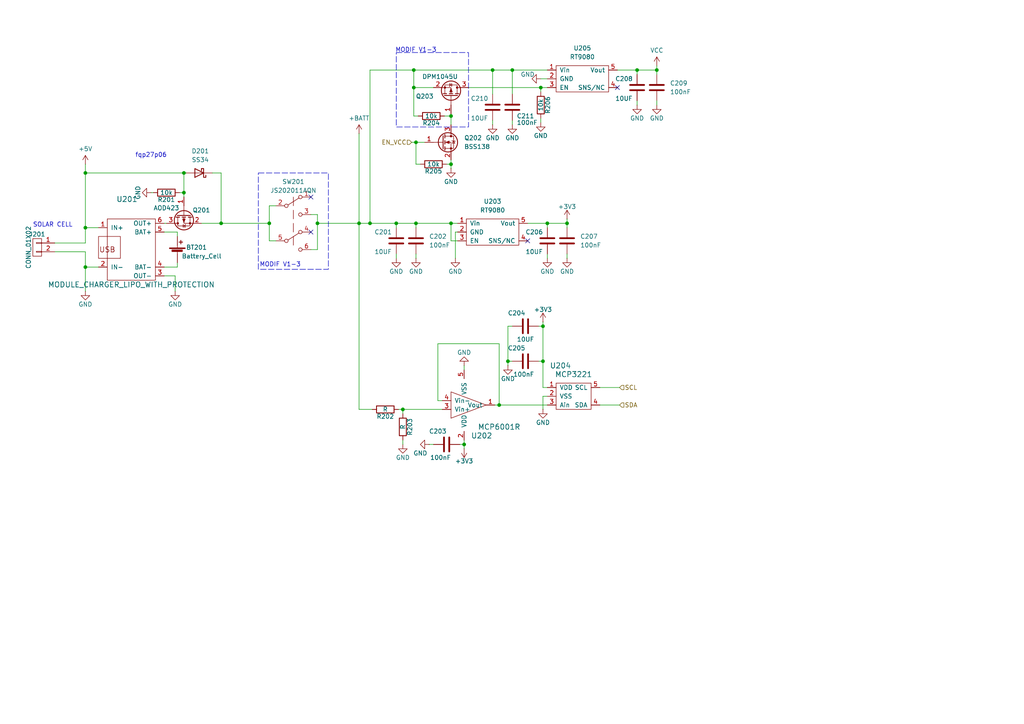
<source format=kicad_sch>
(kicad_sch
	(version 20231120)
	(generator "eeschema")
	(generator_version "8.0")
	(uuid "4785d307-7fbb-464f-ae25-53fcf65f23d3")
	(paper "A4")
	(title_block
		(title "TFT 2.8\" ESP32")
		(date "2025-01-08")
		(rev "V1-3")
		(company "Electronqiue Création")
		(comment 1 "modification broche LED du TFT")
	)
	(lib_symbols
		(symbol "Device:Battery_Cell"
			(pin_numbers hide)
			(pin_names
				(offset 0) hide)
			(exclude_from_sim no)
			(in_bom yes)
			(on_board yes)
			(property "Reference" "BT"
				(at 2.54 2.54 0)
				(effects
					(font
						(size 1.27 1.27)
					)
					(justify left)
				)
			)
			(property "Value" "Battery_Cell"
				(at 2.54 0 0)
				(effects
					(font
						(size 1.27 1.27)
					)
					(justify left)
				)
			)
			(property "Footprint" ""
				(at 0 1.524 90)
				(effects
					(font
						(size 1.27 1.27)
					)
					(hide yes)
				)
			)
			(property "Datasheet" "~"
				(at 0 1.524 90)
				(effects
					(font
						(size 1.27 1.27)
					)
					(hide yes)
				)
			)
			(property "Description" "Single-cell battery"
				(at 0 0 0)
				(effects
					(font
						(size 1.27 1.27)
					)
					(hide yes)
				)
			)
			(property "ki_keywords" "battery cell"
				(at 0 0 0)
				(effects
					(font
						(size 1.27 1.27)
					)
					(hide yes)
				)
			)
			(symbol "Battery_Cell_0_1"
				(rectangle
					(start -2.286 1.778)
					(end 2.286 1.524)
					(stroke
						(width 0)
						(type default)
					)
					(fill
						(type outline)
					)
				)
				(rectangle
					(start -1.5748 1.1938)
					(end 1.4732 0.6858)
					(stroke
						(width 0)
						(type default)
					)
					(fill
						(type outline)
					)
				)
				(polyline
					(pts
						(xy 0 0.762) (xy 0 0)
					)
					(stroke
						(width 0)
						(type default)
					)
					(fill
						(type none)
					)
				)
				(polyline
					(pts
						(xy 0 1.778) (xy 0 2.54)
					)
					(stroke
						(width 0)
						(type default)
					)
					(fill
						(type none)
					)
				)
				(polyline
					(pts
						(xy 0.508 3.429) (xy 1.524 3.429)
					)
					(stroke
						(width 0.254)
						(type default)
					)
					(fill
						(type none)
					)
				)
				(polyline
					(pts
						(xy 1.016 3.937) (xy 1.016 2.921)
					)
					(stroke
						(width 0.254)
						(type default)
					)
					(fill
						(type none)
					)
				)
			)
			(symbol "Battery_Cell_1_1"
				(pin passive line
					(at 0 5.08 270)
					(length 2.54)
					(name "+"
						(effects
							(font
								(size 1.27 1.27)
							)
						)
					)
					(number "1"
						(effects
							(font
								(size 1.27 1.27)
							)
						)
					)
				)
				(pin passive line
					(at 0 -2.54 90)
					(length 2.54)
					(name "-"
						(effects
							(font
								(size 1.27 1.27)
							)
						)
					)
					(number "2"
						(effects
							(font
								(size 1.27 1.27)
							)
						)
					)
				)
			)
		)
		(symbol "Device:C"
			(pin_numbers hide)
			(pin_names
				(offset 0.254)
			)
			(exclude_from_sim no)
			(in_bom yes)
			(on_board yes)
			(property "Reference" "C"
				(at 0.635 2.54 0)
				(effects
					(font
						(size 1.27 1.27)
					)
					(justify left)
				)
			)
			(property "Value" "C"
				(at 0.635 -2.54 0)
				(effects
					(font
						(size 1.27 1.27)
					)
					(justify left)
				)
			)
			(property "Footprint" ""
				(at 0.9652 -3.81 0)
				(effects
					(font
						(size 1.27 1.27)
					)
					(hide yes)
				)
			)
			(property "Datasheet" "~"
				(at 0 0 0)
				(effects
					(font
						(size 1.27 1.27)
					)
					(hide yes)
				)
			)
			(property "Description" "Unpolarized capacitor"
				(at 0 0 0)
				(effects
					(font
						(size 1.27 1.27)
					)
					(hide yes)
				)
			)
			(property "ki_keywords" "cap capacitor"
				(at 0 0 0)
				(effects
					(font
						(size 1.27 1.27)
					)
					(hide yes)
				)
			)
			(property "ki_fp_filters" "C_*"
				(at 0 0 0)
				(effects
					(font
						(size 1.27 1.27)
					)
					(hide yes)
				)
			)
			(symbol "C_0_1"
				(polyline
					(pts
						(xy -2.032 -0.762) (xy 2.032 -0.762)
					)
					(stroke
						(width 0.508)
						(type default)
					)
					(fill
						(type none)
					)
				)
				(polyline
					(pts
						(xy -2.032 0.762) (xy 2.032 0.762)
					)
					(stroke
						(width 0.508)
						(type default)
					)
					(fill
						(type none)
					)
				)
			)
			(symbol "C_1_1"
				(pin passive line
					(at 0 3.81 270)
					(length 2.794)
					(name "~"
						(effects
							(font
								(size 1.27 1.27)
							)
						)
					)
					(number "1"
						(effects
							(font
								(size 1.27 1.27)
							)
						)
					)
				)
				(pin passive line
					(at 0 -3.81 90)
					(length 2.794)
					(name "~"
						(effects
							(font
								(size 1.27 1.27)
							)
						)
					)
					(number "2"
						(effects
							(font
								(size 1.27 1.27)
							)
						)
					)
				)
			)
		)
		(symbol "Device:D_Schottky"
			(pin_numbers hide)
			(pin_names
				(offset 1.016) hide)
			(exclude_from_sim no)
			(in_bom yes)
			(on_board yes)
			(property "Reference" "D"
				(at 0 2.54 0)
				(effects
					(font
						(size 1.27 1.27)
					)
				)
			)
			(property "Value" "D_Schottky"
				(at 0 -2.54 0)
				(effects
					(font
						(size 1.27 1.27)
					)
				)
			)
			(property "Footprint" ""
				(at 0 0 0)
				(effects
					(font
						(size 1.27 1.27)
					)
					(hide yes)
				)
			)
			(property "Datasheet" "~"
				(at 0 0 0)
				(effects
					(font
						(size 1.27 1.27)
					)
					(hide yes)
				)
			)
			(property "Description" "Schottky diode"
				(at 0 0 0)
				(effects
					(font
						(size 1.27 1.27)
					)
					(hide yes)
				)
			)
			(property "ki_keywords" "diode Schottky"
				(at 0 0 0)
				(effects
					(font
						(size 1.27 1.27)
					)
					(hide yes)
				)
			)
			(property "ki_fp_filters" "TO-???* *_Diode_* *SingleDiode* D_*"
				(at 0 0 0)
				(effects
					(font
						(size 1.27 1.27)
					)
					(hide yes)
				)
			)
			(symbol "D_Schottky_0_1"
				(polyline
					(pts
						(xy 1.27 0) (xy -1.27 0)
					)
					(stroke
						(width 0)
						(type default)
					)
					(fill
						(type none)
					)
				)
				(polyline
					(pts
						(xy 1.27 1.27) (xy 1.27 -1.27) (xy -1.27 0) (xy 1.27 1.27)
					)
					(stroke
						(width 0.254)
						(type default)
					)
					(fill
						(type none)
					)
				)
				(polyline
					(pts
						(xy -1.905 0.635) (xy -1.905 1.27) (xy -1.27 1.27) (xy -1.27 -1.27) (xy -0.635 -1.27) (xy -0.635 -0.635)
					)
					(stroke
						(width 0.254)
						(type default)
					)
					(fill
						(type none)
					)
				)
			)
			(symbol "D_Schottky_1_1"
				(pin passive line
					(at -3.81 0 0)
					(length 2.54)
					(name "K"
						(effects
							(font
								(size 1.27 1.27)
							)
						)
					)
					(number "1"
						(effects
							(font
								(size 1.27 1.27)
							)
						)
					)
				)
				(pin passive line
					(at 3.81 0 180)
					(length 2.54)
					(name "A"
						(effects
							(font
								(size 1.27 1.27)
							)
						)
					)
					(number "2"
						(effects
							(font
								(size 1.27 1.27)
							)
						)
					)
				)
			)
		)
		(symbol "Device:Q_PMOS_GSD"
			(pin_names
				(offset 0) hide)
			(exclude_from_sim no)
			(in_bom yes)
			(on_board yes)
			(property "Reference" "Q"
				(at 5.08 1.27 0)
				(effects
					(font
						(size 1.27 1.27)
					)
					(justify left)
				)
			)
			(property "Value" "Q_PMOS_GSD"
				(at 5.08 -1.27 0)
				(effects
					(font
						(size 1.27 1.27)
					)
					(justify left)
				)
			)
			(property "Footprint" ""
				(at 5.08 2.54 0)
				(effects
					(font
						(size 1.27 1.27)
					)
					(hide yes)
				)
			)
			(property "Datasheet" "~"
				(at 0 0 0)
				(effects
					(font
						(size 1.27 1.27)
					)
					(hide yes)
				)
			)
			(property "Description" "P-MOSFET transistor, gate/source/drain"
				(at 0 0 0)
				(effects
					(font
						(size 1.27 1.27)
					)
					(hide yes)
				)
			)
			(property "ki_keywords" "transistor PMOS P-MOS P-MOSFET"
				(at 0 0 0)
				(effects
					(font
						(size 1.27 1.27)
					)
					(hide yes)
				)
			)
			(symbol "Q_PMOS_GSD_0_1"
				(polyline
					(pts
						(xy 0.254 0) (xy -2.54 0)
					)
					(stroke
						(width 0)
						(type default)
					)
					(fill
						(type none)
					)
				)
				(polyline
					(pts
						(xy 0.254 1.905) (xy 0.254 -1.905)
					)
					(stroke
						(width 0.254)
						(type default)
					)
					(fill
						(type none)
					)
				)
				(polyline
					(pts
						(xy 0.762 -1.27) (xy 0.762 -2.286)
					)
					(stroke
						(width 0.254)
						(type default)
					)
					(fill
						(type none)
					)
				)
				(polyline
					(pts
						(xy 0.762 0.508) (xy 0.762 -0.508)
					)
					(stroke
						(width 0.254)
						(type default)
					)
					(fill
						(type none)
					)
				)
				(polyline
					(pts
						(xy 0.762 2.286) (xy 0.762 1.27)
					)
					(stroke
						(width 0.254)
						(type default)
					)
					(fill
						(type none)
					)
				)
				(polyline
					(pts
						(xy 2.54 2.54) (xy 2.54 1.778)
					)
					(stroke
						(width 0)
						(type default)
					)
					(fill
						(type none)
					)
				)
				(polyline
					(pts
						(xy 2.54 -2.54) (xy 2.54 0) (xy 0.762 0)
					)
					(stroke
						(width 0)
						(type default)
					)
					(fill
						(type none)
					)
				)
				(polyline
					(pts
						(xy 0.762 1.778) (xy 3.302 1.778) (xy 3.302 -1.778) (xy 0.762 -1.778)
					)
					(stroke
						(width 0)
						(type default)
					)
					(fill
						(type none)
					)
				)
				(polyline
					(pts
						(xy 2.286 0) (xy 1.27 0.381) (xy 1.27 -0.381) (xy 2.286 0)
					)
					(stroke
						(width 0)
						(type default)
					)
					(fill
						(type outline)
					)
				)
				(polyline
					(pts
						(xy 2.794 -0.508) (xy 2.921 -0.381) (xy 3.683 -0.381) (xy 3.81 -0.254)
					)
					(stroke
						(width 0)
						(type default)
					)
					(fill
						(type none)
					)
				)
				(polyline
					(pts
						(xy 3.302 -0.381) (xy 2.921 0.254) (xy 3.683 0.254) (xy 3.302 -0.381)
					)
					(stroke
						(width 0)
						(type default)
					)
					(fill
						(type none)
					)
				)
				(circle
					(center 1.651 0)
					(radius 2.794)
					(stroke
						(width 0.254)
						(type default)
					)
					(fill
						(type none)
					)
				)
				(circle
					(center 2.54 -1.778)
					(radius 0.254)
					(stroke
						(width 0)
						(type default)
					)
					(fill
						(type outline)
					)
				)
				(circle
					(center 2.54 1.778)
					(radius 0.254)
					(stroke
						(width 0)
						(type default)
					)
					(fill
						(type outline)
					)
				)
			)
			(symbol "Q_PMOS_GSD_1_1"
				(pin input line
					(at -5.08 0 0)
					(length 2.54)
					(name "G"
						(effects
							(font
								(size 1.27 1.27)
							)
						)
					)
					(number "1"
						(effects
							(font
								(size 1.27 1.27)
							)
						)
					)
				)
				(pin passive line
					(at 2.54 -5.08 90)
					(length 2.54)
					(name "S"
						(effects
							(font
								(size 1.27 1.27)
							)
						)
					)
					(number "2"
						(effects
							(font
								(size 1.27 1.27)
							)
						)
					)
				)
				(pin passive line
					(at 2.54 5.08 270)
					(length 2.54)
					(name "D"
						(effects
							(font
								(size 1.27 1.27)
							)
						)
					)
					(number "3"
						(effects
							(font
								(size 1.27 1.27)
							)
						)
					)
				)
			)
		)
		(symbol "Device:R"
			(pin_numbers hide)
			(pin_names
				(offset 0)
			)
			(exclude_from_sim no)
			(in_bom yes)
			(on_board yes)
			(property "Reference" "R"
				(at 2.032 0 90)
				(effects
					(font
						(size 1.27 1.27)
					)
				)
			)
			(property "Value" "R"
				(at 0 0 90)
				(effects
					(font
						(size 1.27 1.27)
					)
				)
			)
			(property "Footprint" ""
				(at -1.778 0 90)
				(effects
					(font
						(size 1.27 1.27)
					)
					(hide yes)
				)
			)
			(property "Datasheet" "~"
				(at 0 0 0)
				(effects
					(font
						(size 1.27 1.27)
					)
					(hide yes)
				)
			)
			(property "Description" "Resistor"
				(at 0 0 0)
				(effects
					(font
						(size 1.27 1.27)
					)
					(hide yes)
				)
			)
			(property "ki_keywords" "R res resistor"
				(at 0 0 0)
				(effects
					(font
						(size 1.27 1.27)
					)
					(hide yes)
				)
			)
			(property "ki_fp_filters" "R_*"
				(at 0 0 0)
				(effects
					(font
						(size 1.27 1.27)
					)
					(hide yes)
				)
			)
			(symbol "R_0_1"
				(rectangle
					(start -1.016 -2.54)
					(end 1.016 2.54)
					(stroke
						(width 0.254)
						(type default)
					)
					(fill
						(type none)
					)
				)
			)
			(symbol "R_1_1"
				(pin passive line
					(at 0 3.81 270)
					(length 1.27)
					(name "~"
						(effects
							(font
								(size 1.27 1.27)
							)
						)
					)
					(number "1"
						(effects
							(font
								(size 1.27 1.27)
							)
						)
					)
				)
				(pin passive line
					(at 0 -3.81 90)
					(length 1.27)
					(name "~"
						(effects
							(font
								(size 1.27 1.27)
							)
						)
					)
					(number "2"
						(effects
							(font
								(size 1.27 1.27)
							)
						)
					)
				)
			)
		)
		(symbol "Luc_Kicad6:JS202011AQN"
			(pin_names
				(offset 0) hide)
			(exclude_from_sim no)
			(in_bom yes)
			(on_board yes)
			(property "Reference" "SW"
				(at 0 4.318 0)
				(effects
					(font
						(size 1.27 1.27)
					)
				)
			)
			(property "Value" "JS202011AQN"
				(at 0 6.35 0)
				(effects
					(font
						(size 1.27 1.27)
					)
				)
			)
			(property "Footprint" "Luc_Kicad:JS202011AQN"
				(at -2.54 1.778 0)
				(effects
					(font
						(size 1.27 1.27)
					)
					(hide yes)
				)
			)
			(property "Datasheet" ""
				(at 0 0 0)
				(effects
					(font
						(size 1.27 1.27)
					)
					(hide yes)
				)
			)
			(property "Description" "Switch, single pole double throw"
				(at 0 0 0)
				(effects
					(font
						(size 1.27 1.27)
					)
					(hide yes)
				)
			)
			(property "Ref Fournisseur" "-"
				(at 0 0 0)
				(effects
					(font
						(size 1.524 1.524)
					)
					(hide yes)
				)
			)
			(property "Fournisseur" "-"
				(at 0 0 0)
				(effects
					(font
						(size 1.524 1.524)
					)
					(hide yes)
				)
			)
			(property "Ref Fab 2" "-"
				(at 0 0 0)
				(effects
					(font
						(size 1.524 1.524)
					)
					(hide yes)
				)
			)
			(property "Fab 2" "-"
				(at 0 0 0)
				(effects
					(font
						(size 1.524 1.524)
					)
					(hide yes)
				)
			)
			(property "Ref Fab 1" "-"
				(at 0 0 0)
				(effects
					(font
						(size 1.524 1.524)
					)
					(hide yes)
				)
			)
			(property "Fab 1" "-"
				(at 0 0 0)
				(effects
					(font
						(size 1.524 1.524)
					)
					(hide yes)
				)
			)
			(property "Article" "-"
				(at 0 0 0)
				(effects
					(font
						(size 1.524 1.524)
					)
					(hide yes)
				)
			)
			(property "A Monter" "Oui"
				(at 0 0 0)
				(effects
					(font
						(size 1.524 1.524)
					)
					(hide yes)
				)
			)
			(property "ki_keywords" "switch single-pole double-throw spdt ON-ON"
				(at 0 0 0)
				(effects
					(font
						(size 1.27 1.27)
					)
					(hide yes)
				)
			)
			(symbol "JS202011AQN_0_0"
				(circle
					(center -2.032 -10.16)
					(radius 0.508)
					(stroke
						(width 0)
						(type default)
					)
					(fill
						(type none)
					)
				)
				(circle
					(center -2.032 0)
					(radius 0.508)
					(stroke
						(width 0)
						(type default)
					)
					(fill
						(type none)
					)
				)
				(circle
					(center 2.032 -12.7)
					(radius 0.508)
					(stroke
						(width 0)
						(type default)
					)
					(fill
						(type none)
					)
				)
				(circle
					(center 2.032 -2.54)
					(radius 0.508)
					(stroke
						(width 0)
						(type default)
					)
					(fill
						(type none)
					)
				)
			)
			(symbol "JS202011AQN_0_1"
				(polyline
					(pts
						(xy -1.524 -9.906) (xy 1.651 -7.874)
					)
					(stroke
						(width 0)
						(type default)
					)
					(fill
						(type none)
					)
				)
				(polyline
					(pts
						(xy -1.524 0.254) (xy 1.651 2.286)
					)
					(stroke
						(width 0)
						(type default)
					)
					(fill
						(type none)
					)
				)
				(polyline
					(pts
						(xy 0 -8.89) (xy 0 -11.43)
					)
					(stroke
						(width 0)
						(type default)
					)
					(fill
						(type none)
					)
				)
				(polyline
					(pts
						(xy 0 -5.08) (xy 0 -7.62)
					)
					(stroke
						(width 0)
						(type default)
					)
					(fill
						(type none)
					)
				)
				(polyline
					(pts
						(xy 0 -1.27) (xy 0 -3.81)
					)
					(stroke
						(width 0)
						(type default)
					)
					(fill
						(type none)
					)
				)
				(polyline
					(pts
						(xy 0 2.54) (xy 0 0)
					)
					(stroke
						(width 0)
						(type default)
					)
					(fill
						(type none)
					)
				)
				(circle
					(center 2.032 -7.62)
					(radius 0.508)
					(stroke
						(width 0)
						(type default)
					)
					(fill
						(type none)
					)
				)
				(circle
					(center 2.032 2.54)
					(radius 0.508)
					(stroke
						(width 0)
						(type default)
					)
					(fill
						(type none)
					)
				)
			)
			(symbol "JS202011AQN_1_1"
				(pin passive line
					(at 5.08 2.54 180)
					(length 2.54)
					(name "A"
						(effects
							(font
								(size 1.27 1.27)
							)
						)
					)
					(number "1"
						(effects
							(font
								(size 1.27 1.27)
							)
						)
					)
				)
				(pin passive line
					(at -5.08 0 0)
					(length 2.54)
					(name "B"
						(effects
							(font
								(size 1.27 1.27)
							)
						)
					)
					(number "2"
						(effects
							(font
								(size 1.27 1.27)
							)
						)
					)
				)
				(pin passive line
					(at 5.08 -2.54 180)
					(length 2.54)
					(name "C"
						(effects
							(font
								(size 1.27 1.27)
							)
						)
					)
					(number "3"
						(effects
							(font
								(size 1.27 1.27)
							)
						)
					)
				)
				(pin passive line
					(at 5.08 -7.62 180)
					(length 2.54)
					(name "A"
						(effects
							(font
								(size 1.27 1.27)
							)
						)
					)
					(number "4"
						(effects
							(font
								(size 1.27 1.27)
							)
						)
					)
				)
				(pin passive line
					(at -5.08 -10.16 0)
					(length 2.54)
					(name "B"
						(effects
							(font
								(size 1.27 1.27)
							)
						)
					)
					(number "5"
						(effects
							(font
								(size 1.27 1.27)
							)
						)
					)
				)
				(pin passive line
					(at 5.08 -12.7 180)
					(length 2.54)
					(name "C"
						(effects
							(font
								(size 1.27 1.27)
							)
						)
					)
					(number "6"
						(effects
							(font
								(size 1.27 1.27)
							)
						)
					)
				)
			)
		)
		(symbol "Luc_Kicad6:RT9080"
			(pin_names
				(offset 1.016)
			)
			(exclude_from_sim no)
			(in_bom yes)
			(on_board yes)
			(property "Reference" "U"
				(at 3.81 5.08 0)
				(effects
					(font
						(size 1.27 1.27)
					)
				)
			)
			(property "Value" "RT9080"
				(at 6.35 2.54 0)
				(effects
					(font
						(size 1.27 1.27)
					)
				)
			)
			(property "Footprint" "Package_TO_SOT_SMD:SOT-23-5_HandSoldering"
				(at 0 0 0)
				(effects
					(font
						(size 1.27 1.27)
					)
					(hide yes)
				)
			)
			(property "Datasheet" ""
				(at 0 0 0)
				(effects
					(font
						(size 1.27 1.27)
					)
					(hide yes)
				)
			)
			(property "Description" ""
				(at 0 0 0)
				(effects
					(font
						(size 1.27 1.27)
					)
					(hide yes)
				)
			)
			(symbol "RT9080_0_1"
				(rectangle
					(start 2.54 1.27)
					(end 17.78 -6.35)
					(stroke
						(width 0)
						(type default)
					)
					(fill
						(type none)
					)
				)
			)
			(symbol "RT9080_1_1"
				(pin passive line
					(at 0 0 0)
					(length 2.54)
					(name "Vin"
						(effects
							(font
								(size 1.27 1.27)
							)
						)
					)
					(number "1"
						(effects
							(font
								(size 1.27 1.27)
							)
						)
					)
				)
				(pin passive line
					(at 0 -2.54 0)
					(length 2.54)
					(name "GND"
						(effects
							(font
								(size 1.27 1.27)
							)
						)
					)
					(number "2"
						(effects
							(font
								(size 1.27 1.27)
							)
						)
					)
				)
				(pin passive line
					(at 0 -5.08 0)
					(length 2.54)
					(name "EN"
						(effects
							(font
								(size 1.27 1.27)
							)
						)
					)
					(number "3"
						(effects
							(font
								(size 1.27 1.27)
							)
						)
					)
				)
				(pin passive line
					(at 20.32 -5.08 180)
					(length 2.54)
					(name "SNS/NC"
						(effects
							(font
								(size 1.27 1.27)
							)
						)
					)
					(number "4"
						(effects
							(font
								(size 1.27 1.27)
							)
						)
					)
				)
				(pin passive line
					(at 20.32 0 180)
					(length 2.54)
					(name "Vout"
						(effects
							(font
								(size 1.27 1.27)
							)
						)
					)
					(number "5"
						(effects
							(font
								(size 1.27 1.27)
							)
						)
					)
				)
			)
		)
		(symbol "Luc_Kicad:MCP3221"
			(pin_names
				(offset 1.016)
			)
			(exclude_from_sim no)
			(in_bom yes)
			(on_board yes)
			(property "Reference" "U"
				(at 3.81 6.35 0)
				(effects
					(font
						(size 1.524 1.524)
					)
				)
			)
			(property "Value" "MCP3221"
				(at 7.62 3.81 0)
				(effects
					(font
						(size 1.524 1.524)
					)
				)
			)
			(property "Footprint" ""
				(at 0 0 0)
				(effects
					(font
						(size 1.524 1.524)
					)
					(hide yes)
				)
			)
			(property "Datasheet" ""
				(at 0 0 0)
				(effects
					(font
						(size 1.524 1.524)
					)
					(hide yes)
				)
			)
			(property "Description" ""
				(at 0 0 0)
				(effects
					(font
						(size 1.27 1.27)
					)
					(hide yes)
				)
			)
			(symbol "MCP3221_0_1"
				(rectangle
					(start 2.54 1.27)
					(end 12.7 -6.35)
					(stroke
						(width 0)
						(type solid)
					)
					(fill
						(type none)
					)
				)
			)
			(symbol "MCP3221_1_1"
				(pin passive line
					(at 0 0 0)
					(length 2.54)
					(name "VDD"
						(effects
							(font
								(size 1.27 1.27)
							)
						)
					)
					(number "1"
						(effects
							(font
								(size 1.27 1.27)
							)
						)
					)
				)
				(pin passive line
					(at 0 -2.54 0)
					(length 2.54)
					(name "VSS"
						(effects
							(font
								(size 1.27 1.27)
							)
						)
					)
					(number "2"
						(effects
							(font
								(size 1.27 1.27)
							)
						)
					)
				)
				(pin passive line
					(at 0 -5.08 0)
					(length 2.54)
					(name "Ain"
						(effects
							(font
								(size 1.27 1.27)
							)
						)
					)
					(number "3"
						(effects
							(font
								(size 1.27 1.27)
							)
						)
					)
				)
				(pin passive line
					(at 15.24 -5.08 180)
					(length 2.54)
					(name "SDA"
						(effects
							(font
								(size 1.27 1.27)
							)
						)
					)
					(number "4"
						(effects
							(font
								(size 1.27 1.27)
							)
						)
					)
				)
				(pin passive line
					(at 15.24 0 180)
					(length 2.54)
					(name "SCL"
						(effects
							(font
								(size 1.27 1.27)
							)
						)
					)
					(number "5"
						(effects
							(font
								(size 1.27 1.27)
							)
						)
					)
				)
			)
		)
		(symbol "Luc_Kicad:MCP6001R"
			(pin_names
				(offset 1.016)
			)
			(exclude_from_sim no)
			(in_bom yes)
			(on_board yes)
			(property "Reference" "U"
				(at 16.51 7.62 0)
				(effects
					(font
						(size 1.524 1.524)
					)
				)
			)
			(property "Value" "MCP6001R"
				(at 21.59 5.08 0)
				(effects
					(font
						(size 1.524 1.524)
					)
				)
			)
			(property "Footprint" ""
				(at 0 0 0)
				(effects
					(font
						(size 1.524 1.524)
					)
				)
			)
			(property "Datasheet" ""
				(at 0 0 0)
				(effects
					(font
						(size 1.524 1.524)
					)
				)
			)
			(property "Description" ""
				(at 0 0 0)
				(effects
					(font
						(size 1.27 1.27)
					)
					(hide yes)
				)
			)
			(symbol "MCP6001R_0_1"
				(polyline
					(pts
						(xy 7.62 2.54) (xy 7.62 -5.08) (xy 17.78 -1.27) (xy 7.62 2.54)
					)
					(stroke
						(width 0)
						(type solid)
					)
					(fill
						(type none)
					)
				)
			)
			(symbol "MCP6001R_1_1"
				(pin passive line
					(at 20.32 -1.27 180)
					(length 2.54)
					(name "Vout"
						(effects
							(font
								(size 1.27 1.27)
							)
						)
					)
					(number "1"
						(effects
							(font
								(size 1.27 1.27)
							)
						)
					)
				)
				(pin passive line
					(at 11.43 8.89 270)
					(length 2.54)
					(name "VDD"
						(effects
							(font
								(size 1.27 1.27)
							)
						)
					)
					(number "2"
						(effects
							(font
								(size 1.27 1.27)
							)
						)
					)
				)
				(pin passive line
					(at 5.08 0 0)
					(length 2.54)
					(name "Vin+"
						(effects
							(font
								(size 1.27 1.27)
							)
						)
					)
					(number "3"
						(effects
							(font
								(size 1.27 1.27)
							)
						)
					)
				)
				(pin passive line
					(at 5.08 -2.54 0)
					(length 2.54)
					(name "Vin-"
						(effects
							(font
								(size 1.27 1.27)
							)
						)
					)
					(number "4"
						(effects
							(font
								(size 1.27 1.27)
							)
						)
					)
				)
				(pin passive line
					(at 11.43 -11.43 90)
					(length 2.54)
					(name "VSS"
						(effects
							(font
								(size 1.27 1.27)
							)
						)
					)
					(number "5"
						(effects
							(font
								(size 1.27 1.27)
							)
						)
					)
				)
			)
		)
		(symbol "Luc_Kicad:MODULE_CHARGER_LIPO_WITH_PROTECTION"
			(pin_names
				(offset 1.016)
			)
			(exclude_from_sim no)
			(in_bom yes)
			(on_board yes)
			(property "Reference" "U"
				(at 1.27 8.89 0)
				(effects
					(font
						(size 1.524 1.524)
					)
				)
			)
			(property "Value" "MODULE_CHARGER_LIPO_WITH_PROTECTION"
				(at 12.7 5.08 0)
				(effects
					(font
						(size 1.524 1.524)
					)
				)
			)
			(property "Footprint" ""
				(at 0 -2.54 0)
				(effects
					(font
						(size 1.524 1.524)
					)
				)
			)
			(property "Datasheet" ""
				(at 0 -2.54 0)
				(effects
					(font
						(size 1.524 1.524)
					)
				)
			)
			(property "Description" ""
				(at 0 0 0)
				(effects
					(font
						(size 1.27 1.27)
					)
					(hide yes)
				)
			)
			(symbol "MODULE_CHARGER_LIPO_WITH_PROTECTION_0_0"
				(text "USB"
					(at 2.54 -6.35 0)
					(effects
						(font
							(size 1.524 1.524)
						)
					)
				)
			)
			(symbol "MODULE_CHARGER_LIPO_WITH_PROTECTION_0_1"
				(rectangle
					(start 0 -2.54)
					(end 6.35 -8.89)
					(stroke
						(width 0)
						(type default)
					)
					(fill
						(type none)
					)
				)
				(rectangle
					(start 2.54 2.54)
					(end 16.51 -15.24)
					(stroke
						(width 0)
						(type default)
					)
					(fill
						(type none)
					)
				)
			)
			(symbol "MODULE_CHARGER_LIPO_WITH_PROTECTION_1_1"
				(pin passive line
					(at 0 0 0)
					(length 2.54)
					(name "IN+"
						(effects
							(font
								(size 1.27 1.27)
							)
						)
					)
					(number "1"
						(effects
							(font
								(size 1.27 1.27)
							)
						)
					)
				)
				(pin passive line
					(at 0 -11.43 0)
					(length 2.54)
					(name "IN-"
						(effects
							(font
								(size 1.27 1.27)
							)
						)
					)
					(number "2"
						(effects
							(font
								(size 1.27 1.27)
							)
						)
					)
				)
				(pin passive line
					(at 19.05 -13.97 180)
					(length 2.54)
					(name "OUT-"
						(effects
							(font
								(size 1.27 1.27)
							)
						)
					)
					(number "3"
						(effects
							(font
								(size 1.27 1.27)
							)
						)
					)
				)
				(pin passive line
					(at 19.05 -11.43 180)
					(length 2.54)
					(name "BAT-"
						(effects
							(font
								(size 1.27 1.27)
							)
						)
					)
					(number "4"
						(effects
							(font
								(size 1.27 1.27)
							)
						)
					)
				)
				(pin passive line
					(at 19.05 -1.27 180)
					(length 2.54)
					(name "BAT+"
						(effects
							(font
								(size 1.27 1.27)
							)
						)
					)
					(number "5"
						(effects
							(font
								(size 1.27 1.27)
							)
						)
					)
				)
				(pin passive line
					(at 19.05 1.27 180)
					(length 2.54)
					(name "OUT+"
						(effects
							(font
								(size 1.27 1.27)
							)
						)
					)
					(number "6"
						(effects
							(font
								(size 1.27 1.27)
							)
						)
					)
				)
			)
		)
		(symbol "PoulTryMonitoring-V3-3-rescue:CONN_01X02-conn-PoulTryMonitoringV3-2-rescue"
			(pin_names
				(offset 1.016) hide)
			(exclude_from_sim no)
			(in_bom yes)
			(on_board yes)
			(property "Reference" "J"
				(at 0 3.81 0)
				(effects
					(font
						(size 1.27 1.27)
					)
				)
			)
			(property "Value" "PoulTryMonitoring-V3-3-rescue_CONN_01X02-conn-PoulTryMonitoringV3-2-rescue"
				(at 2.54 0 90)
				(effects
					(font
						(size 1.27 1.27)
					)
				)
			)
			(property "Footprint" ""
				(at 0 0 0)
				(effects
					(font
						(size 1.27 1.27)
					)
					(hide yes)
				)
			)
			(property "Datasheet" ""
				(at 0 0 0)
				(effects
					(font
						(size 1.27 1.27)
					)
					(hide yes)
				)
			)
			(property "Description" ""
				(at 0 0 0)
				(effects
					(font
						(size 1.27 1.27)
					)
					(hide yes)
				)
			)
			(property "ki_fp_filters" "Pin_Header_Straight_1X* Pin_Header_Angled_1X* Socket_Strip_Straight_1X* Socket_Strip_Angled_1X*"
				(at 0 0 0)
				(effects
					(font
						(size 1.27 1.27)
					)
					(hide yes)
				)
			)
			(symbol "CONN_01X02-conn-PoulTryMonitoringV3-2-rescue_0_1"
				(rectangle
					(start -1.27 -1.143)
					(end 0.254 -1.397)
					(stroke
						(width 0)
						(type default)
					)
					(fill
						(type none)
					)
				)
				(rectangle
					(start -1.27 1.397)
					(end 0.254 1.143)
					(stroke
						(width 0)
						(type default)
					)
					(fill
						(type none)
					)
				)
				(rectangle
					(start -1.27 2.54)
					(end 1.27 -2.54)
					(stroke
						(width 0)
						(type default)
					)
					(fill
						(type none)
					)
				)
			)
			(symbol "CONN_01X02-conn-PoulTryMonitoringV3-2-rescue_1_1"
				(pin passive line
					(at -5.08 1.27 0)
					(length 3.81)
					(name "P1"
						(effects
							(font
								(size 1.27 1.27)
							)
						)
					)
					(number "1"
						(effects
							(font
								(size 1.27 1.27)
							)
						)
					)
				)
				(pin passive line
					(at -5.08 -1.27 0)
					(length 3.81)
					(name "P2"
						(effects
							(font
								(size 1.27 1.27)
							)
						)
					)
					(number "2"
						(effects
							(font
								(size 1.27 1.27)
							)
						)
					)
				)
			)
		)
		(symbol "Transistor_FET:BSS138"
			(pin_names hide)
			(exclude_from_sim no)
			(in_bom yes)
			(on_board yes)
			(property "Reference" "Q"
				(at 5.08 1.905 0)
				(effects
					(font
						(size 1.27 1.27)
					)
					(justify left)
				)
			)
			(property "Value" "BSS138"
				(at 5.08 0 0)
				(effects
					(font
						(size 1.27 1.27)
					)
					(justify left)
				)
			)
			(property "Footprint" "Package_TO_SOT_SMD:SOT-23"
				(at 5.08 -1.905 0)
				(effects
					(font
						(size 1.27 1.27)
						(italic yes)
					)
					(justify left)
					(hide yes)
				)
			)
			(property "Datasheet" "https://www.onsemi.com/pub/Collateral/BSS138-D.PDF"
				(at 5.08 -3.81 0)
				(effects
					(font
						(size 1.27 1.27)
					)
					(justify left)
					(hide yes)
				)
			)
			(property "Description" "50V Vds, 0.22A Id, N-Channel MOSFET, SOT-23"
				(at 0 0 0)
				(effects
					(font
						(size 1.27 1.27)
					)
					(hide yes)
				)
			)
			(property "ki_keywords" "N-Channel MOSFET"
				(at 0 0 0)
				(effects
					(font
						(size 1.27 1.27)
					)
					(hide yes)
				)
			)
			(property "ki_fp_filters" "SOT?23*"
				(at 0 0 0)
				(effects
					(font
						(size 1.27 1.27)
					)
					(hide yes)
				)
			)
			(symbol "BSS138_0_1"
				(polyline
					(pts
						(xy 0.254 0) (xy -2.54 0)
					)
					(stroke
						(width 0)
						(type default)
					)
					(fill
						(type none)
					)
				)
				(polyline
					(pts
						(xy 0.254 1.905) (xy 0.254 -1.905)
					)
					(stroke
						(width 0.254)
						(type default)
					)
					(fill
						(type none)
					)
				)
				(polyline
					(pts
						(xy 0.762 -1.27) (xy 0.762 -2.286)
					)
					(stroke
						(width 0.254)
						(type default)
					)
					(fill
						(type none)
					)
				)
				(polyline
					(pts
						(xy 0.762 0.508) (xy 0.762 -0.508)
					)
					(stroke
						(width 0.254)
						(type default)
					)
					(fill
						(type none)
					)
				)
				(polyline
					(pts
						(xy 0.762 2.286) (xy 0.762 1.27)
					)
					(stroke
						(width 0.254)
						(type default)
					)
					(fill
						(type none)
					)
				)
				(polyline
					(pts
						(xy 2.54 2.54) (xy 2.54 1.778)
					)
					(stroke
						(width 0)
						(type default)
					)
					(fill
						(type none)
					)
				)
				(polyline
					(pts
						(xy 2.54 -2.54) (xy 2.54 0) (xy 0.762 0)
					)
					(stroke
						(width 0)
						(type default)
					)
					(fill
						(type none)
					)
				)
				(polyline
					(pts
						(xy 0.762 -1.778) (xy 3.302 -1.778) (xy 3.302 1.778) (xy 0.762 1.778)
					)
					(stroke
						(width 0)
						(type default)
					)
					(fill
						(type none)
					)
				)
				(polyline
					(pts
						(xy 1.016 0) (xy 2.032 0.381) (xy 2.032 -0.381) (xy 1.016 0)
					)
					(stroke
						(width 0)
						(type default)
					)
					(fill
						(type outline)
					)
				)
				(polyline
					(pts
						(xy 2.794 0.508) (xy 2.921 0.381) (xy 3.683 0.381) (xy 3.81 0.254)
					)
					(stroke
						(width 0)
						(type default)
					)
					(fill
						(type none)
					)
				)
				(polyline
					(pts
						(xy 3.302 0.381) (xy 2.921 -0.254) (xy 3.683 -0.254) (xy 3.302 0.381)
					)
					(stroke
						(width 0)
						(type default)
					)
					(fill
						(type none)
					)
				)
				(circle
					(center 1.651 0)
					(radius 2.794)
					(stroke
						(width 0.254)
						(type default)
					)
					(fill
						(type none)
					)
				)
				(circle
					(center 2.54 -1.778)
					(radius 0.254)
					(stroke
						(width 0)
						(type default)
					)
					(fill
						(type outline)
					)
				)
				(circle
					(center 2.54 1.778)
					(radius 0.254)
					(stroke
						(width 0)
						(type default)
					)
					(fill
						(type outline)
					)
				)
			)
			(symbol "BSS138_1_1"
				(pin input line
					(at -5.08 0 0)
					(length 2.54)
					(name "G"
						(effects
							(font
								(size 1.27 1.27)
							)
						)
					)
					(number "1"
						(effects
							(font
								(size 1.27 1.27)
							)
						)
					)
				)
				(pin passive line
					(at 2.54 -5.08 90)
					(length 2.54)
					(name "S"
						(effects
							(font
								(size 1.27 1.27)
							)
						)
					)
					(number "2"
						(effects
							(font
								(size 1.27 1.27)
							)
						)
					)
				)
				(pin passive line
					(at 2.54 5.08 270)
					(length 2.54)
					(name "D"
						(effects
							(font
								(size 1.27 1.27)
							)
						)
					)
					(number "3"
						(effects
							(font
								(size 1.27 1.27)
							)
						)
					)
				)
			)
		)
		(symbol "power:+3V3"
			(power)
			(pin_numbers hide)
			(pin_names
				(offset 0) hide)
			(exclude_from_sim no)
			(in_bom yes)
			(on_board yes)
			(property "Reference" "#PWR"
				(at 0 -3.81 0)
				(effects
					(font
						(size 1.27 1.27)
					)
					(hide yes)
				)
			)
			(property "Value" "+3V3"
				(at 0 3.556 0)
				(effects
					(font
						(size 1.27 1.27)
					)
				)
			)
			(property "Footprint" ""
				(at 0 0 0)
				(effects
					(font
						(size 1.27 1.27)
					)
					(hide yes)
				)
			)
			(property "Datasheet" ""
				(at 0 0 0)
				(effects
					(font
						(size 1.27 1.27)
					)
					(hide yes)
				)
			)
			(property "Description" "Power symbol creates a global label with name \"+3V3\""
				(at 0 0 0)
				(effects
					(font
						(size 1.27 1.27)
					)
					(hide yes)
				)
			)
			(property "ki_keywords" "global power"
				(at 0 0 0)
				(effects
					(font
						(size 1.27 1.27)
					)
					(hide yes)
				)
			)
			(symbol "+3V3_0_1"
				(polyline
					(pts
						(xy -0.762 1.27) (xy 0 2.54)
					)
					(stroke
						(width 0)
						(type default)
					)
					(fill
						(type none)
					)
				)
				(polyline
					(pts
						(xy 0 0) (xy 0 2.54)
					)
					(stroke
						(width 0)
						(type default)
					)
					(fill
						(type none)
					)
				)
				(polyline
					(pts
						(xy 0 2.54) (xy 0.762 1.27)
					)
					(stroke
						(width 0)
						(type default)
					)
					(fill
						(type none)
					)
				)
			)
			(symbol "+3V3_1_1"
				(pin power_in line
					(at 0 0 90)
					(length 0)
					(name "~"
						(effects
							(font
								(size 1.27 1.27)
							)
						)
					)
					(number "1"
						(effects
							(font
								(size 1.27 1.27)
							)
						)
					)
				)
			)
		)
		(symbol "power:+5V"
			(power)
			(pin_numbers hide)
			(pin_names
				(offset 0) hide)
			(exclude_from_sim no)
			(in_bom yes)
			(on_board yes)
			(property "Reference" "#PWR"
				(at 0 -3.81 0)
				(effects
					(font
						(size 1.27 1.27)
					)
					(hide yes)
				)
			)
			(property "Value" "+5V"
				(at 0 3.556 0)
				(effects
					(font
						(size 1.27 1.27)
					)
				)
			)
			(property "Footprint" ""
				(at 0 0 0)
				(effects
					(font
						(size 1.27 1.27)
					)
					(hide yes)
				)
			)
			(property "Datasheet" ""
				(at 0 0 0)
				(effects
					(font
						(size 1.27 1.27)
					)
					(hide yes)
				)
			)
			(property "Description" "Power symbol creates a global label with name \"+5V\""
				(at 0 0 0)
				(effects
					(font
						(size 1.27 1.27)
					)
					(hide yes)
				)
			)
			(property "ki_keywords" "global power"
				(at 0 0 0)
				(effects
					(font
						(size 1.27 1.27)
					)
					(hide yes)
				)
			)
			(symbol "+5V_0_1"
				(polyline
					(pts
						(xy -0.762 1.27) (xy 0 2.54)
					)
					(stroke
						(width 0)
						(type default)
					)
					(fill
						(type none)
					)
				)
				(polyline
					(pts
						(xy 0 0) (xy 0 2.54)
					)
					(stroke
						(width 0)
						(type default)
					)
					(fill
						(type none)
					)
				)
				(polyline
					(pts
						(xy 0 2.54) (xy 0.762 1.27)
					)
					(stroke
						(width 0)
						(type default)
					)
					(fill
						(type none)
					)
				)
			)
			(symbol "+5V_1_1"
				(pin power_in line
					(at 0 0 90)
					(length 0)
					(name "~"
						(effects
							(font
								(size 1.27 1.27)
							)
						)
					)
					(number "1"
						(effects
							(font
								(size 1.27 1.27)
							)
						)
					)
				)
			)
		)
		(symbol "power:+BATT"
			(power)
			(pin_numbers hide)
			(pin_names
				(offset 0) hide)
			(exclude_from_sim no)
			(in_bom yes)
			(on_board yes)
			(property "Reference" "#PWR"
				(at 0 -3.81 0)
				(effects
					(font
						(size 1.27 1.27)
					)
					(hide yes)
				)
			)
			(property "Value" "+BATT"
				(at 0 3.556 0)
				(effects
					(font
						(size 1.27 1.27)
					)
				)
			)
			(property "Footprint" ""
				(at 0 0 0)
				(effects
					(font
						(size 1.27 1.27)
					)
					(hide yes)
				)
			)
			(property "Datasheet" ""
				(at 0 0 0)
				(effects
					(font
						(size 1.27 1.27)
					)
					(hide yes)
				)
			)
			(property "Description" "Power symbol creates a global label with name \"+BATT\""
				(at 0 0 0)
				(effects
					(font
						(size 1.27 1.27)
					)
					(hide yes)
				)
			)
			(property "ki_keywords" "global power battery"
				(at 0 0 0)
				(effects
					(font
						(size 1.27 1.27)
					)
					(hide yes)
				)
			)
			(symbol "+BATT_0_1"
				(polyline
					(pts
						(xy -0.762 1.27) (xy 0 2.54)
					)
					(stroke
						(width 0)
						(type default)
					)
					(fill
						(type none)
					)
				)
				(polyline
					(pts
						(xy 0 0) (xy 0 2.54)
					)
					(stroke
						(width 0)
						(type default)
					)
					(fill
						(type none)
					)
				)
				(polyline
					(pts
						(xy 0 2.54) (xy 0.762 1.27)
					)
					(stroke
						(width 0)
						(type default)
					)
					(fill
						(type none)
					)
				)
			)
			(symbol "+BATT_1_1"
				(pin power_in line
					(at 0 0 90)
					(length 0)
					(name "~"
						(effects
							(font
								(size 1.27 1.27)
							)
						)
					)
					(number "1"
						(effects
							(font
								(size 1.27 1.27)
							)
						)
					)
				)
			)
		)
		(symbol "power:GND"
			(power)
			(pin_numbers hide)
			(pin_names
				(offset 0) hide)
			(exclude_from_sim no)
			(in_bom yes)
			(on_board yes)
			(property "Reference" "#PWR"
				(at 0 -6.35 0)
				(effects
					(font
						(size 1.27 1.27)
					)
					(hide yes)
				)
			)
			(property "Value" "GND"
				(at 0 -3.81 0)
				(effects
					(font
						(size 1.27 1.27)
					)
				)
			)
			(property "Footprint" ""
				(at 0 0 0)
				(effects
					(font
						(size 1.27 1.27)
					)
					(hide yes)
				)
			)
			(property "Datasheet" ""
				(at 0 0 0)
				(effects
					(font
						(size 1.27 1.27)
					)
					(hide yes)
				)
			)
			(property "Description" "Power symbol creates a global label with name \"GND\" , ground"
				(at 0 0 0)
				(effects
					(font
						(size 1.27 1.27)
					)
					(hide yes)
				)
			)
			(property "ki_keywords" "global power"
				(at 0 0 0)
				(effects
					(font
						(size 1.27 1.27)
					)
					(hide yes)
				)
			)
			(symbol "GND_0_1"
				(polyline
					(pts
						(xy 0 0) (xy 0 -1.27) (xy 1.27 -1.27) (xy 0 -2.54) (xy -1.27 -1.27) (xy 0 -1.27)
					)
					(stroke
						(width 0)
						(type default)
					)
					(fill
						(type none)
					)
				)
			)
			(symbol "GND_1_1"
				(pin power_in line
					(at 0 0 270)
					(length 0)
					(name "~"
						(effects
							(font
								(size 1.27 1.27)
							)
						)
					)
					(number "1"
						(effects
							(font
								(size 1.27 1.27)
							)
						)
					)
				)
			)
		)
		(symbol "power:VCC"
			(power)
			(pin_numbers hide)
			(pin_names
				(offset 0) hide)
			(exclude_from_sim no)
			(in_bom yes)
			(on_board yes)
			(property "Reference" "#PWR"
				(at 0 -3.81 0)
				(effects
					(font
						(size 1.27 1.27)
					)
					(hide yes)
				)
			)
			(property "Value" "VCC"
				(at 0 3.556 0)
				(effects
					(font
						(size 1.27 1.27)
					)
				)
			)
			(property "Footprint" ""
				(at 0 0 0)
				(effects
					(font
						(size 1.27 1.27)
					)
					(hide yes)
				)
			)
			(property "Datasheet" ""
				(at 0 0 0)
				(effects
					(font
						(size 1.27 1.27)
					)
					(hide yes)
				)
			)
			(property "Description" "Power symbol creates a global label with name \"VCC\""
				(at 0 0 0)
				(effects
					(font
						(size 1.27 1.27)
					)
					(hide yes)
				)
			)
			(property "ki_keywords" "global power"
				(at 0 0 0)
				(effects
					(font
						(size 1.27 1.27)
					)
					(hide yes)
				)
			)
			(symbol "VCC_0_1"
				(polyline
					(pts
						(xy -0.762 1.27) (xy 0 2.54)
					)
					(stroke
						(width 0)
						(type default)
					)
					(fill
						(type none)
					)
				)
				(polyline
					(pts
						(xy 0 0) (xy 0 2.54)
					)
					(stroke
						(width 0)
						(type default)
					)
					(fill
						(type none)
					)
				)
				(polyline
					(pts
						(xy 0 2.54) (xy 0.762 1.27)
					)
					(stroke
						(width 0)
						(type default)
					)
					(fill
						(type none)
					)
				)
			)
			(symbol "VCC_1_1"
				(pin power_in line
					(at 0 0 90)
					(length 0)
					(name "~"
						(effects
							(font
								(size 1.27 1.27)
							)
						)
					)
					(number "1"
						(effects
							(font
								(size 1.27 1.27)
							)
						)
					)
				)
			)
		)
	)
	(junction
		(at 157.48 104.775)
		(diameter 0)
		(color 0 0 0 0)
		(uuid "147c6fb4-bac2-43dd-8a5c-a68fe539e1d1")
	)
	(junction
		(at 120.65 41.275)
		(diameter 0)
		(color 0 0 0 0)
		(uuid "1de5fd9f-0ab6-47b9-8c7f-160ef744cce1")
	)
	(junction
		(at 92.075 64.77)
		(diameter 0)
		(color 0 0 0 0)
		(uuid "366047a4-469f-4d5d-a2d9-b60961ec85b3")
	)
	(junction
		(at 144.78 117.475)
		(diameter 0)
		(color 0 0 0 0)
		(uuid "46ca85c1-51e2-459d-b68e-a80802fb2597")
	)
	(junction
		(at 134.62 128.905)
		(diameter 0)
		(color 0 0 0 0)
		(uuid "5b224e25-18b1-4d42-8c26-da3769179b11")
	)
	(junction
		(at 130.81 47.625)
		(diameter 0)
		(color 0 0 0 0)
		(uuid "5ebc2f69-37f4-4401-b45b-7ea865ec34d2")
	)
	(junction
		(at 164.465 64.77)
		(diameter 0)
		(color 0 0 0 0)
		(uuid "624fa82b-2315-4077-bbd5-2579a82ed958")
	)
	(junction
		(at 130.81 33.655)
		(diameter 0)
		(color 0 0 0 0)
		(uuid "64f87fb3-5cbe-42e4-9fe8-743b75c8a697")
	)
	(junction
		(at 130.81 64.77)
		(diameter 0)
		(color 0 0 0 0)
		(uuid "72c7aef9-9ce6-409b-adbe-911fbfdf29b3")
	)
	(junction
		(at 107.315 64.77)
		(diameter 0)
		(color 0 0 0 0)
		(uuid "76b9d035-359f-4f43-98ea-a7c9a0756546")
	)
	(junction
		(at 120.015 25.4)
		(diameter 0)
		(color 0 0 0 0)
		(uuid "77b3a635-00e1-4958-8fa3-025cc3864c50")
	)
	(junction
		(at 53.34 50.165)
		(diameter 0)
		(color 0 0 0 0)
		(uuid "783ec03d-3db2-4560-b345-5776002e6ffd")
	)
	(junction
		(at 116.84 118.745)
		(diameter 0)
		(color 0 0 0 0)
		(uuid "7a0d9b72-2bf1-4370-87d9-b8055e52b54d")
	)
	(junction
		(at 157.48 94.615)
		(diameter 0)
		(color 0 0 0 0)
		(uuid "7b4af100-2cf2-421e-bd21-b27d0f557a71")
	)
	(junction
		(at 148.59 20.32)
		(diameter 0)
		(color 0 0 0 0)
		(uuid "865df93b-32b6-4c2a-93bc-a74965b6461a")
	)
	(junction
		(at 190.5 20.32)
		(diameter 0)
		(color 0 0 0 0)
		(uuid "8a4ab4be-4521-490d-8225-2d3bdf2ebadf")
	)
	(junction
		(at 120.015 20.32)
		(diameter 0)
		(color 0 0 0 0)
		(uuid "8f742a90-88db-4aac-beec-2d5a10a2ab46")
	)
	(junction
		(at 156.845 25.4)
		(diameter 0)
		(color 0 0 0 0)
		(uuid "9041712c-ee1e-48b3-81fc-be3ea97f9485")
	)
	(junction
		(at 24.765 50.165)
		(diameter 0)
		(color 0 0 0 0)
		(uuid "94287a18-d96f-4ecd-b63d-2ada7f479a8f")
	)
	(junction
		(at 114.935 64.77)
		(diameter 0)
		(color 0 0 0 0)
		(uuid "9bf4d2f3-ed68-4ef3-9f6a-9ea4ac28a54b")
	)
	(junction
		(at 64.135 64.77)
		(diameter 0)
		(color 0 0 0 0)
		(uuid "9f728070-8e54-4256-a2af-09b3c6c2fc10")
	)
	(junction
		(at 24.765 66.04)
		(diameter 0)
		(color 0 0 0 0)
		(uuid "a1645c46-cd6f-4a7b-bf2d-00856fe46efb")
	)
	(junction
		(at 104.14 64.77)
		(diameter 0)
		(color 0 0 0 0)
		(uuid "a89bbd01-3ec2-426b-9fb9-7ac497868b24")
	)
	(junction
		(at 147.32 104.775)
		(diameter 0)
		(color 0 0 0 0)
		(uuid "a93f45d9-0323-401f-9706-3ea798371354")
	)
	(junction
		(at 24.765 77.47)
		(diameter 0)
		(color 0 0 0 0)
		(uuid "bc8e8888-efb7-4ca2-82d1-2527aa83d233")
	)
	(junction
		(at 184.785 20.32)
		(diameter 0)
		(color 0 0 0 0)
		(uuid "c3b82f11-2d2c-4c2d-bfa7-377ccd127359")
	)
	(junction
		(at 120.65 64.77)
		(diameter 0)
		(color 0 0 0 0)
		(uuid "cdb443db-66eb-4990-9895-628a63daf166")
	)
	(junction
		(at 78.105 64.77)
		(diameter 0)
		(color 0 0 0 0)
		(uuid "d5405f30-77cc-49b6-bd14-4214f0a9419d")
	)
	(junction
		(at 158.75 64.77)
		(diameter 0)
		(color 0 0 0 0)
		(uuid "dd158591-5fd8-4445-9a89-cd6a27d34bf7")
	)
	(junction
		(at 142.875 20.32)
		(diameter 0)
		(color 0 0 0 0)
		(uuid "e49e15e3-46a7-466c-b270-1ae481d4c70c")
	)
	(junction
		(at 53.34 55.88)
		(diameter 0)
		(color 0 0 0 0)
		(uuid "ff5ea3d6-6d6e-483d-b719-df7f684c54e4")
	)
	(no_connect
		(at 90.17 57.15)
		(uuid "4336eb21-6e21-4956-a472-f4d00650c172")
	)
	(no_connect
		(at 153.035 69.85)
		(uuid "6202e5d4-86f3-4dac-abf5-de5168805381")
	)
	(no_connect
		(at 90.17 67.31)
		(uuid "7807cfa8-2125-4aac-84c2-2d53f6637261")
	)
	(no_connect
		(at 179.07 25.4)
		(uuid "fd672cee-1dc7-488d-bdc0-cf7d69ea3e58")
	)
	(wire
		(pts
			(xy 47.625 77.47) (xy 51.435 77.47)
		)
		(stroke
			(width 0)
			(type default)
		)
		(uuid "01a51e1d-bcb1-4921-bd7e-8195600ec814")
	)
	(wire
		(pts
			(xy 15.875 70.485) (xy 24.765 70.485)
		)
		(stroke
			(width 0)
			(type default)
		)
		(uuid "03225e3d-f332-42a7-9b8e-458cc93192f4")
	)
	(wire
		(pts
			(xy 190.5 19.05) (xy 190.5 20.32)
		)
		(stroke
			(width 0)
			(type default)
		)
		(uuid "062e3034-fb56-49b2-acbc-5e6c77d1b0ec")
	)
	(wire
		(pts
			(xy 142.875 34.925) (xy 142.875 36.195)
		)
		(stroke
			(width 0)
			(type default)
		)
		(uuid "0e2ae04d-d8bf-4850-9483-37ec49918142")
	)
	(wire
		(pts
			(xy 120.65 73.66) (xy 120.65 74.93)
		)
		(stroke
			(width 0)
			(type default)
		)
		(uuid "139a55df-366f-4884-b1ec-9efe340cbe57")
	)
	(wire
		(pts
			(xy 156.845 25.4) (xy 156.845 26.67)
		)
		(stroke
			(width 0)
			(type default)
		)
		(uuid "1400c715-72d1-46a0-be37-00ffdb0d78d1")
	)
	(wire
		(pts
			(xy 164.465 73.66) (xy 164.465 74.93)
		)
		(stroke
			(width 0)
			(type default)
		)
		(uuid "194c6a7e-23b2-42e4-b79b-19fbe2a2ec8c")
	)
	(wire
		(pts
			(xy 128.27 118.745) (xy 116.84 118.745)
		)
		(stroke
			(width 0)
			(type default)
		)
		(uuid "19651ddd-da51-4c9a-8d5a-25725fe24378")
	)
	(wire
		(pts
			(xy 142.875 20.32) (xy 148.59 20.32)
		)
		(stroke
			(width 0)
			(type default)
		)
		(uuid "1a787dbd-533d-4868-9fb0-3c7bddc2c04d")
	)
	(wire
		(pts
			(xy 156.21 94.615) (xy 157.48 94.615)
		)
		(stroke
			(width 0)
			(type default)
		)
		(uuid "1ad537a1-fbdb-4717-9b33-d88adc494ec0")
	)
	(wire
		(pts
			(xy 130.81 33.655) (xy 130.81 36.195)
		)
		(stroke
			(width 0)
			(type default)
		)
		(uuid "1b63ed74-1310-4ffc-a4dc-f350405fe3f9")
	)
	(wire
		(pts
			(xy 127 116.205) (xy 127 99.695)
		)
		(stroke
			(width 0)
			(type default)
		)
		(uuid "1c8c7e8c-45ce-4b59-b4f2-7b4e25d34d8e")
	)
	(wire
		(pts
			(xy 43.815 55.88) (xy 44.45 55.88)
		)
		(stroke
			(width 0)
			(type default)
		)
		(uuid "1d8166ec-a3b8-4004-abb3-635ae502d955")
	)
	(wire
		(pts
			(xy 158.75 73.66) (xy 158.75 74.93)
		)
		(stroke
			(width 0)
			(type default)
		)
		(uuid "1decdf56-1599-4b49-8a55-d82f31042b48")
	)
	(wire
		(pts
			(xy 61.595 50.165) (xy 64.135 50.165)
		)
		(stroke
			(width 0)
			(type default)
		)
		(uuid "1e26f957-2e46-4304-802b-24867af32c5d")
	)
	(wire
		(pts
			(xy 134.62 128.905) (xy 134.62 130.175)
		)
		(stroke
			(width 0)
			(type default)
		)
		(uuid "1e8ad392-b591-4b9d-9f04-4b77d491c691")
	)
	(wire
		(pts
			(xy 142.875 20.32) (xy 142.875 27.305)
		)
		(stroke
			(width 0)
			(type default)
		)
		(uuid "22bf1f5a-d0d9-4846-9a46-13c161001413")
	)
	(wire
		(pts
			(xy 130.81 64.77) (xy 132.715 64.77)
		)
		(stroke
			(width 0)
			(type default)
		)
		(uuid "23ce9648-1fe9-474b-ac92-4f02e2c1ee2d")
	)
	(wire
		(pts
			(xy 120.65 47.625) (xy 120.65 41.275)
		)
		(stroke
			(width 0)
			(type default)
		)
		(uuid "25b27855-3b4b-418e-a353-c9dd3b75187b")
	)
	(wire
		(pts
			(xy 24.765 50.165) (xy 53.34 50.165)
		)
		(stroke
			(width 0)
			(type default)
		)
		(uuid "27994386-97d7-4959-8a65-9f95738840c1")
	)
	(wire
		(pts
			(xy 127 99.695) (xy 144.78 99.695)
		)
		(stroke
			(width 0)
			(type default)
		)
		(uuid "28d94060-b41e-4ef1-9ff9-f098dbf5a86a")
	)
	(wire
		(pts
			(xy 130.81 47.625) (xy 130.81 46.355)
		)
		(stroke
			(width 0)
			(type default)
		)
		(uuid "29e1066e-4a2a-41e5-b2a2-d2ef9937ba62")
	)
	(wire
		(pts
			(xy 120.65 64.77) (xy 120.65 66.04)
		)
		(stroke
			(width 0)
			(type default)
		)
		(uuid "2b65c2b6-6a3f-47f4-91a2-c8ae2c9584df")
	)
	(wire
		(pts
			(xy 80.01 59.69) (xy 78.105 59.69)
		)
		(stroke
			(width 0)
			(type default)
		)
		(uuid "2bb6ef4d-0160-4445-b631-98327982b160")
	)
	(wire
		(pts
			(xy 92.075 72.39) (xy 90.17 72.39)
		)
		(stroke
			(width 0)
			(type default)
		)
		(uuid "2fb2b6f1-17de-4327-ba4a-71b580010885")
	)
	(wire
		(pts
			(xy 47.625 80.01) (xy 50.8 80.01)
		)
		(stroke
			(width 0)
			(type default)
		)
		(uuid "2ffcfb4f-76dc-4cf4-8706-e12746798e6e")
	)
	(wire
		(pts
			(xy 24.765 47.625) (xy 24.765 50.165)
		)
		(stroke
			(width 0)
			(type default)
		)
		(uuid "310b9ce0-e9db-4de0-9e29-442b58bfac80")
	)
	(wire
		(pts
			(xy 147.32 94.615) (xy 147.32 104.775)
		)
		(stroke
			(width 0)
			(type default)
		)
		(uuid "319d4228-4d5f-41e8-b5ee-06a5b7ede3f1")
	)
	(wire
		(pts
			(xy 120.65 64.77) (xy 130.81 64.77)
		)
		(stroke
			(width 0)
			(type default)
		)
		(uuid "32014796-d4ef-4051-8d3f-8b05b763576b")
	)
	(wire
		(pts
			(xy 120.015 20.32) (xy 142.875 20.32)
		)
		(stroke
			(width 0)
			(type default)
		)
		(uuid "333a965c-1316-463f-a506-510b329a2ac8")
	)
	(wire
		(pts
			(xy 58.42 64.77) (xy 64.135 64.77)
		)
		(stroke
			(width 0)
			(type default)
		)
		(uuid "359465b3-555a-4223-a836-1dedd0b54604")
	)
	(wire
		(pts
			(xy 90.17 62.23) (xy 92.075 62.23)
		)
		(stroke
			(width 0)
			(type default)
		)
		(uuid "3a6edf92-fdff-445d-9aef-28aa370a9573")
	)
	(wire
		(pts
			(xy 78.105 59.69) (xy 78.105 64.77)
		)
		(stroke
			(width 0)
			(type default)
		)
		(uuid "3aebe9cc-4255-4230-a746-a054f35e52f1")
	)
	(wire
		(pts
			(xy 104.14 64.77) (xy 107.315 64.77)
		)
		(stroke
			(width 0)
			(type default)
		)
		(uuid "3ba1d426-84ee-424f-99ee-ff9a70223939")
	)
	(wire
		(pts
			(xy 114.935 64.77) (xy 120.65 64.77)
		)
		(stroke
			(width 0)
			(type default)
		)
		(uuid "3c56c075-8989-4400-890e-0216a6d0ca0b")
	)
	(wire
		(pts
			(xy 114.935 64.77) (xy 114.935 66.04)
		)
		(stroke
			(width 0)
			(type default)
		)
		(uuid "3e4f45eb-cdef-4a53-8ed6-2cc3ecaf1151")
	)
	(wire
		(pts
			(xy 147.32 104.775) (xy 147.32 106.045)
		)
		(stroke
			(width 0)
			(type default)
		)
		(uuid "42fdb1d7-8261-4962-baa8-a90dc340d273")
	)
	(wire
		(pts
			(xy 119.38 41.275) (xy 120.65 41.275)
		)
		(stroke
			(width 0)
			(type default)
		)
		(uuid "44287a22-d2fe-4a2f-bc6e-215690c8801a")
	)
	(wire
		(pts
			(xy 24.765 77.47) (xy 24.765 84.455)
		)
		(stroke
			(width 0)
			(type default)
		)
		(uuid "469a8d93-8663-4044-8fdb-9e2472cccf8a")
	)
	(wire
		(pts
			(xy 132.08 74.93) (xy 132.08 67.31)
		)
		(stroke
			(width 0)
			(type default)
		)
		(uuid "48ccb503-cc05-456d-a65f-1967decc5014")
	)
	(wire
		(pts
			(xy 24.765 73.025) (xy 24.765 77.47)
		)
		(stroke
			(width 0)
			(type default)
		)
		(uuid "4a154247-6808-4054-a87b-b5a0389dd780")
	)
	(wire
		(pts
			(xy 153.035 64.77) (xy 158.75 64.77)
		)
		(stroke
			(width 0)
			(type default)
		)
		(uuid "53cc86ad-d6df-445d-b38c-eab3f3584095")
	)
	(wire
		(pts
			(xy 53.34 50.165) (xy 53.975 50.165)
		)
		(stroke
			(width 0)
			(type default)
		)
		(uuid "5753784e-a024-4192-8134-088d47781992")
	)
	(wire
		(pts
			(xy 158.75 117.475) (xy 144.78 117.475)
		)
		(stroke
			(width 0)
			(type default)
		)
		(uuid "5937353e-434c-4c97-887b-6592fb967563")
	)
	(wire
		(pts
			(xy 52.07 55.88) (xy 53.34 55.88)
		)
		(stroke
			(width 0)
			(type default)
		)
		(uuid "5baf071e-fbeb-4d56-8e3e-fdf188746db5")
	)
	(wire
		(pts
			(xy 121.92 47.625) (xy 120.65 47.625)
		)
		(stroke
			(width 0)
			(type default)
		)
		(uuid "5f3a9197-775f-4694-a10f-34d6ba38a879")
	)
	(wire
		(pts
			(xy 92.075 64.77) (xy 104.14 64.77)
		)
		(stroke
			(width 0)
			(type default)
		)
		(uuid "5f5adcf6-1d8c-43bd-8d25-4d4ff1eafb22")
	)
	(wire
		(pts
			(xy 116.84 120.015) (xy 116.84 118.745)
		)
		(stroke
			(width 0)
			(type default)
		)
		(uuid "604522b2-46cf-40c9-a56b-6e4ba898c216")
	)
	(wire
		(pts
			(xy 144.78 117.475) (xy 143.51 117.475)
		)
		(stroke
			(width 0)
			(type default)
		)
		(uuid "6496d910-0467-42b8-9d20-3c73b7bf01d9")
	)
	(wire
		(pts
			(xy 157.48 94.615) (xy 157.48 104.775)
		)
		(stroke
			(width 0)
			(type default)
		)
		(uuid "668e8749-4d34-46e1-b239-04eec764a886")
	)
	(wire
		(pts
			(xy 64.135 64.77) (xy 78.105 64.77)
		)
		(stroke
			(width 0)
			(type default)
		)
		(uuid "6ad2022c-9757-4966-a862-f3c07e8833c7")
	)
	(wire
		(pts
			(xy 132.715 69.85) (xy 130.81 69.85)
		)
		(stroke
			(width 0)
			(type default)
		)
		(uuid "6c140320-5b96-4b12-b18c-8d06ea071eae")
	)
	(wire
		(pts
			(xy 148.59 104.775) (xy 147.32 104.775)
		)
		(stroke
			(width 0)
			(type default)
		)
		(uuid "72c3e8be-968c-4450-9452-8d4ab56bef28")
	)
	(wire
		(pts
			(xy 144.78 99.695) (xy 144.78 117.475)
		)
		(stroke
			(width 0)
			(type default)
		)
		(uuid "739190c6-60cb-4c89-ba9f-0efb60a3c9ed")
	)
	(wire
		(pts
			(xy 50.8 84.455) (xy 50.8 80.01)
		)
		(stroke
			(width 0)
			(type default)
		)
		(uuid "74f67018-2958-4925-8ce2-ce931e244d2d")
	)
	(wire
		(pts
			(xy 133.35 128.905) (xy 134.62 128.905)
		)
		(stroke
			(width 0)
			(type default)
		)
		(uuid "76e656bd-70a7-4f4c-a739-fbe51ae055ee")
	)
	(wire
		(pts
			(xy 157.48 114.935) (xy 158.75 114.935)
		)
		(stroke
			(width 0)
			(type default)
		)
		(uuid "794dd46c-1b2f-4ad6-b8e6-886d62b5b363")
	)
	(wire
		(pts
			(xy 132.08 67.31) (xy 132.715 67.31)
		)
		(stroke
			(width 0)
			(type default)
		)
		(uuid "7ab70d5d-e1dd-4476-a84d-42f066559a7c")
	)
	(wire
		(pts
			(xy 24.765 70.485) (xy 24.765 66.04)
		)
		(stroke
			(width 0)
			(type default)
		)
		(uuid "7c2d30fe-fc01-46a7-b8e1-9749676682c8")
	)
	(wire
		(pts
			(xy 157.48 118.745) (xy 157.48 114.935)
		)
		(stroke
			(width 0)
			(type default)
		)
		(uuid "8249a146-e314-4dad-8f52-09b36dcf0540")
	)
	(wire
		(pts
			(xy 92.075 64.77) (xy 92.075 72.39)
		)
		(stroke
			(width 0)
			(type default)
		)
		(uuid "83ada859-bedf-424f-93cc-9ce6ed486cec")
	)
	(wire
		(pts
			(xy 120.65 41.275) (xy 123.19 41.275)
		)
		(stroke
			(width 0)
			(type default)
		)
		(uuid "841d1b8e-cc67-4bbe-a058-4b70815bc4c8")
	)
	(wire
		(pts
			(xy 107.315 64.77) (xy 114.935 64.77)
		)
		(stroke
			(width 0)
			(type default)
		)
		(uuid "86962d56-b858-44d1-aab9-854909580e40")
	)
	(wire
		(pts
			(xy 157.48 104.775) (xy 157.48 112.395)
		)
		(stroke
			(width 0)
			(type default)
		)
		(uuid "87bb09f7-3664-4be9-b529-a4d1c45dc638")
	)
	(wire
		(pts
			(xy 184.785 20.32) (xy 190.5 20.32)
		)
		(stroke
			(width 0)
			(type default)
		)
		(uuid "89dbbd09-97ff-4cba-9478-646f930c797a")
	)
	(wire
		(pts
			(xy 116.84 128.905) (xy 116.84 127.635)
		)
		(stroke
			(width 0)
			(type default)
		)
		(uuid "9320187a-5394-4768-9617-bc233913715f")
	)
	(wire
		(pts
			(xy 107.315 20.32) (xy 107.315 64.77)
		)
		(stroke
			(width 0)
			(type default)
		)
		(uuid "96938648-5ab3-4c4f-a289-ca76f16aca52")
	)
	(wire
		(pts
			(xy 148.59 94.615) (xy 147.32 94.615)
		)
		(stroke
			(width 0)
			(type default)
		)
		(uuid "9747f8c0-8ea0-42b4-a35d-9cd1984cadd0")
	)
	(wire
		(pts
			(xy 47.625 64.77) (xy 48.26 64.77)
		)
		(stroke
			(width 0)
			(type default)
		)
		(uuid "979347c1-822f-420f-8175-1ce701c0102b")
	)
	(wire
		(pts
			(xy 164.465 64.77) (xy 164.465 66.04)
		)
		(stroke
			(width 0)
			(type default)
		)
		(uuid "99f5119f-5f63-4dff-b589-b78ec20c2c53")
	)
	(wire
		(pts
			(xy 104.14 118.745) (xy 107.95 118.745)
		)
		(stroke
			(width 0)
			(type default)
		)
		(uuid "9bbb5374-9994-45b8-b5fd-d69db690e75e")
	)
	(wire
		(pts
			(xy 78.105 64.77) (xy 78.105 69.85)
		)
		(stroke
			(width 0)
			(type default)
		)
		(uuid "9ed78489-b47b-4035-acdc-4d97610362a5")
	)
	(wire
		(pts
			(xy 51.435 67.31) (xy 51.435 68.58)
		)
		(stroke
			(width 0)
			(type default)
		)
		(uuid "9f0a10e7-6b7c-45e2-a664-899dd2eb7de1")
	)
	(wire
		(pts
			(xy 15.875 73.025) (xy 24.765 73.025)
		)
		(stroke
			(width 0)
			(type default)
		)
		(uuid "a29535b3-3f0c-4cea-9687-7439d6704f19")
	)
	(wire
		(pts
			(xy 120.015 25.4) (xy 120.015 20.32)
		)
		(stroke
			(width 0)
			(type default)
		)
		(uuid "a2cc8867-814f-4396-9b75-4378e49e1350")
	)
	(wire
		(pts
			(xy 157.48 93.345) (xy 157.48 94.615)
		)
		(stroke
			(width 0)
			(type default)
		)
		(uuid "a424fbbd-2cdf-40fe-b91e-b0a920ac11e4")
	)
	(wire
		(pts
			(xy 158.75 64.77) (xy 164.465 64.77)
		)
		(stroke
			(width 0)
			(type default)
		)
		(uuid "a555d7a8-bc07-4c4b-823b-55265f2d69f0")
	)
	(wire
		(pts
			(xy 78.105 69.85) (xy 80.01 69.85)
		)
		(stroke
			(width 0)
			(type default)
		)
		(uuid "a5d6481a-9b06-43c7-98f0-5773e7d5eeb3")
	)
	(wire
		(pts
			(xy 135.89 25.4) (xy 156.845 25.4)
		)
		(stroke
			(width 0)
			(type default)
		)
		(uuid "a93046b6-2448-4e7a-a26d-68b6b2cf5e89")
	)
	(wire
		(pts
			(xy 134.62 127.635) (xy 134.62 128.905)
		)
		(stroke
			(width 0)
			(type default)
		)
		(uuid "a956bd10-6553-4245-89f1-fe69d258f0ea")
	)
	(wire
		(pts
			(xy 190.5 29.21) (xy 190.5 30.48)
		)
		(stroke
			(width 0)
			(type default)
		)
		(uuid "ab63e1b0-d5cf-404b-b765-0efac0a277b7")
	)
	(wire
		(pts
			(xy 129.54 47.625) (xy 130.81 47.625)
		)
		(stroke
			(width 0)
			(type default)
		)
		(uuid "acb9cd94-b74e-4ee5-ad36-af4d5c6b4190")
	)
	(wire
		(pts
			(xy 130.81 47.625) (xy 130.81 48.895)
		)
		(stroke
			(width 0)
			(type default)
		)
		(uuid "ad2a0966-b4ae-4f23-a49e-e1241c470e76")
	)
	(wire
		(pts
			(xy 184.785 20.32) (xy 184.785 21.59)
		)
		(stroke
			(width 0)
			(type default)
		)
		(uuid "b25f583e-5917-4de4-9a7c-2882de0b9438")
	)
	(wire
		(pts
			(xy 92.075 62.23) (xy 92.075 64.77)
		)
		(stroke
			(width 0)
			(type default)
		)
		(uuid "b407e373-d494-4bd2-859f-cd94073d633f")
	)
	(wire
		(pts
			(xy 125.73 128.905) (xy 124.46 128.905)
		)
		(stroke
			(width 0)
			(type default)
		)
		(uuid "b8680bf4-1c74-4611-9026-c3e1a14d3bca")
	)
	(wire
		(pts
			(xy 47.625 67.31) (xy 51.435 67.31)
		)
		(stroke
			(width 0)
			(type default)
		)
		(uuid "b9d2a300-58de-43ee-a368-9c2c6520a80d")
	)
	(wire
		(pts
			(xy 107.315 20.32) (xy 120.015 20.32)
		)
		(stroke
			(width 0)
			(type default)
		)
		(uuid "bceb50dd-36da-48a2-83a9-c998fb41733e")
	)
	(wire
		(pts
			(xy 53.34 50.165) (xy 53.34 55.88)
		)
		(stroke
			(width 0)
			(type default)
		)
		(uuid "bda7bf5c-864e-4cdd-ad9e-8d19c04b1b34")
	)
	(wire
		(pts
			(xy 64.135 50.165) (xy 64.135 64.77)
		)
		(stroke
			(width 0)
			(type default)
		)
		(uuid "c361c2ea-b663-4135-8136-b90e6216005d")
	)
	(wire
		(pts
			(xy 53.34 55.88) (xy 53.34 57.15)
		)
		(stroke
			(width 0)
			(type default)
		)
		(uuid "c7ed8124-3f03-4d5c-866c-cbd6af312d94")
	)
	(wire
		(pts
			(xy 128.27 116.205) (xy 127 116.205)
		)
		(stroke
			(width 0)
			(type default)
		)
		(uuid "c9604419-d0fa-42a6-92b2-d23e952b7318")
	)
	(wire
		(pts
			(xy 24.765 66.04) (xy 24.765 50.165)
		)
		(stroke
			(width 0)
			(type default)
		)
		(uuid "ca205e4e-be60-4cc5-ab29-25297ebefd95")
	)
	(wire
		(pts
			(xy 134.62 107.315) (xy 134.62 106.045)
		)
		(stroke
			(width 0)
			(type default)
		)
		(uuid "cbee8725-e2bc-49e3-b328-e01958f0e77f")
	)
	(wire
		(pts
			(xy 128.905 33.655) (xy 130.81 33.655)
		)
		(stroke
			(width 0)
			(type default)
		)
		(uuid "cc3f8531-0230-4d7b-a2c9-155edac4c625")
	)
	(wire
		(pts
			(xy 130.81 69.85) (xy 130.81 64.77)
		)
		(stroke
			(width 0)
			(type default)
		)
		(uuid "ccb71b41-4632-4f35-8961-dcbf65b879ca")
	)
	(wire
		(pts
			(xy 148.59 20.32) (xy 148.59 27.305)
		)
		(stroke
			(width 0)
			(type default)
		)
		(uuid "cd4d845b-94b7-4ee4-8434-277c3641534e")
	)
	(wire
		(pts
			(xy 164.465 63.5) (xy 164.465 64.77)
		)
		(stroke
			(width 0)
			(type default)
		)
		(uuid "d0287203-85be-4c50-a1a3-0b5c67aeaf67")
	)
	(wire
		(pts
			(xy 51.435 77.47) (xy 51.435 76.2)
		)
		(stroke
			(width 0)
			(type default)
		)
		(uuid "d29eb2ed-74dd-479b-b37f-aa8dba983c02")
	)
	(wire
		(pts
			(xy 114.935 73.66) (xy 114.935 74.93)
		)
		(stroke
			(width 0)
			(type default)
		)
		(uuid "d2a78399-7612-493e-954d-8b5296fd5dfd")
	)
	(wire
		(pts
			(xy 156.845 34.29) (xy 156.845 35.56)
		)
		(stroke
			(width 0)
			(type default)
		)
		(uuid "d44c2a1d-9d4d-4bb9-8ed6-87878551a61e")
	)
	(wire
		(pts
			(xy 116.84 118.745) (xy 115.57 118.745)
		)
		(stroke
			(width 0)
			(type default)
		)
		(uuid "d759643d-1dfb-49fe-99a2-e457e59c390d")
	)
	(wire
		(pts
			(xy 184.785 29.21) (xy 184.785 30.48)
		)
		(stroke
			(width 0)
			(type default)
		)
		(uuid "d8984298-59af-4b39-ad3e-64f85435c179")
	)
	(wire
		(pts
			(xy 156.845 25.4) (xy 158.75 25.4)
		)
		(stroke
			(width 0)
			(type default)
		)
		(uuid "d95e66a8-b9aa-4049-8cc4-0418a0826e54")
	)
	(wire
		(pts
			(xy 120.015 33.655) (xy 121.285 33.655)
		)
		(stroke
			(width 0)
			(type default)
		)
		(uuid "dc62c120-3f06-4a5f-8be7-ef99930a0b4f")
	)
	(wire
		(pts
			(xy 190.5 20.32) (xy 190.5 21.59)
		)
		(stroke
			(width 0)
			(type default)
		)
		(uuid "de5c8df7-e5b3-4673-8ba3-8fba0095c891")
	)
	(wire
		(pts
			(xy 120.015 25.4) (xy 120.015 33.655)
		)
		(stroke
			(width 0)
			(type default)
		)
		(uuid "dfe70ae7-4a3c-45dd-a8b9-52fe6d908d6f")
	)
	(wire
		(pts
			(xy 24.765 66.04) (xy 28.575 66.04)
		)
		(stroke
			(width 0)
			(type default)
		)
		(uuid "e050e522-ab93-433c-8cdf-6e6fad5ad61e")
	)
	(wire
		(pts
			(xy 179.705 117.475) (xy 173.99 117.475)
		)
		(stroke
			(width 0)
			(type default)
		)
		(uuid "e0af0b79-77fe-4028-baad-62ad564414a3")
	)
	(wire
		(pts
			(xy 148.59 20.32) (xy 158.75 20.32)
		)
		(stroke
			(width 0)
			(type default)
		)
		(uuid "e3c567a1-a654-45f7-a6c0-02a0ca893499")
	)
	(wire
		(pts
			(xy 104.14 38.735) (xy 104.14 64.77)
		)
		(stroke
			(width 0)
			(type default)
		)
		(uuid "e74e10c5-5e75-411b-ba3c-550495eeb9df")
	)
	(wire
		(pts
			(xy 130.81 33.655) (xy 130.81 33.02)
		)
		(stroke
			(width 0)
			(type default)
		)
		(uuid "e922ed6c-c503-45de-9901-354dd825d412")
	)
	(wire
		(pts
			(xy 24.765 77.47) (xy 28.575 77.47)
		)
		(stroke
			(width 0)
			(type default)
		)
		(uuid "ebb39797-071c-4f13-94a1-5527c03aa0b7")
	)
	(wire
		(pts
			(xy 148.59 34.925) (xy 148.59 36.195)
		)
		(stroke
			(width 0)
			(type default)
		)
		(uuid "ed0fa572-efa9-44d6-a2b9-fd078be9707e")
	)
	(wire
		(pts
			(xy 120.015 25.4) (xy 125.73 25.4)
		)
		(stroke
			(width 0)
			(type default)
		)
		(uuid "f07d3ae0-e52a-41c4-ada9-8e823586114c")
	)
	(wire
		(pts
			(xy 158.75 64.77) (xy 158.75 66.04)
		)
		(stroke
			(width 0)
			(type default)
		)
		(uuid "f6cb794e-69d8-4507-aead-6d3b7898e26a")
	)
	(wire
		(pts
			(xy 179.705 112.395) (xy 173.99 112.395)
		)
		(stroke
			(width 0)
			(type default)
		)
		(uuid "f7436230-6302-49d6-a56a-3d07f72ee6b5")
	)
	(wire
		(pts
			(xy 179.07 20.32) (xy 184.785 20.32)
		)
		(stroke
			(width 0)
			(type default)
		)
		(uuid "f9a5784a-f682-43da-a579-df1dcf1b8703")
	)
	(wire
		(pts
			(xy 156.21 104.775) (xy 157.48 104.775)
		)
		(stroke
			(width 0)
			(type default)
		)
		(uuid "fb8dc6bb-2ed7-4529-9763-cc84c38115e6")
	)
	(wire
		(pts
			(xy 157.48 112.395) (xy 158.75 112.395)
		)
		(stroke
			(width 0)
			(type default)
		)
		(uuid "fca05b8c-0fcd-4ab7-a824-1a2550205c1e")
	)
	(wire
		(pts
			(xy 104.14 64.77) (xy 104.14 118.745)
		)
		(stroke
			(width 0)
			(type default)
		)
		(uuid "fdd71eeb-aeed-4f0a-a531-74e44e8cdd2d")
	)
	(wire
		(pts
			(xy 156.845 22.86) (xy 158.75 22.86)
		)
		(stroke
			(width 0)
			(type default)
		)
		(uuid "fffa2f4d-c30d-4df7-aa32-3f4fc419980c")
	)
	(rectangle
		(start 74.93 50.165)
		(end 95.25 78.105)
		(stroke
			(width 0)
			(type dash)
		)
		(fill
			(type none)
		)
		(uuid 364cc0d8-8d03-4ddf-8666-61c61501d8b3)
	)
	(rectangle
		(start 114.935 15.24)
		(end 135.89 36.83)
		(stroke
			(width 0)
			(type dash)
		)
		(fill
			(type none)
		)
		(uuid 9b5e31d3-0762-44cc-bcc7-791c2c05af38)
	)
	(text "MODIF V1-3"
		(exclude_from_sim no)
		(at 120.65 14.605 0)
		(effects
			(font
				(size 1.27 1.27)
			)
		)
		(uuid "23617d14-0e55-46f4-b368-eaab28089b67")
	)
	(text "MODIF V1-3"
		(exclude_from_sim no)
		(at 81.28 76.835 0)
		(effects
			(font
				(size 1.27 1.27)
			)
		)
		(uuid "54f32cc6-5c95-4f48-89af-f5627ee3c44f")
	)
	(text "fqp27p06"
		(exclude_from_sim no)
		(at 43.815 45.085 0)
		(effects
			(font
				(size 1.27 1.27)
			)
		)
		(uuid "bca2b930-8d90-4dbf-9584-25deb51c9817")
	)
	(text "SOLAR CELL"
		(exclude_from_sim no)
		(at 9.525 66.04 0)
		(effects
			(font
				(size 1.27 1.27)
			)
			(justify left bottom)
		)
		(uuid "dc1db41b-8083-4341-8a55-a29bb82d3360")
	)
	(hierarchical_label "SDA"
		(shape input)
		(at 179.705 117.475 0)
		(fields_autoplaced yes)
		(effects
			(font
				(size 1.27 1.27)
			)
			(justify left)
		)
		(uuid "1e729c68-59aa-408d-a039-6a63e40f864f")
	)
	(hierarchical_label "EN_VCC"
		(shape input)
		(at 119.38 41.275 180)
		(fields_autoplaced yes)
		(effects
			(font
				(size 1.27 1.27)
			)
			(justify right)
		)
		(uuid "a156c27c-d230-4773-b89e-18aa40c28e47")
	)
	(hierarchical_label "SCL"
		(shape input)
		(at 179.705 112.395 0)
		(fields_autoplaced yes)
		(effects
			(font
				(size 1.27 1.27)
			)
			(justify left)
		)
		(uuid "cdfe4389-2fa5-443f-984f-12308f05e575")
	)
	(symbol
		(lib_id "power:GND")
		(at 142.875 36.195 0)
		(unit 1)
		(exclude_from_sim no)
		(in_bom yes)
		(on_board yes)
		(dnp no)
		(uuid "09b31763-1973-484c-bed6-170c088c21f6")
		(property "Reference" "#PWR0219"
			(at 142.875 42.545 0)
			(effects
				(font
					(size 1.27 1.27)
				)
				(hide yes)
			)
		)
		(property "Value" "GND"
			(at 142.875 40.005 0)
			(effects
				(font
					(size 1.27 1.27)
				)
			)
		)
		(property "Footprint" ""
			(at 142.875 36.195 0)
			(effects
				(font
					(size 1.27 1.27)
				)
				(hide yes)
			)
		)
		(property "Datasheet" ""
			(at 142.875 36.195 0)
			(effects
				(font
					(size 1.27 1.27)
				)
				(hide yes)
			)
		)
		(property "Description" "Power symbol creates a global label with name \"GND\" , ground"
			(at 142.875 36.195 0)
			(effects
				(font
					(size 1.27 1.27)
				)
				(hide yes)
			)
		)
		(pin "1"
			(uuid "899d6169-36b1-44c5-97c9-200c8074d600")
		)
		(instances
			(project "EcranESP32-28"
				(path "/dbada24b-ff3e-46c1-af93-5602227a7947/575f7891-c764-45d3-8689-9e4f47f234ef"
					(reference "#PWR0219")
					(unit 1)
				)
			)
		)
	)
	(symbol
		(lib_id "Luc_Kicad:MCP3221")
		(at 158.75 112.395 0)
		(unit 1)
		(exclude_from_sim no)
		(in_bom yes)
		(on_board yes)
		(dnp no)
		(uuid "17640832-18c5-4672-9f58-a71a275248b9")
		(property "Reference" "U204"
			(at 162.56 106.045 0)
			(effects
				(font
					(size 1.524 1.524)
				)
			)
		)
		(property "Value" "MCP3221"
			(at 166.37 108.585 0)
			(effects
				(font
					(size 1.524 1.524)
				)
			)
		)
		(property "Footprint" "Package_TO_SOT_SMD:SOT-23-5_HandSoldering"
			(at 158.75 112.395 0)
			(effects
				(font
					(size 1.524 1.524)
				)
				(hide yes)
			)
		)
		(property "Datasheet" ""
			(at 158.75 112.395 0)
			(effects
				(font
					(size 1.524 1.524)
				)
				(hide yes)
			)
		)
		(property "Description" ""
			(at 158.75 112.395 0)
			(effects
				(font
					(size 1.27 1.27)
				)
				(hide yes)
			)
		)
		(property "Article" "-"
			(at 158.75 112.395 0)
			(effects
				(font
					(size 1.524 1.524)
				)
				(hide yes)
			)
		)
		(property "Fab 1" "-"
			(at 158.75 112.395 0)
			(effects
				(font
					(size 1.524 1.524)
				)
				(hide yes)
			)
		)
		(property "Ref Fab 1" "-"
			(at 158.75 112.395 0)
			(effects
				(font
					(size 1.524 1.524)
				)
				(hide yes)
			)
		)
		(property "Fab 2" "-"
			(at 158.75 112.395 0)
			(effects
				(font
					(size 1.524 1.524)
				)
				(hide yes)
			)
		)
		(property "Ref Fab 2" "-"
			(at 158.75 112.395 0)
			(effects
				(font
					(size 1.524 1.524)
				)
				(hide yes)
			)
		)
		(property "Fournisseur" "-"
			(at 158.75 112.395 0)
			(effects
				(font
					(size 1.524 1.524)
				)
				(hide yes)
			)
		)
		(property "Ref Fournisseur" "-"
			(at 158.75 112.395 0)
			(effects
				(font
					(size 1.524 1.524)
				)
				(hide yes)
			)
		)
		(property "A Monter" "Oui"
			(at 158.75 112.395 0)
			(effects
				(font
					(size 1.524 1.524)
				)
				(hide yes)
			)
		)
		(pin "1"
			(uuid "6fac2599-5e45-4e5e-8ede-2d5b24648c65")
		)
		(pin "2"
			(uuid "ff692bfd-a540-4311-9864-1420c57c5dd8")
		)
		(pin "3"
			(uuid "e321e369-467e-4f45-8bb6-0eebf0a6f25b")
		)
		(pin "4"
			(uuid "72151d9d-bb17-45c2-b4e3-1e6f55c64f72")
		)
		(pin "5"
			(uuid "8d1d0549-e097-47b0-826e-20d89d583eea")
		)
		(instances
			(project "EcranESP32-28"
				(path "/dbada24b-ff3e-46c1-af93-5602227a7947/575f7891-c764-45d3-8689-9e4f47f234ef"
					(reference "U204")
					(unit 1)
				)
			)
		)
	)
	(symbol
		(lib_id "Device:Q_PMOS_GSD")
		(at 130.81 27.94 270)
		(mirror x)
		(unit 1)
		(exclude_from_sim no)
		(in_bom yes)
		(on_board yes)
		(dnp no)
		(uuid "272e0123-e408-4f16-97b0-15dc6401e58f")
		(property "Reference" "Q203"
			(at 123.19 27.94 90)
			(effects
				(font
					(size 1.27 1.27)
				)
			)
		)
		(property "Value" "DPM1045U"
			(at 127.635 22.225 90)
			(effects
				(font
					(size 1.27 1.27)
				)
			)
		)
		(property "Footprint" "Luc_Kicad:SOT-23_Handsoldering"
			(at 133.35 22.86 0)
			(effects
				(font
					(size 1.27 1.27)
				)
				(hide yes)
			)
		)
		(property "Datasheet" "~"
			(at 130.81 27.94 0)
			(effects
				(font
					(size 1.27 1.27)
				)
				(hide yes)
			)
		)
		(property "Description" "P-MOSFET transistor, gate/source/drain"
			(at 130.81 27.94 0)
			(effects
				(font
					(size 1.27 1.27)
				)
				(hide yes)
			)
		)
		(pin "3"
			(uuid "3cfe6b2a-b0ad-423e-9355-3b79f79ffd09")
		)
		(pin "1"
			(uuid "3d2aa6d5-d41c-42f0-a033-7c531c0473af")
		)
		(pin "2"
			(uuid "09ec8680-5e67-4d27-b5d1-f5d6a0005777")
		)
		(instances
			(project ""
				(path "/dbada24b-ff3e-46c1-af93-5602227a7947/575f7891-c764-45d3-8689-9e4f47f234ef"
					(reference "Q203")
					(unit 1)
				)
			)
		)
	)
	(symbol
		(lib_id "power:+BATT")
		(at 104.14 38.735 0)
		(unit 1)
		(exclude_from_sim no)
		(in_bom yes)
		(on_board yes)
		(dnp no)
		(fields_autoplaced yes)
		(uuid "2f04efb2-39bc-4e35-a6c3-751ffcf923be")
		(property "Reference" "#PWR0203"
			(at 104.14 42.545 0)
			(effects
				(font
					(size 1.27 1.27)
				)
				(hide yes)
			)
		)
		(property "Value" "+BATT"
			(at 104.14 34.29 0)
			(effects
				(font
					(size 1.27 1.27)
				)
			)
		)
		(property "Footprint" ""
			(at 104.14 38.735 0)
			(effects
				(font
					(size 1.27 1.27)
				)
				(hide yes)
			)
		)
		(property "Datasheet" ""
			(at 104.14 38.735 0)
			(effects
				(font
					(size 1.27 1.27)
				)
				(hide yes)
			)
		)
		(property "Description" "Power symbol creates a global label with name \"+BATT\""
			(at 104.14 38.735 0)
			(effects
				(font
					(size 1.27 1.27)
				)
				(hide yes)
			)
		)
		(pin "1"
			(uuid "6bd3d80c-fefe-4779-8eb7-440f27dd019b")
		)
		(instances
			(project "EcranESP32-28"
				(path "/dbada24b-ff3e-46c1-af93-5602227a7947/575f7891-c764-45d3-8689-9e4f47f234ef"
					(reference "#PWR0203")
					(unit 1)
				)
			)
		)
	)
	(symbol
		(lib_id "power:GND")
		(at 157.48 118.745 0)
		(mirror y)
		(unit 1)
		(exclude_from_sim no)
		(in_bom yes)
		(on_board yes)
		(dnp no)
		(uuid "3024910e-131f-4c95-8854-2f112e5e273d")
		(property "Reference" "#PWR0213"
			(at 157.48 125.095 0)
			(effects
				(font
					(size 1.27 1.27)
				)
				(hide yes)
			)
		)
		(property "Value" "GND"
			(at 157.48 122.555 0)
			(effects
				(font
					(size 1.27 1.27)
				)
			)
		)
		(property "Footprint" ""
			(at 157.48 118.745 0)
			(effects
				(font
					(size 1.27 1.27)
				)
				(hide yes)
			)
		)
		(property "Datasheet" ""
			(at 157.48 118.745 0)
			(effects
				(font
					(size 1.27 1.27)
				)
				(hide yes)
			)
		)
		(property "Description" "Power symbol creates a global label with name \"GND\" , ground"
			(at 157.48 118.745 0)
			(effects
				(font
					(size 1.27 1.27)
				)
				(hide yes)
			)
		)
		(pin "1"
			(uuid "faaf228f-4ab4-40d0-ae3f-a547e04064a6")
		)
		(instances
			(project "EcranESP32-28"
				(path "/dbada24b-ff3e-46c1-af93-5602227a7947/575f7891-c764-45d3-8689-9e4f47f234ef"
					(reference "#PWR0213")
					(unit 1)
				)
			)
		)
	)
	(symbol
		(lib_id "Luc_Kicad6:RT9080")
		(at 158.75 20.32 0)
		(unit 1)
		(exclude_from_sim no)
		(in_bom yes)
		(on_board yes)
		(dnp no)
		(fields_autoplaced yes)
		(uuid "32c1b8b1-1086-44a6-a2bc-77716c4f3392")
		(property "Reference" "U205"
			(at 168.91 13.97 0)
			(effects
				(font
					(size 1.27 1.27)
				)
			)
		)
		(property "Value" "RT9080"
			(at 168.91 16.51 0)
			(effects
				(font
					(size 1.27 1.27)
				)
			)
		)
		(property "Footprint" "Package_TO_SOT_SMD:SOT-23-5_HandSoldering"
			(at 158.75 20.32 0)
			(effects
				(font
					(size 1.27 1.27)
				)
				(hide yes)
			)
		)
		(property "Datasheet" ""
			(at 158.75 20.32 0)
			(effects
				(font
					(size 1.27 1.27)
				)
				(hide yes)
			)
		)
		(property "Description" ""
			(at 158.75 20.32 0)
			(effects
				(font
					(size 1.27 1.27)
				)
				(hide yes)
			)
		)
		(pin "5"
			(uuid "1cbc386a-4e67-4a49-b6b3-5d4fbc65d75b")
		)
		(pin "3"
			(uuid "7c511306-bc82-463e-8c8b-c21a96946dd5")
		)
		(pin "1"
			(uuid "914a9264-95b4-4a6c-8894-63e227c974bc")
		)
		(pin "2"
			(uuid "267dc434-1aa3-4680-98b1-ef451e482be6")
		)
		(pin "4"
			(uuid "2581a11f-e380-4c5f-9528-61919882df20")
		)
		(instances
			(project "EcranESP32-28"
				(path "/dbada24b-ff3e-46c1-af93-5602227a7947/575f7891-c764-45d3-8689-9e4f47f234ef"
					(reference "U205")
					(unit 1)
				)
			)
		)
	)
	(symbol
		(lib_id "power:+3V3")
		(at 157.48 93.345 0)
		(mirror y)
		(unit 1)
		(exclude_from_sim no)
		(in_bom yes)
		(on_board yes)
		(dnp no)
		(uuid "351093aa-f5b4-4d9b-b9d1-109b50715dd1")
		(property "Reference" "#PWR0212"
			(at 157.48 97.155 0)
			(effects
				(font
					(size 1.27 1.27)
				)
				(hide yes)
			)
		)
		(property "Value" "+3V3"
			(at 157.48 89.789 0)
			(effects
				(font
					(size 1.27 1.27)
				)
			)
		)
		(property "Footprint" ""
			(at 157.48 93.345 0)
			(effects
				(font
					(size 1.27 1.27)
				)
				(hide yes)
			)
		)
		(property "Datasheet" ""
			(at 157.48 93.345 0)
			(effects
				(font
					(size 1.27 1.27)
				)
				(hide yes)
			)
		)
		(property "Description" "Power symbol creates a global label with name \"+3V3\""
			(at 157.48 93.345 0)
			(effects
				(font
					(size 1.27 1.27)
				)
				(hide yes)
			)
		)
		(pin "1"
			(uuid "c83347bc-e27d-41a0-94ea-0b5c484acb8c")
		)
		(instances
			(project "EcranESP32-28"
				(path "/dbada24b-ff3e-46c1-af93-5602227a7947/575f7891-c764-45d3-8689-9e4f47f234ef"
					(reference "#PWR0212")
					(unit 1)
				)
			)
		)
	)
	(symbol
		(lib_id "power:GND")
		(at 156.845 22.86 270)
		(unit 1)
		(exclude_from_sim no)
		(in_bom yes)
		(on_board yes)
		(dnp no)
		(uuid "35d41adc-367f-46de-9211-926c26603228")
		(property "Reference" "#PWR0220"
			(at 150.495 22.86 0)
			(effects
				(font
					(size 1.27 1.27)
				)
				(hide yes)
			)
		)
		(property "Value" "GND"
			(at 153.035 21.59 90)
			(effects
				(font
					(size 1.27 1.27)
				)
			)
		)
		(property "Footprint" ""
			(at 156.845 22.86 0)
			(effects
				(font
					(size 1.27 1.27)
				)
				(hide yes)
			)
		)
		(property "Datasheet" ""
			(at 156.845 22.86 0)
			(effects
				(font
					(size 1.27 1.27)
				)
				(hide yes)
			)
		)
		(property "Description" "Power symbol creates a global label with name \"GND\" , ground"
			(at 156.845 22.86 0)
			(effects
				(font
					(size 1.27 1.27)
				)
				(hide yes)
			)
		)
		(pin "1"
			(uuid "2c67571d-3ad6-4980-8e1c-0a86f8752438")
		)
		(instances
			(project "EcranESP32-28"
				(path "/dbada24b-ff3e-46c1-af93-5602227a7947/575f7891-c764-45d3-8689-9e4f47f234ef"
					(reference "#PWR0220")
					(unit 1)
				)
			)
		)
	)
	(symbol
		(lib_id "power:GND")
		(at 184.785 30.48 0)
		(unit 1)
		(exclude_from_sim no)
		(in_bom yes)
		(on_board yes)
		(dnp no)
		(uuid "379be10e-3f36-4d4d-8c9d-e73e4a4b7491")
		(property "Reference" "#PWR0221"
			(at 184.785 36.83 0)
			(effects
				(font
					(size 1.27 1.27)
				)
				(hide yes)
			)
		)
		(property "Value" "GND"
			(at 184.785 34.29 0)
			(effects
				(font
					(size 1.27 1.27)
				)
			)
		)
		(property "Footprint" ""
			(at 184.785 30.48 0)
			(effects
				(font
					(size 1.27 1.27)
				)
				(hide yes)
			)
		)
		(property "Datasheet" ""
			(at 184.785 30.48 0)
			(effects
				(font
					(size 1.27 1.27)
				)
				(hide yes)
			)
		)
		(property "Description" "Power symbol creates a global label with name \"GND\" , ground"
			(at 184.785 30.48 0)
			(effects
				(font
					(size 1.27 1.27)
				)
				(hide yes)
			)
		)
		(pin "1"
			(uuid "192dde47-5f6a-4667-87bf-0d9044268e4c")
		)
		(instances
			(project "EcranESP32-28"
				(path "/dbada24b-ff3e-46c1-af93-5602227a7947/575f7891-c764-45d3-8689-9e4f47f234ef"
					(reference "#PWR0221")
					(unit 1)
				)
			)
		)
	)
	(symbol
		(lib_id "power:+5V")
		(at 24.765 47.625 0)
		(unit 1)
		(exclude_from_sim no)
		(in_bom yes)
		(on_board yes)
		(dnp no)
		(fields_autoplaced yes)
		(uuid "39b9ae6f-bac9-4c84-a044-c7d12eac6fcf")
		(property "Reference" "#PWR0218"
			(at 24.765 51.435 0)
			(effects
				(font
					(size 1.27 1.27)
				)
				(hide yes)
			)
		)
		(property "Value" "+5V"
			(at 24.765 43.18 0)
			(effects
				(font
					(size 1.27 1.27)
				)
			)
		)
		(property "Footprint" ""
			(at 24.765 47.625 0)
			(effects
				(font
					(size 1.27 1.27)
				)
				(hide yes)
			)
		)
		(property "Datasheet" ""
			(at 24.765 47.625 0)
			(effects
				(font
					(size 1.27 1.27)
				)
				(hide yes)
			)
		)
		(property "Description" "Power symbol creates a global label with name \"+5V\""
			(at 24.765 47.625 0)
			(effects
				(font
					(size 1.27 1.27)
				)
				(hide yes)
			)
		)
		(pin "1"
			(uuid "9468f8b4-35e8-47e8-8bed-2339cc1909c4")
		)
		(instances
			(project ""
				(path "/dbada24b-ff3e-46c1-af93-5602227a7947/575f7891-c764-45d3-8689-9e4f47f234ef"
					(reference "#PWR0218")
					(unit 1)
				)
			)
		)
	)
	(symbol
		(lib_id "power:GND")
		(at 156.845 35.56 0)
		(unit 1)
		(exclude_from_sim no)
		(in_bom yes)
		(on_board yes)
		(dnp no)
		(uuid "3eb8babe-8ce8-4b6c-8978-d2e6e8bab795")
		(property "Reference" "#PWR0226"
			(at 156.845 41.91 0)
			(effects
				(font
					(size 1.27 1.27)
				)
				(hide yes)
			)
		)
		(property "Value" "GND"
			(at 156.845 39.37 0)
			(effects
				(font
					(size 1.27 1.27)
				)
			)
		)
		(property "Footprint" ""
			(at 156.845 35.56 0)
			(effects
				(font
					(size 1.27 1.27)
				)
				(hide yes)
			)
		)
		(property "Datasheet" ""
			(at 156.845 35.56 0)
			(effects
				(font
					(size 1.27 1.27)
				)
				(hide yes)
			)
		)
		(property "Description" "Power symbol creates a global label with name \"GND\" , ground"
			(at 156.845 35.56 0)
			(effects
				(font
					(size 1.27 1.27)
				)
				(hide yes)
			)
		)
		(pin "1"
			(uuid "f0ff23fc-d829-49ff-9747-e78c9486cfa5")
		)
		(instances
			(project "EcranESP32-28"
				(path "/dbada24b-ff3e-46c1-af93-5602227a7947/575f7891-c764-45d3-8689-9e4f47f234ef"
					(reference "#PWR0226")
					(unit 1)
				)
			)
		)
	)
	(symbol
		(lib_id "power:GND")
		(at 114.935 74.93 0)
		(unit 1)
		(exclude_from_sim no)
		(in_bom yes)
		(on_board yes)
		(dnp no)
		(uuid "3f2fb5a0-dd9a-4975-a271-2a8c7b1f8e77")
		(property "Reference" "#PWR0204"
			(at 114.935 81.28 0)
			(effects
				(font
					(size 1.27 1.27)
				)
				(hide yes)
			)
		)
		(property "Value" "GND"
			(at 114.935 78.74 0)
			(effects
				(font
					(size 1.27 1.27)
				)
			)
		)
		(property "Footprint" ""
			(at 114.935 74.93 0)
			(effects
				(font
					(size 1.27 1.27)
				)
				(hide yes)
			)
		)
		(property "Datasheet" ""
			(at 114.935 74.93 0)
			(effects
				(font
					(size 1.27 1.27)
				)
				(hide yes)
			)
		)
		(property "Description" "Power symbol creates a global label with name \"GND\" , ground"
			(at 114.935 74.93 0)
			(effects
				(font
					(size 1.27 1.27)
				)
				(hide yes)
			)
		)
		(pin "1"
			(uuid "9bca0089-223e-47bd-9cd5-68621f8cc2dd")
		)
		(instances
			(project "EcranESP32-28"
				(path "/dbada24b-ff3e-46c1-af93-5602227a7947/575f7891-c764-45d3-8689-9e4f47f234ef"
					(reference "#PWR0204")
					(unit 1)
				)
			)
		)
	)
	(symbol
		(lib_id "power:GND")
		(at 164.465 74.93 0)
		(unit 1)
		(exclude_from_sim no)
		(in_bom yes)
		(on_board yes)
		(dnp no)
		(uuid "43e2b848-8530-43eb-965c-83dc0951faf2")
		(property "Reference" "#PWR0216"
			(at 164.465 81.28 0)
			(effects
				(font
					(size 1.27 1.27)
				)
				(hide yes)
			)
		)
		(property "Value" "GND"
			(at 164.465 78.74 0)
			(effects
				(font
					(size 1.27 1.27)
				)
			)
		)
		(property "Footprint" ""
			(at 164.465 74.93 0)
			(effects
				(font
					(size 1.27 1.27)
				)
				(hide yes)
			)
		)
		(property "Datasheet" ""
			(at 164.465 74.93 0)
			(effects
				(font
					(size 1.27 1.27)
				)
				(hide yes)
			)
		)
		(property "Description" "Power symbol creates a global label with name \"GND\" , ground"
			(at 164.465 74.93 0)
			(effects
				(font
					(size 1.27 1.27)
				)
				(hide yes)
			)
		)
		(pin "1"
			(uuid "d7739198-9d6e-401f-a7dc-c43fccf7c05f")
		)
		(instances
			(project "EcranESP32-28"
				(path "/dbada24b-ff3e-46c1-af93-5602227a7947/575f7891-c764-45d3-8689-9e4f47f234ef"
					(reference "#PWR0216")
					(unit 1)
				)
			)
		)
	)
	(symbol
		(lib_id "power:GND")
		(at 24.765 84.455 0)
		(unit 1)
		(exclude_from_sim no)
		(in_bom yes)
		(on_board yes)
		(dnp no)
		(uuid "442cf5ca-209f-4b5e-b4f9-96ca6ba67a0c")
		(property "Reference" "#PWR0224"
			(at 24.765 90.805 0)
			(effects
				(font
					(size 1.27 1.27)
				)
				(hide yes)
			)
		)
		(property "Value" "GND"
			(at 24.765 88.265 0)
			(effects
				(font
					(size 1.27 1.27)
				)
			)
		)
		(property "Footprint" ""
			(at 24.765 84.455 0)
			(effects
				(font
					(size 1.27 1.27)
				)
				(hide yes)
			)
		)
		(property "Datasheet" ""
			(at 24.765 84.455 0)
			(effects
				(font
					(size 1.27 1.27)
				)
				(hide yes)
			)
		)
		(property "Description" "Power symbol creates a global label with name \"GND\" , ground"
			(at 24.765 84.455 0)
			(effects
				(font
					(size 1.27 1.27)
				)
				(hide yes)
			)
		)
		(pin "1"
			(uuid "a81c1d8b-0ad8-4770-a2f3-431ff6c4e429")
		)
		(instances
			(project "EcranESP32-28"
				(path "/dbada24b-ff3e-46c1-af93-5602227a7947/575f7891-c764-45d3-8689-9e4f47f234ef"
					(reference "#PWR0224")
					(unit 1)
				)
			)
		)
	)
	(symbol
		(lib_id "Device:C")
		(at 114.935 69.85 180)
		(unit 1)
		(exclude_from_sim no)
		(in_bom yes)
		(on_board yes)
		(dnp no)
		(uuid "4600a688-53b1-4db4-ade9-be9bca3cb52e")
		(property "Reference" "C201"
			(at 108.585 67.31 0)
			(effects
				(font
					(size 1.27 1.27)
				)
				(justify right)
			)
		)
		(property "Value" "10UF"
			(at 108.585 73.025 0)
			(effects
				(font
					(size 1.27 1.27)
				)
				(justify right)
			)
		)
		(property "Footprint" "Luc_Kicad:CMS_1206"
			(at 113.9698 66.04 0)
			(effects
				(font
					(size 1.27 1.27)
				)
				(hide yes)
			)
		)
		(property "Datasheet" ""
			(at 114.935 69.85 0)
			(effects
				(font
					(size 1.27 1.27)
				)
				(hide yes)
			)
		)
		(property "Description" ""
			(at 114.935 69.85 0)
			(effects
				(font
					(size 1.27 1.27)
				)
				(hide yes)
			)
		)
		(property "Article" "-"
			(at 114.935 69.85 0)
			(effects
				(font
					(size 1.524 1.524)
				)
				(hide yes)
			)
		)
		(property "Fab 1" "-"
			(at 114.935 69.85 0)
			(effects
				(font
					(size 1.524 1.524)
				)
				(hide yes)
			)
		)
		(property "Ref Fab 1" "-"
			(at 114.935 69.85 0)
			(effects
				(font
					(size 1.524 1.524)
				)
				(hide yes)
			)
		)
		(property "Fab 2" "-"
			(at 114.935 69.85 0)
			(effects
				(font
					(size 1.524 1.524)
				)
				(hide yes)
			)
		)
		(property "Ref Fab 2" "-"
			(at 114.935 69.85 0)
			(effects
				(font
					(size 1.524 1.524)
				)
				(hide yes)
			)
		)
		(property "Fournisseur" "-"
			(at 114.935 69.85 0)
			(effects
				(font
					(size 1.524 1.524)
				)
				(hide yes)
			)
		)
		(property "Ref Fournisseur" "-"
			(at 114.935 69.85 0)
			(effects
				(font
					(size 1.524 1.524)
				)
				(hide yes)
			)
		)
		(property "A Monter" "Oui"
			(at 114.935 69.85 0)
			(effects
				(font
					(size 1.524 1.524)
				)
				(hide yes)
			)
		)
		(pin "1"
			(uuid "1a812e2f-e3b2-43f6-ac44-b6f68afe137c")
		)
		(pin "2"
			(uuid "02e3562c-4aba-4f31-9f97-234a3953e518")
		)
		(instances
			(project "EcranESP32-28"
				(path "/dbada24b-ff3e-46c1-af93-5602227a7947/575f7891-c764-45d3-8689-9e4f47f234ef"
					(reference "C201")
					(unit 1)
				)
			)
		)
	)
	(symbol
		(lib_id "power:GND")
		(at 50.8 84.455 0)
		(unit 1)
		(exclude_from_sim no)
		(in_bom yes)
		(on_board yes)
		(dnp no)
		(uuid "4e37b6c0-2db2-40df-9668-fd5169e08de4")
		(property "Reference" "#PWR0202"
			(at 50.8 90.805 0)
			(effects
				(font
					(size 1.27 1.27)
				)
				(hide yes)
			)
		)
		(property "Value" "GND"
			(at 50.8 88.265 0)
			(effects
				(font
					(size 1.27 1.27)
				)
			)
		)
		(property "Footprint" ""
			(at 50.8 84.455 0)
			(effects
				(font
					(size 1.27 1.27)
				)
				(hide yes)
			)
		)
		(property "Datasheet" ""
			(at 50.8 84.455 0)
			(effects
				(font
					(size 1.27 1.27)
				)
				(hide yes)
			)
		)
		(property "Description" "Power symbol creates a global label with name \"GND\" , ground"
			(at 50.8 84.455 0)
			(effects
				(font
					(size 1.27 1.27)
				)
				(hide yes)
			)
		)
		(pin "1"
			(uuid "cc31338d-6e4f-40b5-ab5c-0c466e670dff")
		)
		(instances
			(project "EcranESP32-28"
				(path "/dbada24b-ff3e-46c1-af93-5602227a7947/575f7891-c764-45d3-8689-9e4f47f234ef"
					(reference "#PWR0202")
					(unit 1)
				)
			)
		)
	)
	(symbol
		(lib_id "PoulTryMonitoring-V3-3-rescue:CONN_01X02-conn-PoulTryMonitoringV3-2-rescue")
		(at 10.795 71.755 0)
		(mirror y)
		(unit 1)
		(exclude_from_sim no)
		(in_bom yes)
		(on_board yes)
		(dnp no)
		(uuid "50ba1252-9774-4da5-ad2e-74084fdb9f8e")
		(property "Reference" "J201"
			(at 10.795 67.945 0)
			(effects
				(font
					(size 1.27 1.27)
				)
			)
		)
		(property "Value" "CONN_01X02"
			(at 8.255 71.755 90)
			(effects
				(font
					(size 1.27 1.27)
				)
			)
		)
		(property "Footprint" "Connector_JST:JST_PH_S2B-PH-K_1x02_P2.00mm_Horizontal"
			(at 10.795 71.755 0)
			(effects
				(font
					(size 1.27 1.27)
				)
				(hide yes)
			)
		)
		(property "Datasheet" ""
			(at 10.795 71.755 0)
			(effects
				(font
					(size 1.27 1.27)
				)
				(hide yes)
			)
		)
		(property "Description" ""
			(at 10.795 71.755 0)
			(effects
				(font
					(size 1.27 1.27)
				)
				(hide yes)
			)
		)
		(property "Article" "-"
			(at 10.795 71.755 0)
			(effects
				(font
					(size 1.524 1.524)
				)
				(hide yes)
			)
		)
		(property "Fab 1" "-"
			(at 10.795 71.755 0)
			(effects
				(font
					(size 1.524 1.524)
				)
				(hide yes)
			)
		)
		(property "Ref Fab 1" "-"
			(at 10.795 71.755 0)
			(effects
				(font
					(size 1.524 1.524)
				)
				(hide yes)
			)
		)
		(property "Fab 2" "-"
			(at 10.795 71.755 0)
			(effects
				(font
					(size 1.524 1.524)
				)
				(hide yes)
			)
		)
		(property "Ref Fab 2" "-"
			(at 10.795 71.755 0)
			(effects
				(font
					(size 1.524 1.524)
				)
				(hide yes)
			)
		)
		(property "Fournisseur" "-"
			(at 10.795 71.755 0)
			(effects
				(font
					(size 1.524 1.524)
				)
				(hide yes)
			)
		)
		(property "Ref Fournisseur" "-"
			(at 10.795 71.755 0)
			(effects
				(font
					(size 1.524 1.524)
				)
				(hide yes)
			)
		)
		(property "A Monter" "Oui"
			(at 10.795 71.755 0)
			(effects
				(font
					(size 1.524 1.524)
				)
				(hide yes)
			)
		)
		(pin "1"
			(uuid "3cbc0622-77f3-4e2e-94c6-493e58abb961")
		)
		(pin "2"
			(uuid "ed4a2478-c31c-4e56-bd36-fbe217a78273")
		)
		(instances
			(project "EcranESP32-28"
				(path "/dbada24b-ff3e-46c1-af93-5602227a7947/575f7891-c764-45d3-8689-9e4f47f234ef"
					(reference "J201")
					(unit 1)
				)
			)
		)
	)
	(symbol
		(lib_id "Device:C")
		(at 190.5 25.4 0)
		(unit 1)
		(exclude_from_sim no)
		(in_bom yes)
		(on_board yes)
		(dnp no)
		(fields_autoplaced yes)
		(uuid "51f134af-44ed-4e22-be96-3078974924ec")
		(property "Reference" "C209"
			(at 194.31 24.1299 0)
			(effects
				(font
					(size 1.27 1.27)
				)
				(justify left)
			)
		)
		(property "Value" "100nF"
			(at 194.31 26.6699 0)
			(effects
				(font
					(size 1.27 1.27)
				)
				(justify left)
			)
		)
		(property "Footprint" "Luc_Kicad:CMS_1206"
			(at 191.4652 29.21 0)
			(effects
				(font
					(size 1.27 1.27)
				)
				(hide yes)
			)
		)
		(property "Datasheet" ""
			(at 190.5 25.4 0)
			(effects
				(font
					(size 1.27 1.27)
				)
				(hide yes)
			)
		)
		(property "Description" ""
			(at 190.5 25.4 0)
			(effects
				(font
					(size 1.27 1.27)
				)
				(hide yes)
			)
		)
		(property "Article" "-"
			(at 190.5 25.4 0)
			(effects
				(font
					(size 1.524 1.524)
				)
				(hide yes)
			)
		)
		(property "Fab 1" "-"
			(at 190.5 25.4 0)
			(effects
				(font
					(size 1.524 1.524)
				)
				(hide yes)
			)
		)
		(property "Ref Fab 1" "-"
			(at 190.5 25.4 0)
			(effects
				(font
					(size 1.524 1.524)
				)
				(hide yes)
			)
		)
		(property "Fab 2" "-"
			(at 190.5 25.4 0)
			(effects
				(font
					(size 1.524 1.524)
				)
				(hide yes)
			)
		)
		(property "Ref Fab 2" "-"
			(at 190.5 25.4 0)
			(effects
				(font
					(size 1.524 1.524)
				)
				(hide yes)
			)
		)
		(property "Fournisseur" "-"
			(at 190.5 25.4 0)
			(effects
				(font
					(size 1.524 1.524)
				)
				(hide yes)
			)
		)
		(property "Ref Fournisseur" "-"
			(at 190.5 25.4 0)
			(effects
				(font
					(size 1.524 1.524)
				)
				(hide yes)
			)
		)
		(property "A Monter" "Oui"
			(at 190.5 25.4 0)
			(effects
				(font
					(size 1.524 1.524)
				)
				(hide yes)
			)
		)
		(pin "1"
			(uuid "ff9336f4-b440-4eed-9756-9472960ddb23")
		)
		(pin "2"
			(uuid "6827411d-2ddd-4f4c-9b1c-9b1087fbc3d0")
		)
		(instances
			(project "EcranESP32-28"
				(path "/dbada24b-ff3e-46c1-af93-5602227a7947/575f7891-c764-45d3-8689-9e4f47f234ef"
					(reference "C209")
					(unit 1)
				)
			)
		)
	)
	(symbol
		(lib_id "Device:R")
		(at 125.095 33.655 270)
		(unit 1)
		(exclude_from_sim no)
		(in_bom yes)
		(on_board yes)
		(dnp no)
		(uuid "536dfc9a-7d0b-4b0f-9296-e5cfc7f2a2a0")
		(property "Reference" "R204"
			(at 125.095 35.687 90)
			(effects
				(font
					(size 1.27 1.27)
				)
			)
		)
		(property "Value" "10k"
			(at 125.095 33.655 90)
			(effects
				(font
					(size 1.27 1.27)
				)
			)
		)
		(property "Footprint" "Luc_Kicad:CMS_1206"
			(at 125.095 31.877 90)
			(effects
				(font
					(size 1.27 1.27)
				)
				(hide yes)
			)
		)
		(property "Datasheet" ""
			(at 125.095 33.655 0)
			(effects
				(font
					(size 1.27 1.27)
				)
				(hide yes)
			)
		)
		(property "Description" ""
			(at 125.095 33.655 0)
			(effects
				(font
					(size 1.27 1.27)
				)
				(hide yes)
			)
		)
		(property "Article" "-"
			(at 125.095 33.655 0)
			(effects
				(font
					(size 1.524 1.524)
				)
				(hide yes)
			)
		)
		(property "Fab 1" "-"
			(at 125.095 33.655 0)
			(effects
				(font
					(size 1.524 1.524)
				)
				(hide yes)
			)
		)
		(property "Ref Fab 1" "-"
			(at 125.095 33.655 0)
			(effects
				(font
					(size 1.524 1.524)
				)
				(hide yes)
			)
		)
		(property "Fab 2" "-"
			(at 125.095 33.655 0)
			(effects
				(font
					(size 1.524 1.524)
				)
				(hide yes)
			)
		)
		(property "Ref Fab 2" "-"
			(at 125.095 33.655 0)
			(effects
				(font
					(size 1.524 1.524)
				)
				(hide yes)
			)
		)
		(property "Fournisseur" "-"
			(at 125.095 33.655 0)
			(effects
				(font
					(size 1.524 1.524)
				)
				(hide yes)
			)
		)
		(property "Ref Fournisseur" "-"
			(at 125.095 33.655 0)
			(effects
				(font
					(size 1.524 1.524)
				)
				(hide yes)
			)
		)
		(property "A Monter" "Oui"
			(at 125.095 33.655 0)
			(effects
				(font
					(size 1.524 1.524)
				)
				(hide yes)
			)
		)
		(pin "1"
			(uuid "2abfc700-2335-4744-b33a-7d47cf4fc96e")
		)
		(pin "2"
			(uuid "6ec99f4d-7a12-4262-8fed-e2ceef42a6f5")
		)
		(instances
			(project "EcranESP32-28"
				(path "/dbada24b-ff3e-46c1-af93-5602227a7947/575f7891-c764-45d3-8689-9e4f47f234ef"
					(reference "R204")
					(unit 1)
				)
			)
		)
	)
	(symbol
		(lib_id "power:+3V3")
		(at 164.465 63.5 0)
		(unit 1)
		(exclude_from_sim no)
		(in_bom yes)
		(on_board yes)
		(dnp no)
		(uuid "57d1343e-f178-432d-b3f7-c00703e87272")
		(property "Reference" "#PWR0215"
			(at 164.465 67.31 0)
			(effects
				(font
					(size 1.27 1.27)
				)
				(hide yes)
			)
		)
		(property "Value" "+3V3"
			(at 164.465 59.944 0)
			(effects
				(font
					(size 1.27 1.27)
				)
			)
		)
		(property "Footprint" ""
			(at 164.465 63.5 0)
			(effects
				(font
					(size 1.27 1.27)
				)
				(hide yes)
			)
		)
		(property "Datasheet" ""
			(at 164.465 63.5 0)
			(effects
				(font
					(size 1.27 1.27)
				)
				(hide yes)
			)
		)
		(property "Description" "Power symbol creates a global label with name \"+3V3\""
			(at 164.465 63.5 0)
			(effects
				(font
					(size 1.27 1.27)
				)
				(hide yes)
			)
		)
		(pin "1"
			(uuid "93825e4b-f311-4da2-aab2-7850b92eb9a3")
		)
		(instances
			(project "EcranESP32-28"
				(path "/dbada24b-ff3e-46c1-af93-5602227a7947/575f7891-c764-45d3-8689-9e4f47f234ef"
					(reference "#PWR0215")
					(unit 1)
				)
			)
		)
	)
	(symbol
		(lib_id "power:+3V3")
		(at 134.62 130.175 0)
		(mirror x)
		(unit 1)
		(exclude_from_sim no)
		(in_bom yes)
		(on_board yes)
		(dnp no)
		(uuid "64a78299-3e41-4a50-a5ae-f549076a3de6")
		(property "Reference" "#PWR0210"
			(at 134.62 126.365 0)
			(effects
				(font
					(size 1.27 1.27)
				)
				(hide yes)
			)
		)
		(property "Value" "+3V3"
			(at 134.62 133.731 0)
			(effects
				(font
					(size 1.27 1.27)
				)
			)
		)
		(property "Footprint" ""
			(at 134.62 130.175 0)
			(effects
				(font
					(size 1.27 1.27)
				)
				(hide yes)
			)
		)
		(property "Datasheet" ""
			(at 134.62 130.175 0)
			(effects
				(font
					(size 1.27 1.27)
				)
				(hide yes)
			)
		)
		(property "Description" "Power symbol creates a global label with name \"+3V3\""
			(at 134.62 130.175 0)
			(effects
				(font
					(size 1.27 1.27)
				)
				(hide yes)
			)
		)
		(pin "1"
			(uuid "98472bd2-d7f4-429b-afd6-11a5fdf5737d")
		)
		(instances
			(project "EcranESP32-28"
				(path "/dbada24b-ff3e-46c1-af93-5602227a7947/575f7891-c764-45d3-8689-9e4f47f234ef"
					(reference "#PWR0210")
					(unit 1)
				)
			)
		)
	)
	(symbol
		(lib_id "power:VCC")
		(at 190.5 19.05 0)
		(unit 1)
		(exclude_from_sim no)
		(in_bom yes)
		(on_board yes)
		(dnp no)
		(fields_autoplaced yes)
		(uuid "69ca8aaa-24c3-4748-b877-828520c47db1")
		(property "Reference" "#PWR0217"
			(at 190.5 22.86 0)
			(effects
				(font
					(size 1.27 1.27)
				)
				(hide yes)
			)
		)
		(property "Value" "VCC"
			(at 190.5 14.605 0)
			(effects
				(font
					(size 1.27 1.27)
				)
			)
		)
		(property "Footprint" ""
			(at 190.5 19.05 0)
			(effects
				(font
					(size 1.27 1.27)
				)
				(hide yes)
			)
		)
		(property "Datasheet" ""
			(at 190.5 19.05 0)
			(effects
				(font
					(size 1.27 1.27)
				)
				(hide yes)
			)
		)
		(property "Description" "Power symbol creates a global label with name \"VCC\""
			(at 190.5 19.05 0)
			(effects
				(font
					(size 1.27 1.27)
				)
				(hide yes)
			)
		)
		(pin "1"
			(uuid "531afff9-a771-42e9-9caf-85a29580adbf")
		)
		(instances
			(project ""
				(path "/dbada24b-ff3e-46c1-af93-5602227a7947/575f7891-c764-45d3-8689-9e4f47f234ef"
					(reference "#PWR0217")
					(unit 1)
				)
			)
		)
	)
	(symbol
		(lib_id "Luc_Kicad6:RT9080")
		(at 132.715 64.77 0)
		(unit 1)
		(exclude_from_sim no)
		(in_bom yes)
		(on_board yes)
		(dnp no)
		(fields_autoplaced yes)
		(uuid "6a9c92db-d300-4dc6-885f-28d3089415f7")
		(property "Reference" "U203"
			(at 142.875 58.42 0)
			(effects
				(font
					(size 1.27 1.27)
				)
			)
		)
		(property "Value" "RT9080"
			(at 142.875 60.96 0)
			(effects
				(font
					(size 1.27 1.27)
				)
			)
		)
		(property "Footprint" "Package_TO_SOT_SMD:SOT-23-5_HandSoldering"
			(at 132.715 64.77 0)
			(effects
				(font
					(size 1.27 1.27)
				)
				(hide yes)
			)
		)
		(property "Datasheet" ""
			(at 132.715 64.77 0)
			(effects
				(font
					(size 1.27 1.27)
				)
				(hide yes)
			)
		)
		(property "Description" ""
			(at 132.715 64.77 0)
			(effects
				(font
					(size 1.27 1.27)
				)
				(hide yes)
			)
		)
		(pin "5"
			(uuid "98fcf77c-ff40-4ec6-8fd1-54ecdab9e835")
		)
		(pin "3"
			(uuid "8f60b78a-99b4-4d5c-9747-a96fd3b8fc8d")
		)
		(pin "1"
			(uuid "9d1cfbcc-3419-4f6c-8227-c2cdfe109f45")
		)
		(pin "2"
			(uuid "44d719f6-2dae-4383-b76c-14e7b398f1ba")
		)
		(pin "4"
			(uuid "be4ed964-8efd-41f9-a067-901fb6b52d0d")
		)
		(instances
			(project "EcranESP32-28"
				(path "/dbada24b-ff3e-46c1-af93-5602227a7947/575f7891-c764-45d3-8689-9e4f47f234ef"
					(reference "U203")
					(unit 1)
				)
			)
		)
	)
	(symbol
		(lib_id "power:GND")
		(at 124.46 128.905 270)
		(mirror x)
		(unit 1)
		(exclude_from_sim no)
		(in_bom yes)
		(on_board yes)
		(dnp no)
		(uuid "7753e320-3647-4e2b-95f5-c0666bae5d9a")
		(property "Reference" "#PWR0207"
			(at 118.11 128.905 0)
			(effects
				(font
					(size 1.27 1.27)
				)
				(hide yes)
			)
		)
		(property "Value" "GND"
			(at 121.92 131.445 90)
			(effects
				(font
					(size 1.27 1.27)
				)
			)
		)
		(property "Footprint" ""
			(at 124.46 128.905 0)
			(effects
				(font
					(size 1.27 1.27)
				)
				(hide yes)
			)
		)
		(property "Datasheet" ""
			(at 124.46 128.905 0)
			(effects
				(font
					(size 1.27 1.27)
				)
				(hide yes)
			)
		)
		(property "Description" "Power symbol creates a global label with name \"GND\" , ground"
			(at 124.46 128.905 0)
			(effects
				(font
					(size 1.27 1.27)
				)
				(hide yes)
			)
		)
		(pin "1"
			(uuid "7b4d13d4-629c-47fc-9c33-3cfa4d448c6f")
		)
		(instances
			(project "EcranESP32-28"
				(path "/dbada24b-ff3e-46c1-af93-5602227a7947/575f7891-c764-45d3-8689-9e4f47f234ef"
					(reference "#PWR0207")
					(unit 1)
				)
			)
		)
	)
	(symbol
		(lib_id "power:GND")
		(at 190.5 30.48 0)
		(unit 1)
		(exclude_from_sim no)
		(in_bom yes)
		(on_board yes)
		(dnp no)
		(uuid "7d664ab2-26a4-431a-b1f7-9217eb5d5698")
		(property "Reference" "#PWR0223"
			(at 190.5 36.83 0)
			(effects
				(font
					(size 1.27 1.27)
				)
				(hide yes)
			)
		)
		(property "Value" "GND"
			(at 190.5 34.29 0)
			(effects
				(font
					(size 1.27 1.27)
				)
			)
		)
		(property "Footprint" ""
			(at 190.5 30.48 0)
			(effects
				(font
					(size 1.27 1.27)
				)
				(hide yes)
			)
		)
		(property "Datasheet" ""
			(at 190.5 30.48 0)
			(effects
				(font
					(size 1.27 1.27)
				)
				(hide yes)
			)
		)
		(property "Description" "Power symbol creates a global label with name \"GND\" , ground"
			(at 190.5 30.48 0)
			(effects
				(font
					(size 1.27 1.27)
				)
				(hide yes)
			)
		)
		(pin "1"
			(uuid "c594b45a-8294-4a2e-96a2-172f444892e3")
		)
		(instances
			(project "EcranESP32-28"
				(path "/dbada24b-ff3e-46c1-af93-5602227a7947/575f7891-c764-45d3-8689-9e4f47f234ef"
					(reference "#PWR0223")
					(unit 1)
				)
			)
		)
	)
	(symbol
		(lib_id "Device:R")
		(at 116.84 123.825 0)
		(mirror x)
		(unit 1)
		(exclude_from_sim no)
		(in_bom yes)
		(on_board yes)
		(dnp no)
		(uuid "7de6be1e-7488-4552-9bf5-3fb067f202df")
		(property "Reference" "R203"
			(at 118.872 123.825 90)
			(effects
				(font
					(size 1.27 1.27)
				)
			)
		)
		(property "Value" "R"
			(at 116.84 123.825 90)
			(effects
				(font
					(size 1.27 1.27)
				)
			)
		)
		(property "Footprint" "Luc_Kicad:CMS_1206"
			(at 115.062 123.825 90)
			(effects
				(font
					(size 1.27 1.27)
				)
				(hide yes)
			)
		)
		(property "Datasheet" ""
			(at 116.84 123.825 0)
			(effects
				(font
					(size 1.27 1.27)
				)
				(hide yes)
			)
		)
		(property "Description" ""
			(at 116.84 123.825 0)
			(effects
				(font
					(size 1.27 1.27)
				)
				(hide yes)
			)
		)
		(property "Article" "-"
			(at 116.84 123.825 0)
			(effects
				(font
					(size 1.524 1.524)
				)
				(hide yes)
			)
		)
		(property "Fab 1" "-"
			(at 116.84 123.825 0)
			(effects
				(font
					(size 1.524 1.524)
				)
				(hide yes)
			)
		)
		(property "Ref Fab 1" "-"
			(at 116.84 123.825 0)
			(effects
				(font
					(size 1.524 1.524)
				)
				(hide yes)
			)
		)
		(property "Fab 2" "-"
			(at 116.84 123.825 0)
			(effects
				(font
					(size 1.524 1.524)
				)
				(hide yes)
			)
		)
		(property "Ref Fab 2" "-"
			(at 116.84 123.825 0)
			(effects
				(font
					(size 1.524 1.524)
				)
				(hide yes)
			)
		)
		(property "Fournisseur" "-"
			(at 116.84 123.825 0)
			(effects
				(font
					(size 1.524 1.524)
				)
				(hide yes)
			)
		)
		(property "Ref Fournisseur" "-"
			(at 116.84 123.825 0)
			(effects
				(font
					(size 1.524 1.524)
				)
				(hide yes)
			)
		)
		(property "A Monter" "Oui"
			(at 116.84 123.825 0)
			(effects
				(font
					(size 1.524 1.524)
				)
				(hide yes)
			)
		)
		(pin "1"
			(uuid "b251017a-3e7a-405e-b864-bb62b21681a8")
		)
		(pin "2"
			(uuid "0c383780-1937-41b4-8d86-0f669cb72030")
		)
		(instances
			(project "EcranESP32-28"
				(path "/dbada24b-ff3e-46c1-af93-5602227a7947/575f7891-c764-45d3-8689-9e4f47f234ef"
					(reference "R203")
					(unit 1)
				)
			)
		)
	)
	(symbol
		(lib_id "power:GND")
		(at 116.84 128.905 0)
		(mirror y)
		(unit 1)
		(exclude_from_sim no)
		(in_bom yes)
		(on_board yes)
		(dnp no)
		(uuid "7f9063ad-fa93-4cb5-9bcb-0e686731f678")
		(property "Reference" "#PWR0205"
			(at 116.84 135.255 0)
			(effects
				(font
					(size 1.27 1.27)
				)
				(hide yes)
			)
		)
		(property "Value" "GND"
			(at 116.84 132.715 0)
			(effects
				(font
					(size 1.27 1.27)
				)
			)
		)
		(property "Footprint" ""
			(at 116.84 128.905 0)
			(effects
				(font
					(size 1.27 1.27)
				)
				(hide yes)
			)
		)
		(property "Datasheet" ""
			(at 116.84 128.905 0)
			(effects
				(font
					(size 1.27 1.27)
				)
				(hide yes)
			)
		)
		(property "Description" "Power symbol creates a global label with name \"GND\" , ground"
			(at 116.84 128.905 0)
			(effects
				(font
					(size 1.27 1.27)
				)
				(hide yes)
			)
		)
		(pin "1"
			(uuid "26315db0-a338-4564-8dde-e11fa73be868")
		)
		(instances
			(project "EcranESP32-28"
				(path "/dbada24b-ff3e-46c1-af93-5602227a7947/575f7891-c764-45d3-8689-9e4f47f234ef"
					(reference "#PWR0205")
					(unit 1)
				)
			)
		)
	)
	(symbol
		(lib_id "Luc_Kicad:MODULE_CHARGER_LIPO_WITH_PROTECTION")
		(at 28.575 66.04 0)
		(unit 1)
		(exclude_from_sim no)
		(in_bom yes)
		(on_board yes)
		(dnp no)
		(uuid "8199f2a0-feb2-4212-bece-45c8b24b8b7f")
		(property "Reference" "U201"
			(at 36.83 57.785 0)
			(effects
				(font
					(size 1.524 1.524)
				)
			)
		)
		(property "Value" "MODULE_CHARGER_LIPO_WITH_PROTECTION"
			(at 38.1 82.55 0)
			(effects
				(font
					(size 1.524 1.524)
				)
			)
		)
		(property "Footprint" "Luc_Kicad:MODULE_CHARGER_LIPO_WITH_PROTECTION"
			(at 28.575 68.58 0)
			(effects
				(font
					(size 1.524 1.524)
				)
				(hide yes)
			)
		)
		(property "Datasheet" ""
			(at 28.575 68.58 0)
			(effects
				(font
					(size 1.524 1.524)
				)
			)
		)
		(property "Description" ""
			(at 28.575 66.04 0)
			(effects
				(font
					(size 1.27 1.27)
				)
				(hide yes)
			)
		)
		(pin "1"
			(uuid "ba561c8b-6836-4a25-9152-81833dda8454")
		)
		(pin "2"
			(uuid "37ce758f-2a54-45ec-acc7-05c6e7f5c98d")
		)
		(pin "3"
			(uuid "913a7a46-e11b-4e96-b1b6-5c71e0c1cb71")
		)
		(pin "4"
			(uuid "be429043-d95a-4292-84f3-832faaba3419")
		)
		(pin "5"
			(uuid "6f56d833-d7cb-4a3c-aa69-d298ca71a780")
		)
		(pin "6"
			(uuid "e65f6b1d-8760-42b4-b77a-1030ff2e5dd1")
		)
		(instances
			(project "EcranESP32-28"
				(path "/dbada24b-ff3e-46c1-af93-5602227a7947/575f7891-c764-45d3-8689-9e4f47f234ef"
					(reference "U201")
					(unit 1)
				)
			)
		)
	)
	(symbol
		(lib_id "power:GND")
		(at 130.81 48.895 0)
		(unit 1)
		(exclude_from_sim no)
		(in_bom yes)
		(on_board yes)
		(dnp no)
		(uuid "86fb56c5-af1d-421b-90bc-fe0d1b90bbc5")
		(property "Reference" "#PWR0225"
			(at 130.81 55.245 0)
			(effects
				(font
					(size 1.27 1.27)
				)
				(hide yes)
			)
		)
		(property "Value" "GND"
			(at 130.81 52.705 0)
			(effects
				(font
					(size 1.27 1.27)
				)
			)
		)
		(property "Footprint" ""
			(at 130.81 48.895 0)
			(effects
				(font
					(size 1.27 1.27)
				)
				(hide yes)
			)
		)
		(property "Datasheet" ""
			(at 130.81 48.895 0)
			(effects
				(font
					(size 1.27 1.27)
				)
				(hide yes)
			)
		)
		(property "Description" "Power symbol creates a global label with name \"GND\" , ground"
			(at 130.81 48.895 0)
			(effects
				(font
					(size 1.27 1.27)
				)
				(hide yes)
			)
		)
		(pin "1"
			(uuid "c24c6b92-03ea-4ff2-ae22-2968926fe587")
		)
		(instances
			(project "EcranESP32-28"
				(path "/dbada24b-ff3e-46c1-af93-5602227a7947/575f7891-c764-45d3-8689-9e4f47f234ef"
					(reference "#PWR0225")
					(unit 1)
				)
			)
		)
	)
	(symbol
		(lib_id "Luc_Kicad6:JS202011AQN")
		(at 85.09 59.69 0)
		(unit 1)
		(exclude_from_sim no)
		(in_bom yes)
		(on_board yes)
		(dnp no)
		(fields_autoplaced yes)
		(uuid "88cb089b-cf35-4e2a-97b7-804af889ba4c")
		(property "Reference" "SW201"
			(at 85.09 52.705 0)
			(effects
				(font
					(size 1.27 1.27)
				)
			)
		)
		(property "Value" "JS202011AQN"
			(at 85.09 55.245 0)
			(effects
				(font
					(size 1.27 1.27)
				)
			)
		)
		(property "Footprint" "Luc_Kicad:JS202011AQN"
			(at 82.55 57.912 0)
			(effects
				(font
					(size 1.27 1.27)
				)
				(hide yes)
			)
		)
		(property "Datasheet" ""
			(at 85.09 59.69 0)
			(effects
				(font
					(size 1.27 1.27)
				)
				(hide yes)
			)
		)
		(property "Description" "Switch, single pole double throw"
			(at 85.09 59.69 0)
			(effects
				(font
					(size 1.27 1.27)
				)
				(hide yes)
			)
		)
		(property "Ref Fournisseur" "-"
			(at 85.09 59.69 0)
			(effects
				(font
					(size 1.524 1.524)
				)
				(hide yes)
			)
		)
		(property "Fournisseur" "-"
			(at 85.09 59.69 0)
			(effects
				(font
					(size 1.524 1.524)
				)
				(hide yes)
			)
		)
		(property "Ref Fab 2" "-"
			(at 85.09 59.69 0)
			(effects
				(font
					(size 1.524 1.524)
				)
				(hide yes)
			)
		)
		(property "Fab 2" "-"
			(at 85.09 59.69 0)
			(effects
				(font
					(size 1.524 1.524)
				)
				(hide yes)
			)
		)
		(property "Ref Fab 1" "-"
			(at 85.09 59.69 0)
			(effects
				(font
					(size 1.524 1.524)
				)
				(hide yes)
			)
		)
		(property "Fab 1" "-"
			(at 85.09 59.69 0)
			(effects
				(font
					(size 1.524 1.524)
				)
				(hide yes)
			)
		)
		(property "Article" "-"
			(at 85.09 59.69 0)
			(effects
				(font
					(size 1.524 1.524)
				)
				(hide yes)
			)
		)
		(property "A Monter" "Oui"
			(at 85.09 59.69 0)
			(effects
				(font
					(size 1.524 1.524)
				)
				(hide yes)
			)
		)
		(pin "4"
			(uuid "0324cd76-a37d-41f0-afb4-94d528cf3ed5")
		)
		(pin "3"
			(uuid "6c0b585a-3d20-4962-baa3-db5f7ae52014")
		)
		(pin "1"
			(uuid "01f14277-a947-4c33-be1f-b276217a7eef")
		)
		(pin "2"
			(uuid "1e16ce2d-d3a1-435b-9e66-25c627aeb4a8")
		)
		(pin "6"
			(uuid "c2c85273-6e20-44a8-805b-290fa01bfa4c")
		)
		(pin "5"
			(uuid "1ded9246-53b5-4693-9dd7-203f0fe92082")
		)
		(instances
			(project ""
				(path "/dbada24b-ff3e-46c1-af93-5602227a7947/575f7891-c764-45d3-8689-9e4f47f234ef"
					(reference "SW201")
					(unit 1)
				)
			)
		)
	)
	(symbol
		(lib_id "power:GND")
		(at 132.08 74.93 0)
		(unit 1)
		(exclude_from_sim no)
		(in_bom yes)
		(on_board yes)
		(dnp no)
		(uuid "9185a10c-183c-4722-bce7-6ee7b87b7b17")
		(property "Reference" "#PWR0208"
			(at 132.08 81.28 0)
			(effects
				(font
					(size 1.27 1.27)
				)
				(hide yes)
			)
		)
		(property "Value" "GND"
			(at 132.08 78.74 0)
			(effects
				(font
					(size 1.27 1.27)
				)
			)
		)
		(property "Footprint" ""
			(at 132.08 74.93 0)
			(effects
				(font
					(size 1.27 1.27)
				)
				(hide yes)
			)
		)
		(property "Datasheet" ""
			(at 132.08 74.93 0)
			(effects
				(font
					(size 1.27 1.27)
				)
				(hide yes)
			)
		)
		(property "Description" "Power symbol creates a global label with name \"GND\" , ground"
			(at 132.08 74.93 0)
			(effects
				(font
					(size 1.27 1.27)
				)
				(hide yes)
			)
		)
		(pin "1"
			(uuid "89ef48a8-f8bf-4709-bbef-d45d63e2fd76")
		)
		(instances
			(project "EcranESP32-28"
				(path "/dbada24b-ff3e-46c1-af93-5602227a7947/575f7891-c764-45d3-8689-9e4f47f234ef"
					(reference "#PWR0208")
					(unit 1)
				)
			)
		)
	)
	(symbol
		(lib_id "power:GND")
		(at 148.59 36.195 0)
		(unit 1)
		(exclude_from_sim no)
		(in_bom yes)
		(on_board yes)
		(dnp no)
		(uuid "99ef487c-569a-46de-91c9-3f9dacbf3728")
		(property "Reference" "#PWR0222"
			(at 148.59 42.545 0)
			(effects
				(font
					(size 1.27 1.27)
				)
				(hide yes)
			)
		)
		(property "Value" "GND"
			(at 148.59 40.005 0)
			(effects
				(font
					(size 1.27 1.27)
				)
			)
		)
		(property "Footprint" ""
			(at 148.59 36.195 0)
			(effects
				(font
					(size 1.27 1.27)
				)
				(hide yes)
			)
		)
		(property "Datasheet" ""
			(at 148.59 36.195 0)
			(effects
				(font
					(size 1.27 1.27)
				)
				(hide yes)
			)
		)
		(property "Description" "Power symbol creates a global label with name \"GND\" , ground"
			(at 148.59 36.195 0)
			(effects
				(font
					(size 1.27 1.27)
				)
				(hide yes)
			)
		)
		(pin "1"
			(uuid "24cf487a-b797-4dc0-a66e-b499ec19c1d0")
		)
		(instances
			(project "EcranESP32-28"
				(path "/dbada24b-ff3e-46c1-af93-5602227a7947/575f7891-c764-45d3-8689-9e4f47f234ef"
					(reference "#PWR0222")
					(unit 1)
				)
			)
		)
	)
	(symbol
		(lib_id "Device:D_Schottky")
		(at 57.785 50.165 180)
		(unit 1)
		(exclude_from_sim no)
		(in_bom yes)
		(on_board yes)
		(dnp no)
		(fields_autoplaced yes)
		(uuid "9e90b18f-c942-497c-a91d-abb03c971a10")
		(property "Reference" "D201"
			(at 58.1025 43.815 0)
			(effects
				(font
					(size 1.27 1.27)
				)
			)
		)
		(property "Value" "SS34"
			(at 58.1025 46.355 0)
			(effects
				(font
					(size 1.27 1.27)
				)
			)
		)
		(property "Footprint" "Luc_Kicad:DO-214AB_HANDSOLDERING"
			(at 57.785 50.165 0)
			(effects
				(font
					(size 1.27 1.27)
				)
				(hide yes)
			)
		)
		(property "Datasheet" "~"
			(at 57.785 50.165 0)
			(effects
				(font
					(size 1.27 1.27)
				)
				(hide yes)
			)
		)
		(property "Description" ""
			(at 57.785 50.165 0)
			(effects
				(font
					(size 1.27 1.27)
				)
				(hide yes)
			)
		)
		(pin "1"
			(uuid "ebd173b5-d9be-4e32-a1fd-858afbda4727")
		)
		(pin "2"
			(uuid "44e50bcc-cbb3-49d1-b303-ba42fe5ce781")
		)
		(instances
			(project "EcranESP32-28"
				(path "/dbada24b-ff3e-46c1-af93-5602227a7947/575f7891-c764-45d3-8689-9e4f47f234ef"
					(reference "D201")
					(unit 1)
				)
			)
		)
	)
	(symbol
		(lib_id "Transistor_FET:BSS138")
		(at 128.27 41.275 0)
		(unit 1)
		(exclude_from_sim no)
		(in_bom yes)
		(on_board yes)
		(dnp no)
		(fields_autoplaced yes)
		(uuid "a24d9783-6d56-4b44-8296-f9607c1a41ea")
		(property "Reference" "Q202"
			(at 134.62 40.0049 0)
			(effects
				(font
					(size 1.27 1.27)
				)
				(justify left)
			)
		)
		(property "Value" "BSS138"
			(at 134.62 42.5449 0)
			(effects
				(font
					(size 1.27 1.27)
				)
				(justify left)
			)
		)
		(property "Footprint" "Luc_Kicad:SOT-23_Handsoldering"
			(at 133.35 43.18 0)
			(effects
				(font
					(size 1.27 1.27)
					(italic yes)
				)
				(justify left)
				(hide yes)
			)
		)
		(property "Datasheet" "https://www.onsemi.com/pub/Collateral/BSS138-D.PDF"
			(at 128.27 41.275 0)
			(effects
				(font
					(size 1.27 1.27)
				)
				(justify left)
				(hide yes)
			)
		)
		(property "Description" "50V Vds, 0.22A Id, N-Channel MOSFET, SOT-23"
			(at 128.27 41.275 0)
			(effects
				(font
					(size 1.27 1.27)
				)
				(hide yes)
			)
		)
		(pin "1"
			(uuid "91a785ad-cf4d-4583-ac3a-3edb62fc69bc")
		)
		(pin "2"
			(uuid "779f68c2-c417-4696-9ddc-de2c366379bc")
		)
		(pin "3"
			(uuid "893b4918-80f2-40e7-9283-3735863f8c14")
		)
		(instances
			(project "EcranESP32-28"
				(path "/dbada24b-ff3e-46c1-af93-5602227a7947/575f7891-c764-45d3-8689-9e4f47f234ef"
					(reference "Q202")
					(unit 1)
				)
			)
		)
	)
	(symbol
		(lib_id "Device:C")
		(at 142.875 31.115 180)
		(unit 1)
		(exclude_from_sim no)
		(in_bom yes)
		(on_board yes)
		(dnp no)
		(uuid "a8ea6764-f048-4377-9c13-711cc1f96ee9")
		(property "Reference" "C210"
			(at 136.525 28.575 0)
			(effects
				(font
					(size 1.27 1.27)
				)
				(justify right)
			)
		)
		(property "Value" "10UF"
			(at 136.525 34.29 0)
			(effects
				(font
					(size 1.27 1.27)
				)
				(justify right)
			)
		)
		(property "Footprint" "Luc_Kicad:CMS_1206"
			(at 141.9098 27.305 0)
			(effects
				(font
					(size 1.27 1.27)
				)
				(hide yes)
			)
		)
		(property "Datasheet" ""
			(at 142.875 31.115 0)
			(effects
				(font
					(size 1.27 1.27)
				)
				(hide yes)
			)
		)
		(property "Description" ""
			(at 142.875 31.115 0)
			(effects
				(font
					(size 1.27 1.27)
				)
				(hide yes)
			)
		)
		(property "Article" "-"
			(at 142.875 31.115 0)
			(effects
				(font
					(size 1.524 1.524)
				)
				(hide yes)
			)
		)
		(property "Fab 1" "-"
			(at 142.875 31.115 0)
			(effects
				(font
					(size 1.524 1.524)
				)
				(hide yes)
			)
		)
		(property "Ref Fab 1" "-"
			(at 142.875 31.115 0)
			(effects
				(font
					(size 1.524 1.524)
				)
				(hide yes)
			)
		)
		(property "Fab 2" "-"
			(at 142.875 31.115 0)
			(effects
				(font
					(size 1.524 1.524)
				)
				(hide yes)
			)
		)
		(property "Ref Fab 2" "-"
			(at 142.875 31.115 0)
			(effects
				(font
					(size 1.524 1.524)
				)
				(hide yes)
			)
		)
		(property "Fournisseur" "-"
			(at 142.875 31.115 0)
			(effects
				(font
					(size 1.524 1.524)
				)
				(hide yes)
			)
		)
		(property "Ref Fournisseur" "-"
			(at 142.875 31.115 0)
			(effects
				(font
					(size 1.524 1.524)
				)
				(hide yes)
			)
		)
		(property "A Monter" "Oui"
			(at 142.875 31.115 0)
			(effects
				(font
					(size 1.524 1.524)
				)
				(hide yes)
			)
		)
		(pin "1"
			(uuid "8e5903ea-326c-4f27-a99c-4b596fc086ce")
		)
		(pin "2"
			(uuid "70a1be42-7444-4e5b-ab1f-2599a5025180")
		)
		(instances
			(project "EcranESP32-28"
				(path "/dbada24b-ff3e-46c1-af93-5602227a7947/575f7891-c764-45d3-8689-9e4f47f234ef"
					(reference "C210")
					(unit 1)
				)
			)
		)
	)
	(symbol
		(lib_id "Device:R")
		(at 125.73 47.625 270)
		(unit 1)
		(exclude_from_sim no)
		(in_bom yes)
		(on_board yes)
		(dnp no)
		(uuid "acc6725b-248b-4471-88e9-fedabeb8f3b7")
		(property "Reference" "R205"
			(at 125.73 49.657 90)
			(effects
				(font
					(size 1.27 1.27)
				)
			)
		)
		(property "Value" "10k"
			(at 125.73 47.625 90)
			(effects
				(font
					(size 1.27 1.27)
				)
			)
		)
		(property "Footprint" "Luc_Kicad:CMS_1206"
			(at 125.73 45.847 90)
			(effects
				(font
					(size 1.27 1.27)
				)
				(hide yes)
			)
		)
		(property "Datasheet" ""
			(at 125.73 47.625 0)
			(effects
				(font
					(size 1.27 1.27)
				)
				(hide yes)
			)
		)
		(property "Description" ""
			(at 125.73 47.625 0)
			(effects
				(font
					(size 1.27 1.27)
				)
				(hide yes)
			)
		)
		(property "Article" "-"
			(at 125.73 47.625 0)
			(effects
				(font
					(size 1.524 1.524)
				)
				(hide yes)
			)
		)
		(property "Fab 1" "-"
			(at 125.73 47.625 0)
			(effects
				(font
					(size 1.524 1.524)
				)
				(hide yes)
			)
		)
		(property "Ref Fab 1" "-"
			(at 125.73 47.625 0)
			(effects
				(font
					(size 1.524 1.524)
				)
				(hide yes)
			)
		)
		(property "Fab 2" "-"
			(at 125.73 47.625 0)
			(effects
				(font
					(size 1.524 1.524)
				)
				(hide yes)
			)
		)
		(property "Ref Fab 2" "-"
			(at 125.73 47.625 0)
			(effects
				(font
					(size 1.524 1.524)
				)
				(hide yes)
			)
		)
		(property "Fournisseur" "-"
			(at 125.73 47.625 0)
			(effects
				(font
					(size 1.524 1.524)
				)
				(hide yes)
			)
		)
		(property "Ref Fournisseur" "-"
			(at 125.73 47.625 0)
			(effects
				(font
					(size 1.524 1.524)
				)
				(hide yes)
			)
		)
		(property "A Monter" "Oui"
			(at 125.73 47.625 0)
			(effects
				(font
					(size 1.524 1.524)
				)
				(hide yes)
			)
		)
		(pin "1"
			(uuid "414af588-0c63-42f7-9ee3-fba3d54ae126")
		)
		(pin "2"
			(uuid "2c81d06b-d273-4f97-907b-cb80d2eaa4e8")
		)
		(instances
			(project "EcranESP32-28"
				(path "/dbada24b-ff3e-46c1-af93-5602227a7947/575f7891-c764-45d3-8689-9e4f47f234ef"
					(reference "R205")
					(unit 1)
				)
			)
		)
	)
	(symbol
		(lib_id "power:GND")
		(at 120.65 74.93 0)
		(unit 1)
		(exclude_from_sim no)
		(in_bom yes)
		(on_board yes)
		(dnp no)
		(uuid "ade597eb-daab-4973-8e50-c7a9caa0c725")
		(property "Reference" "#PWR0206"
			(at 120.65 81.28 0)
			(effects
				(font
					(size 1.27 1.27)
				)
				(hide yes)
			)
		)
		(property "Value" "GND"
			(at 120.65 78.74 0)
			(effects
				(font
					(size 1.27 1.27)
				)
			)
		)
		(property "Footprint" ""
			(at 120.65 74.93 0)
			(effects
				(font
					(size 1.27 1.27)
				)
				(hide yes)
			)
		)
		(property "Datasheet" ""
			(at 120.65 74.93 0)
			(effects
				(font
					(size 1.27 1.27)
				)
				(hide yes)
			)
		)
		(property "Description" "Power symbol creates a global label with name \"GND\" , ground"
			(at 120.65 74.93 0)
			(effects
				(font
					(size 1.27 1.27)
				)
				(hide yes)
			)
		)
		(pin "1"
			(uuid "8c08f91d-14a7-4429-87e5-d4b7c07397f6")
		)
		(instances
			(project "EcranESP32-28"
				(path "/dbada24b-ff3e-46c1-af93-5602227a7947/575f7891-c764-45d3-8689-9e4f47f234ef"
					(reference "#PWR0206")
					(unit 1)
				)
			)
		)
	)
	(symbol
		(lib_id "power:GND")
		(at 43.815 55.88 270)
		(unit 1)
		(exclude_from_sim no)
		(in_bom yes)
		(on_board yes)
		(dnp no)
		(uuid "aeb3b1e7-8e36-4a36-8ed0-24f74f95dc23")
		(property "Reference" "#PWR0201"
			(at 37.465 55.88 0)
			(effects
				(font
					(size 1.27 1.27)
				)
				(hide yes)
			)
		)
		(property "Value" "GND"
			(at 40.005 55.88 0)
			(effects
				(font
					(size 1.27 1.27)
				)
			)
		)
		(property "Footprint" ""
			(at 43.815 55.88 0)
			(effects
				(font
					(size 1.27 1.27)
				)
				(hide yes)
			)
		)
		(property "Datasheet" ""
			(at 43.815 55.88 0)
			(effects
				(font
					(size 1.27 1.27)
				)
				(hide yes)
			)
		)
		(property "Description" ""
			(at 43.815 55.88 0)
			(effects
				(font
					(size 1.27 1.27)
				)
				(hide yes)
			)
		)
		(pin "1"
			(uuid "7cfa5197-9a31-4bc2-9b0b-1842d803c811")
		)
		(instances
			(project "EcranESP32-28"
				(path "/dbada24b-ff3e-46c1-af93-5602227a7947/575f7891-c764-45d3-8689-9e4f47f234ef"
					(reference "#PWR0201")
					(unit 1)
				)
			)
		)
	)
	(symbol
		(lib_id "power:GND")
		(at 134.62 106.045 0)
		(mirror x)
		(unit 1)
		(exclude_from_sim no)
		(in_bom yes)
		(on_board yes)
		(dnp no)
		(uuid "aeca0988-a5d3-4e23-9ebc-9373b1d50d45")
		(property "Reference" "#PWR0209"
			(at 134.62 99.695 0)
			(effects
				(font
					(size 1.27 1.27)
				)
				(hide yes)
			)
		)
		(property "Value" "GND"
			(at 134.62 102.235 0)
			(effects
				(font
					(size 1.27 1.27)
				)
			)
		)
		(property "Footprint" ""
			(at 134.62 106.045 0)
			(effects
				(font
					(size 1.27 1.27)
				)
				(hide yes)
			)
		)
		(property "Datasheet" ""
			(at 134.62 106.045 0)
			(effects
				(font
					(size 1.27 1.27)
				)
				(hide yes)
			)
		)
		(property "Description" "Power symbol creates a global label with name \"GND\" , ground"
			(at 134.62 106.045 0)
			(effects
				(font
					(size 1.27 1.27)
				)
				(hide yes)
			)
		)
		(pin "1"
			(uuid "3e9c558f-299d-4601-aa5d-9f0867508f49")
		)
		(instances
			(project "EcranESP32-28"
				(path "/dbada24b-ff3e-46c1-af93-5602227a7947/575f7891-c764-45d3-8689-9e4f47f234ef"
					(reference "#PWR0209")
					(unit 1)
				)
			)
		)
	)
	(symbol
		(lib_id "Device:C")
		(at 158.75 69.85 180)
		(unit 1)
		(exclude_from_sim no)
		(in_bom yes)
		(on_board yes)
		(dnp no)
		(uuid "b6228578-c6a7-4761-93b0-695900030de2")
		(property "Reference" "C206"
			(at 152.4 67.31 0)
			(effects
				(font
					(size 1.27 1.27)
				)
				(justify right)
			)
		)
		(property "Value" "10UF"
			(at 152.4 73.025 0)
			(effects
				(font
					(size 1.27 1.27)
				)
				(justify right)
			)
		)
		(property "Footprint" "Luc_Kicad:CMS_1206"
			(at 157.7848 66.04 0)
			(effects
				(font
					(size 1.27 1.27)
				)
				(hide yes)
			)
		)
		(property "Datasheet" ""
			(at 158.75 69.85 0)
			(effects
				(font
					(size 1.27 1.27)
				)
				(hide yes)
			)
		)
		(property "Description" ""
			(at 158.75 69.85 0)
			(effects
				(font
					(size 1.27 1.27)
				)
				(hide yes)
			)
		)
		(property "Article" "-"
			(at 158.75 69.85 0)
			(effects
				(font
					(size 1.524 1.524)
				)
				(hide yes)
			)
		)
		(property "Fab 1" "-"
			(at 158.75 69.85 0)
			(effects
				(font
					(size 1.524 1.524)
				)
				(hide yes)
			)
		)
		(property "Ref Fab 1" "-"
			(at 158.75 69.85 0)
			(effects
				(font
					(size 1.524 1.524)
				)
				(hide yes)
			)
		)
		(property "Fab 2" "-"
			(at 158.75 69.85 0)
			(effects
				(font
					(size 1.524 1.524)
				)
				(hide yes)
			)
		)
		(property "Ref Fab 2" "-"
			(at 158.75 69.85 0)
			(effects
				(font
					(size 1.524 1.524)
				)
				(hide yes)
			)
		)
		(property "Fournisseur" "-"
			(at 158.75 69.85 0)
			(effects
				(font
					(size 1.524 1.524)
				)
				(hide yes)
			)
		)
		(property "Ref Fournisseur" "-"
			(at 158.75 69.85 0)
			(effects
				(font
					(size 1.524 1.524)
				)
				(hide yes)
			)
		)
		(property "A Monter" "Oui"
			(at 158.75 69.85 0)
			(effects
				(font
					(size 1.524 1.524)
				)
				(hide yes)
			)
		)
		(pin "1"
			(uuid "aab8dead-0aa8-46b8-8820-1acbdc6cc40f")
		)
		(pin "2"
			(uuid "8b83e4e9-1409-40ee-8ba6-93f2a2e6bd25")
		)
		(instances
			(project "EcranESP32-28"
				(path "/dbada24b-ff3e-46c1-af93-5602227a7947/575f7891-c764-45d3-8689-9e4f47f234ef"
					(reference "C206")
					(unit 1)
				)
			)
		)
	)
	(symbol
		(lib_id "Device:C")
		(at 152.4 94.615 90)
		(mirror x)
		(unit 1)
		(exclude_from_sim no)
		(in_bom yes)
		(on_board yes)
		(dnp no)
		(uuid "be96a6ea-a196-4917-928f-6cbbb35c0095")
		(property "Reference" "C204"
			(at 152.4 90.805 90)
			(effects
				(font
					(size 1.27 1.27)
				)
				(justify left)
			)
		)
		(property "Value" "10UF"
			(at 154.94 98.425 90)
			(effects
				(font
					(size 1.27 1.27)
				)
				(justify left)
			)
		)
		(property "Footprint" "Luc_Kicad:CMS_1206"
			(at 156.21 95.5802 0)
			(effects
				(font
					(size 1.27 1.27)
				)
				(hide yes)
			)
		)
		(property "Datasheet" ""
			(at 152.4 94.615 0)
			(effects
				(font
					(size 1.27 1.27)
				)
				(hide yes)
			)
		)
		(property "Description" ""
			(at 152.4 94.615 0)
			(effects
				(font
					(size 1.27 1.27)
				)
				(hide yes)
			)
		)
		(property "Article" "-"
			(at 152.4 94.615 0)
			(effects
				(font
					(size 1.524 1.524)
				)
				(hide yes)
			)
		)
		(property "Fab 1" "-"
			(at 152.4 94.615 0)
			(effects
				(font
					(size 1.524 1.524)
				)
				(hide yes)
			)
		)
		(property "Ref Fab 1" "-"
			(at 152.4 94.615 0)
			(effects
				(font
					(size 1.524 1.524)
				)
				(hide yes)
			)
		)
		(property "Fab 2" "-"
			(at 152.4 94.615 0)
			(effects
				(font
					(size 1.524 1.524)
				)
				(hide yes)
			)
		)
		(property "Ref Fab 2" "-"
			(at 152.4 94.615 0)
			(effects
				(font
					(size 1.524 1.524)
				)
				(hide yes)
			)
		)
		(property "Fournisseur" "-"
			(at 152.4 94.615 0)
			(effects
				(font
					(size 1.524 1.524)
				)
				(hide yes)
			)
		)
		(property "Ref Fournisseur" "-"
			(at 152.4 94.615 0)
			(effects
				(font
					(size 1.524 1.524)
				)
				(hide yes)
			)
		)
		(property "A Monter" "Oui"
			(at 152.4 94.615 0)
			(effects
				(font
					(size 1.524 1.524)
				)
				(hide yes)
			)
		)
		(pin "1"
			(uuid "eb842843-129f-4ace-8750-3727807f435a")
		)
		(pin "2"
			(uuid "84d8b6a1-d81e-44b3-a590-a2cc131ad9c8")
		)
		(instances
			(project "EcranESP32-28"
				(path "/dbada24b-ff3e-46c1-af93-5602227a7947/575f7891-c764-45d3-8689-9e4f47f234ef"
					(reference "C204")
					(unit 1)
				)
			)
		)
	)
	(symbol
		(lib_id "power:GND")
		(at 158.75 74.93 0)
		(unit 1)
		(exclude_from_sim no)
		(in_bom yes)
		(on_board yes)
		(dnp no)
		(uuid "bfed3080-b63a-460a-a5ce-557c111ea495")
		(property "Reference" "#PWR0214"
			(at 158.75 81.28 0)
			(effects
				(font
					(size 1.27 1.27)
				)
				(hide yes)
			)
		)
		(property "Value" "GND"
			(at 158.75 78.74 0)
			(effects
				(font
					(size 1.27 1.27)
				)
			)
		)
		(property "Footprint" ""
			(at 158.75 74.93 0)
			(effects
				(font
					(size 1.27 1.27)
				)
				(hide yes)
			)
		)
		(property "Datasheet" ""
			(at 158.75 74.93 0)
			(effects
				(font
					(size 1.27 1.27)
				)
				(hide yes)
			)
		)
		(property "Description" "Power symbol creates a global label with name \"GND\" , ground"
			(at 158.75 74.93 0)
			(effects
				(font
					(size 1.27 1.27)
				)
				(hide yes)
			)
		)
		(pin "1"
			(uuid "ca83dc7d-9e52-4e69-80bc-347e45ff1ec7")
		)
		(instances
			(project "EcranESP32-28"
				(path "/dbada24b-ff3e-46c1-af93-5602227a7947/575f7891-c764-45d3-8689-9e4f47f234ef"
					(reference "#PWR0214")
					(unit 1)
				)
			)
		)
	)
	(symbol
		(lib_id "Device:C")
		(at 148.59 31.115 0)
		(unit 1)
		(exclude_from_sim no)
		(in_bom yes)
		(on_board yes)
		(dnp no)
		(uuid "c2786a78-81bd-49e7-81b8-34c5ac66c43f")
		(property "Reference" "C211"
			(at 149.86 33.655 0)
			(effects
				(font
					(size 1.27 1.27)
				)
				(justify left)
			)
		)
		(property "Value" "100nF"
			(at 149.86 35.56 0)
			(effects
				(font
					(size 1.27 1.27)
				)
				(justify left)
			)
		)
		(property "Footprint" "Luc_Kicad:CMS_1206"
			(at 149.5552 34.925 0)
			(effects
				(font
					(size 1.27 1.27)
				)
				(hide yes)
			)
		)
		(property "Datasheet" ""
			(at 148.59 31.115 0)
			(effects
				(font
					(size 1.27 1.27)
				)
				(hide yes)
			)
		)
		(property "Description" ""
			(at 148.59 31.115 0)
			(effects
				(font
					(size 1.27 1.27)
				)
				(hide yes)
			)
		)
		(property "Article" "-"
			(at 148.59 31.115 0)
			(effects
				(font
					(size 1.524 1.524)
				)
				(hide yes)
			)
		)
		(property "Fab 1" "-"
			(at 148.59 31.115 0)
			(effects
				(font
					(size 1.524 1.524)
				)
				(hide yes)
			)
		)
		(property "Ref Fab 1" "-"
			(at 148.59 31.115 0)
			(effects
				(font
					(size 1.524 1.524)
				)
				(hide yes)
			)
		)
		(property "Fab 2" "-"
			(at 148.59 31.115 0)
			(effects
				(font
					(size 1.524 1.524)
				)
				(hide yes)
			)
		)
		(property "Ref Fab 2" "-"
			(at 148.59 31.115 0)
			(effects
				(font
					(size 1.524 1.524)
				)
				(hide yes)
			)
		)
		(property "Fournisseur" "-"
			(at 148.59 31.115 0)
			(effects
				(font
					(size 1.524 1.524)
				)
				(hide yes)
			)
		)
		(property "Ref Fournisseur" "-"
			(at 148.59 31.115 0)
			(effects
				(font
					(size 1.524 1.524)
				)
				(hide yes)
			)
		)
		(property "A Monter" "Oui"
			(at 148.59 31.115 0)
			(effects
				(font
					(size 1.524 1.524)
				)
				(hide yes)
			)
		)
		(pin "1"
			(uuid "ab2b3f5d-a2ae-4e2f-9d38-1e994681555e")
		)
		(pin "2"
			(uuid "18bac38b-8c44-424d-989a-dbe42e89322a")
		)
		(instances
			(project "EcranESP32-28"
				(path "/dbada24b-ff3e-46c1-af93-5602227a7947/575f7891-c764-45d3-8689-9e4f47f234ef"
					(reference "C211")
					(unit 1)
				)
			)
		)
	)
	(symbol
		(lib_id "Device:C")
		(at 120.65 69.85 0)
		(unit 1)
		(exclude_from_sim no)
		(in_bom yes)
		(on_board yes)
		(dnp no)
		(fields_autoplaced yes)
		(uuid "c4fd4aa0-9b06-452a-bc1b-b15064b69252")
		(property "Reference" "C202"
			(at 124.46 68.5799 0)
			(effects
				(font
					(size 1.27 1.27)
				)
				(justify left)
			)
		)
		(property "Value" "100nF"
			(at 124.46 71.1199 0)
			(effects
				(font
					(size 1.27 1.27)
				)
				(justify left)
			)
		)
		(property "Footprint" "Luc_Kicad:CMS_1206"
			(at 121.6152 73.66 0)
			(effects
				(font
					(size 1.27 1.27)
				)
				(hide yes)
			)
		)
		(property "Datasheet" ""
			(at 120.65 69.85 0)
			(effects
				(font
					(size 1.27 1.27)
				)
				(hide yes)
			)
		)
		(property "Description" ""
			(at 120.65 69.85 0)
			(effects
				(font
					(size 1.27 1.27)
				)
				(hide yes)
			)
		)
		(property "Article" "-"
			(at 120.65 69.85 0)
			(effects
				(font
					(size 1.524 1.524)
				)
				(hide yes)
			)
		)
		(property "Fab 1" "-"
			(at 120.65 69.85 0)
			(effects
				(font
					(size 1.524 1.524)
				)
				(hide yes)
			)
		)
		(property "Ref Fab 1" "-"
			(at 120.65 69.85 0)
			(effects
				(font
					(size 1.524 1.524)
				)
				(hide yes)
			)
		)
		(property "Fab 2" "-"
			(at 120.65 69.85 0)
			(effects
				(font
					(size 1.524 1.524)
				)
				(hide yes)
			)
		)
		(property "Ref Fab 2" "-"
			(at 120.65 69.85 0)
			(effects
				(font
					(size 1.524 1.524)
				)
				(hide yes)
			)
		)
		(property "Fournisseur" "-"
			(at 120.65 69.85 0)
			(effects
				(font
					(size 1.524 1.524)
				)
				(hide yes)
			)
		)
		(property "Ref Fournisseur" "-"
			(at 120.65 69.85 0)
			(effects
				(font
					(size 1.524 1.524)
				)
				(hide yes)
			)
		)
		(property "A Monter" "Oui"
			(at 120.65 69.85 0)
			(effects
				(font
					(size 1.524 1.524)
				)
				(hide yes)
			)
		)
		(pin "1"
			(uuid "549d3054-6168-449e-aa68-efaacc8b58f4")
		)
		(pin "2"
			(uuid "51898cb8-635a-4720-9e4e-3865a74ec8a3")
		)
		(instances
			(project "EcranESP32-28"
				(path "/dbada24b-ff3e-46c1-af93-5602227a7947/575f7891-c764-45d3-8689-9e4f47f234ef"
					(reference "C202")
					(unit 1)
				)
			)
		)
	)
	(symbol
		(lib_id "Device:C")
		(at 164.465 69.85 0)
		(unit 1)
		(exclude_from_sim no)
		(in_bom yes)
		(on_board yes)
		(dnp no)
		(fields_autoplaced yes)
		(uuid "c59243f6-555f-4cc0-914b-c053369b15d8")
		(property "Reference" "C207"
			(at 168.275 68.5799 0)
			(effects
				(font
					(size 1.27 1.27)
				)
				(justify left)
			)
		)
		(property "Value" "100nF"
			(at 168.275 71.1199 0)
			(effects
				(font
					(size 1.27 1.27)
				)
				(justify left)
			)
		)
		(property "Footprint" "Luc_Kicad:CMS_1206"
			(at 165.4302 73.66 0)
			(effects
				(font
					(size 1.27 1.27)
				)
				(hide yes)
			)
		)
		(property "Datasheet" ""
			(at 164.465 69.85 0)
			(effects
				(font
					(size 1.27 1.27)
				)
				(hide yes)
			)
		)
		(property "Description" ""
			(at 164.465 69.85 0)
			(effects
				(font
					(size 1.27 1.27)
				)
				(hide yes)
			)
		)
		(property "Article" "-"
			(at 164.465 69.85 0)
			(effects
				(font
					(size 1.524 1.524)
				)
				(hide yes)
			)
		)
		(property "Fab 1" "-"
			(at 164.465 69.85 0)
			(effects
				(font
					(size 1.524 1.524)
				)
				(hide yes)
			)
		)
		(property "Ref Fab 1" "-"
			(at 164.465 69.85 0)
			(effects
				(font
					(size 1.524 1.524)
				)
				(hide yes)
			)
		)
		(property "Fab 2" "-"
			(at 164.465 69.85 0)
			(effects
				(font
					(size 1.524 1.524)
				)
				(hide yes)
			)
		)
		(property "Ref Fab 2" "-"
			(at 164.465 69.85 0)
			(effects
				(font
					(size 1.524 1.524)
				)
				(hide yes)
			)
		)
		(property "Fournisseur" "-"
			(at 164.465 69.85 0)
			(effects
				(font
					(size 1.524 1.524)
				)
				(hide yes)
			)
		)
		(property "Ref Fournisseur" "-"
			(at 164.465 69.85 0)
			(effects
				(font
					(size 1.524 1.524)
				)
				(hide yes)
			)
		)
		(property "A Monter" "Oui"
			(at 164.465 69.85 0)
			(effects
				(font
					(size 1.524 1.524)
				)
				(hide yes)
			)
		)
		(pin "1"
			(uuid "4b9d42a2-ab2d-4e67-a64f-1a1e6014c667")
		)
		(pin "2"
			(uuid "02c1696b-3c75-45e2-9d38-1f540462488b")
		)
		(instances
			(project "EcranESP32-28"
				(path "/dbada24b-ff3e-46c1-af93-5602227a7947/575f7891-c764-45d3-8689-9e4f47f234ef"
					(reference "C207")
					(unit 1)
				)
			)
		)
	)
	(symbol
		(lib_id "Device:C")
		(at 184.785 25.4 180)
		(unit 1)
		(exclude_from_sim no)
		(in_bom yes)
		(on_board yes)
		(dnp no)
		(uuid "ccc973ac-aeb5-4060-abb3-7453dce7065f")
		(property "Reference" "C208"
			(at 178.435 22.86 0)
			(effects
				(font
					(size 1.27 1.27)
				)
				(justify right)
			)
		)
		(property "Value" "10UF"
			(at 178.435 28.575 0)
			(effects
				(font
					(size 1.27 1.27)
				)
				(justify right)
			)
		)
		(property "Footprint" "Luc_Kicad:CMS_1206"
			(at 183.8198 21.59 0)
			(effects
				(font
					(size 1.27 1.27)
				)
				(hide yes)
			)
		)
		(property "Datasheet" ""
			(at 184.785 25.4 0)
			(effects
				(font
					(size 1.27 1.27)
				)
				(hide yes)
			)
		)
		(property "Description" ""
			(at 184.785 25.4 0)
			(effects
				(font
					(size 1.27 1.27)
				)
				(hide yes)
			)
		)
		(property "Article" "-"
			(at 184.785 25.4 0)
			(effects
				(font
					(size 1.524 1.524)
				)
				(hide yes)
			)
		)
		(property "Fab 1" "-"
			(at 184.785 25.4 0)
			(effects
				(font
					(size 1.524 1.524)
				)
				(hide yes)
			)
		)
		(property "Ref Fab 1" "-"
			(at 184.785 25.4 0)
			(effects
				(font
					(size 1.524 1.524)
				)
				(hide yes)
			)
		)
		(property "Fab 2" "-"
			(at 184.785 25.4 0)
			(effects
				(font
					(size 1.524 1.524)
				)
				(hide yes)
			)
		)
		(property "Ref Fab 2" "-"
			(at 184.785 25.4 0)
			(effects
				(font
					(size 1.524 1.524)
				)
				(hide yes)
			)
		)
		(property "Fournisseur" "-"
			(at 184.785 25.4 0)
			(effects
				(font
					(size 1.524 1.524)
				)
				(hide yes)
			)
		)
		(property "Ref Fournisseur" "-"
			(at 184.785 25.4 0)
			(effects
				(font
					(size 1.524 1.524)
				)
				(hide yes)
			)
		)
		(property "A Monter" "Oui"
			(at 184.785 25.4 0)
			(effects
				(font
					(size 1.524 1.524)
				)
				(hide yes)
			)
		)
		(pin "1"
			(uuid "41af7786-861e-4557-be16-fce200f54c6c")
		)
		(pin "2"
			(uuid "e6d266eb-501c-4229-8252-36a82071cfbb")
		)
		(instances
			(project "EcranESP32-28"
				(path "/dbada24b-ff3e-46c1-af93-5602227a7947/575f7891-c764-45d3-8689-9e4f47f234ef"
					(reference "C208")
					(unit 1)
				)
			)
		)
	)
	(symbol
		(lib_id "Device:R")
		(at 156.845 30.48 0)
		(unit 1)
		(exclude_from_sim no)
		(in_bom yes)
		(on_board yes)
		(dnp no)
		(uuid "cd153ec9-f254-49a9-ada7-45377c3c51fa")
		(property "Reference" "R206"
			(at 158.877 30.48 90)
			(effects
				(font
					(size 1.27 1.27)
				)
			)
		)
		(property "Value" "10k"
			(at 156.845 30.48 90)
			(effects
				(font
					(size 1.27 1.27)
				)
			)
		)
		(property "Footprint" "Luc_Kicad:CMS_1206"
			(at 155.067 30.48 90)
			(effects
				(font
					(size 1.27 1.27)
				)
				(hide yes)
			)
		)
		(property "Datasheet" ""
			(at 156.845 30.48 0)
			(effects
				(font
					(size 1.27 1.27)
				)
				(hide yes)
			)
		)
		(property "Description" ""
			(at 156.845 30.48 0)
			(effects
				(font
					(size 1.27 1.27)
				)
				(hide yes)
			)
		)
		(property "Article" "-"
			(at 156.845 30.48 0)
			(effects
				(font
					(size 1.524 1.524)
				)
				(hide yes)
			)
		)
		(property "Fab 1" "-"
			(at 156.845 30.48 0)
			(effects
				(font
					(size 1.524 1.524)
				)
				(hide yes)
			)
		)
		(property "Ref Fab 1" "-"
			(at 156.845 30.48 0)
			(effects
				(font
					(size 1.524 1.524)
				)
				(hide yes)
			)
		)
		(property "Fab 2" "-"
			(at 156.845 30.48 0)
			(effects
				(font
					(size 1.524 1.524)
				)
				(hide yes)
			)
		)
		(property "Ref Fab 2" "-"
			(at 156.845 30.48 0)
			(effects
				(font
					(size 1.524 1.524)
				)
				(hide yes)
			)
		)
		(property "Fournisseur" "-"
			(at 156.845 30.48 0)
			(effects
				(font
					(size 1.524 1.524)
				)
				(hide yes)
			)
		)
		(property "Ref Fournisseur" "-"
			(at 156.845 30.48 0)
			(effects
				(font
					(size 1.524 1.524)
				)
				(hide yes)
			)
		)
		(property "A Monter" "Oui"
			(at 156.845 30.48 0)
			(effects
				(font
					(size 1.524 1.524)
				)
				(hide yes)
			)
		)
		(pin "1"
			(uuid "fb606835-c5cc-4588-9f7c-c24758b6e564")
		)
		(pin "2"
			(uuid "53d18fd8-327c-4f71-af9b-7f0447faadbf")
		)
		(instances
			(project "EcranESP32-28"
				(path "/dbada24b-ff3e-46c1-af93-5602227a7947/575f7891-c764-45d3-8689-9e4f47f234ef"
					(reference "R206")
					(unit 1)
				)
			)
		)
	)
	(symbol
		(lib_id "Device:Q_PMOS_GSD")
		(at 53.34 62.23 90)
		(mirror x)
		(unit 1)
		(exclude_from_sim no)
		(in_bom yes)
		(on_board yes)
		(dnp no)
		(uuid "cf67bc4a-dd14-4187-8a67-4db3d4c0dd80")
		(property "Reference" "Q201"
			(at 58.42 60.96 90)
			(effects
				(font
					(size 1.27 1.27)
				)
			)
		)
		(property "Value" "AOD423"
			(at 48.26 60.325 90)
			(effects
				(font
					(size 1.27 1.27)
				)
			)
		)
		(property "Footprint" "Package_TO_SOT_SMD:TO-252-2"
			(at 50.8 67.31 0)
			(effects
				(font
					(size 1.27 1.27)
				)
				(hide yes)
			)
		)
		(property "Datasheet" "~"
			(at 53.34 62.23 0)
			(effects
				(font
					(size 1.27 1.27)
				)
				(hide yes)
			)
		)
		(property "Description" ""
			(at 53.34 62.23 0)
			(effects
				(font
					(size 1.27 1.27)
				)
				(hide yes)
			)
		)
		(pin "1"
			(uuid "8247ae74-8fe3-4fe7-affa-1bb48053750d")
		)
		(pin "2"
			(uuid "464ba610-cce0-4bd3-93e6-158df2a0e787")
		)
		(pin "3"
			(uuid "221fede5-db96-48d0-b2d0-9e95cecdeea6")
		)
		(instances
			(project "EcranESP32-28"
				(path "/dbada24b-ff3e-46c1-af93-5602227a7947/575f7891-c764-45d3-8689-9e4f47f234ef"
					(reference "Q201")
					(unit 1)
				)
			)
		)
	)
	(symbol
		(lib_id "Device:R")
		(at 48.26 55.88 270)
		(unit 1)
		(exclude_from_sim no)
		(in_bom yes)
		(on_board yes)
		(dnp no)
		(uuid "d3e3a00f-f3bc-4f17-8b83-e6b6f9213da4")
		(property "Reference" "R201"
			(at 48.26 57.912 90)
			(effects
				(font
					(size 1.27 1.27)
				)
			)
		)
		(property "Value" "10k"
			(at 48.26 55.88 90)
			(effects
				(font
					(size 1.27 1.27)
				)
			)
		)
		(property "Footprint" "Luc_Kicad:CMS_1206"
			(at 48.26 54.102 90)
			(effects
				(font
					(size 1.27 1.27)
				)
				(hide yes)
			)
		)
		(property "Datasheet" ""
			(at 48.26 55.88 0)
			(effects
				(font
					(size 1.27 1.27)
				)
				(hide yes)
			)
		)
		(property "Description" ""
			(at 48.26 55.88 0)
			(effects
				(font
					(size 1.27 1.27)
				)
				(hide yes)
			)
		)
		(property "Article" "-"
			(at 48.26 55.88 0)
			(effects
				(font
					(size 1.524 1.524)
				)
				(hide yes)
			)
		)
		(property "Fab 1" "-"
			(at 48.26 55.88 0)
			(effects
				(font
					(size 1.524 1.524)
				)
				(hide yes)
			)
		)
		(property "Ref Fab 1" "-"
			(at 48.26 55.88 0)
			(effects
				(font
					(size 1.524 1.524)
				)
				(hide yes)
			)
		)
		(property "Fab 2" "-"
			(at 48.26 55.88 0)
			(effects
				(font
					(size 1.524 1.524)
				)
				(hide yes)
			)
		)
		(property "Ref Fab 2" "-"
			(at 48.26 55.88 0)
			(effects
				(font
					(size 1.524 1.524)
				)
				(hide yes)
			)
		)
		(property "Fournisseur" "-"
			(at 48.26 55.88 0)
			(effects
				(font
					(size 1.524 1.524)
				)
				(hide yes)
			)
		)
		(property "Ref Fournisseur" "-"
			(at 48.26 55.88 0)
			(effects
				(font
					(size 1.524 1.524)
				)
				(hide yes)
			)
		)
		(property "A Monter" "Oui"
			(at 48.26 55.88 0)
			(effects
				(font
					(size 1.524 1.524)
				)
				(hide yes)
			)
		)
		(pin "1"
			(uuid "7c1fa948-3b36-48ee-a758-15e7f9ed9608")
		)
		(pin "2"
			(uuid "94dfa4b8-b8c3-4c1a-a9f8-358755a30ad2")
		)
		(instances
			(project "EcranESP32-28"
				(path "/dbada24b-ff3e-46c1-af93-5602227a7947/575f7891-c764-45d3-8689-9e4f47f234ef"
					(reference "R201")
					(unit 1)
				)
			)
		)
	)
	(symbol
		(lib_id "Device:R")
		(at 111.76 118.745 90)
		(mirror x)
		(unit 1)
		(exclude_from_sim no)
		(in_bom yes)
		(on_board yes)
		(dnp no)
		(uuid "da565c93-9ba3-42f1-bf41-39b133312b11")
		(property "Reference" "R202"
			(at 111.76 120.777 90)
			(effects
				(font
					(size 1.27 1.27)
				)
			)
		)
		(property "Value" "R"
			(at 111.76 118.745 90)
			(effects
				(font
					(size 1.27 1.27)
				)
			)
		)
		(property "Footprint" "Luc_Kicad:CMS_1206"
			(at 111.76 116.967 90)
			(effects
				(font
					(size 1.27 1.27)
				)
				(hide yes)
			)
		)
		(property "Datasheet" ""
			(at 111.76 118.745 0)
			(effects
				(font
					(size 1.27 1.27)
				)
				(hide yes)
			)
		)
		(property "Description" ""
			(at 111.76 118.745 0)
			(effects
				(font
					(size 1.27 1.27)
				)
				(hide yes)
			)
		)
		(property "Article" "-"
			(at 111.76 118.745 0)
			(effects
				(font
					(size 1.524 1.524)
				)
				(hide yes)
			)
		)
		(property "Fab 1" "-"
			(at 111.76 118.745 0)
			(effects
				(font
					(size 1.524 1.524)
				)
				(hide yes)
			)
		)
		(property "Ref Fab 1" "-"
			(at 111.76 118.745 0)
			(effects
				(font
					(size 1.524 1.524)
				)
				(hide yes)
			)
		)
		(property "Fab 2" "-"
			(at 111.76 118.745 0)
			(effects
				(font
					(size 1.524 1.524)
				)
				(hide yes)
			)
		)
		(property "Ref Fab 2" "-"
			(at 111.76 118.745 0)
			(effects
				(font
					(size 1.524 1.524)
				)
				(hide yes)
			)
		)
		(property "Fournisseur" "-"
			(at 111.76 118.745 0)
			(effects
				(font
					(size 1.524 1.524)
				)
				(hide yes)
			)
		)
		(property "Ref Fournisseur" "-"
			(at 111.76 118.745 0)
			(effects
				(font
					(size 1.524 1.524)
				)
				(hide yes)
			)
		)
		(property "A Monter" "Oui"
			(at 111.76 118.745 0)
			(effects
				(font
					(size 1.524 1.524)
				)
				(hide yes)
			)
		)
		(pin "1"
			(uuid "60dd6529-01a1-48c4-8199-2ff9b89195f4")
		)
		(pin "2"
			(uuid "615d1e67-388c-4b44-8e7c-b27781e4c33b")
		)
		(instances
			(project "EcranESP32-28"
				(path "/dbada24b-ff3e-46c1-af93-5602227a7947/575f7891-c764-45d3-8689-9e4f47f234ef"
					(reference "R202")
					(unit 1)
				)
			)
		)
	)
	(symbol
		(lib_id "Device:Battery_Cell")
		(at 51.435 73.66 0)
		(unit 1)
		(exclude_from_sim no)
		(in_bom yes)
		(on_board yes)
		(dnp no)
		(uuid "e849c6c7-df1f-44f9-8960-87d0c76b9978")
		(property "Reference" "BT201"
			(at 53.975 71.755 0)
			(effects
				(font
					(size 1.27 1.27)
				)
				(justify left)
			)
		)
		(property "Value" "Battery_Cell"
			(at 52.705 74.295 0)
			(effects
				(font
					(size 1.27 1.27)
				)
				(justify left)
			)
		)
		(property "Footprint" "Connector_PinHeader_2.54mm:PinHeader_1x02_P2.54mm_Vertical"
			(at 51.435 72.136 90)
			(effects
				(font
					(size 1.27 1.27)
				)
				(hide yes)
			)
		)
		(property "Datasheet" ""
			(at 51.435 72.136 90)
			(effects
				(font
					(size 1.27 1.27)
				)
				(hide yes)
			)
		)
		(property "Description" ""
			(at 51.435 73.66 0)
			(effects
				(font
					(size 1.27 1.27)
				)
				(hide yes)
			)
		)
		(property "Article" "-"
			(at 51.435 73.66 0)
			(effects
				(font
					(size 1.524 1.524)
				)
				(hide yes)
			)
		)
		(property "Fab 1" "-"
			(at 51.435 73.66 0)
			(effects
				(font
					(size 1.524 1.524)
				)
				(hide yes)
			)
		)
		(property "Ref Fab 1" "-"
			(at 51.435 73.66 0)
			(effects
				(font
					(size 1.524 1.524)
				)
				(hide yes)
			)
		)
		(property "Fab 2" "-"
			(at 51.435 73.66 0)
			(effects
				(font
					(size 1.524 1.524)
				)
				(hide yes)
			)
		)
		(property "Ref Fab 2" "-"
			(at 51.435 73.66 0)
			(effects
				(font
					(size 1.524 1.524)
				)
				(hide yes)
			)
		)
		(property "Fournisseur" "TME"
			(at 51.435 73.66 0)
			(effects
				(font
					(size 1.524 1.524)
				)
				(hide yes)
			)
		)
		(property "Ref Fournisseur" "EVE-ER34615S"
			(at 51.435 73.66 0)
			(effects
				(font
					(size 1.524 1.524)
				)
				(hide yes)
			)
		)
		(property "A Monter" "Oui"
			(at 51.435 73.66 0)
			(effects
				(font
					(size 1.524 1.524)
				)
				(hide yes)
			)
		)
		(property "PV" "15.36"
			(at 51.435 73.66 0)
			(effects
				(font
					(size 1.524 1.524)
				)
				(hide yes)
			)
		)
		(pin "1"
			(uuid "66457aa2-8890-4d22-9a14-514ead5343a5")
		)
		(pin "2"
			(uuid "49292620-d3fd-4b0d-a917-d913836055ba")
		)
		(instances
			(project "EcranESP32-28"
				(path "/dbada24b-ff3e-46c1-af93-5602227a7947/575f7891-c764-45d3-8689-9e4f47f234ef"
					(reference "BT201")
					(unit 1)
				)
			)
		)
	)
	(symbol
		(lib_id "Luc_Kicad:MCP6001R")
		(at 123.19 118.745 0)
		(mirror x)
		(unit 1)
		(exclude_from_sim no)
		(in_bom yes)
		(on_board yes)
		(dnp no)
		(uuid "ec36ddfb-46ad-43ec-98f0-4ee00cffdfd7")
		(property "Reference" "U202"
			(at 139.7 126.365 0)
			(effects
				(font
					(size 1.524 1.524)
				)
			)
		)
		(property "Value" "MCP6001R"
			(at 144.78 123.825 0)
			(effects
				(font
					(size 1.524 1.524)
				)
			)
		)
		(property "Footprint" "Package_TO_SOT_SMD:SOT-23-5_HandSoldering"
			(at 123.19 118.745 0)
			(effects
				(font
					(size 1.524 1.524)
				)
				(hide yes)
			)
		)
		(property "Datasheet" ""
			(at 123.19 118.745 0)
			(effects
				(font
					(size 1.524 1.524)
				)
			)
		)
		(property "Description" ""
			(at 123.19 118.745 0)
			(effects
				(font
					(size 1.27 1.27)
				)
				(hide yes)
			)
		)
		(property "Article" "-"
			(at 123.19 118.745 0)
			(effects
				(font
					(size 1.524 1.524)
				)
				(hide yes)
			)
		)
		(property "Fab 1" "-"
			(at 123.19 118.745 0)
			(effects
				(font
					(size 1.524 1.524)
				)
				(hide yes)
			)
		)
		(property "Ref Fab 1" "-"
			(at 123.19 118.745 0)
			(effects
				(font
					(size 1.524 1.524)
				)
				(hide yes)
			)
		)
		(property "Fab 2" "-"
			(at 123.19 118.745 0)
			(effects
				(font
					(size 1.524 1.524)
				)
				(hide yes)
			)
		)
		(property "Ref Fab 2" "-"
			(at 123.19 118.745 0)
			(effects
				(font
					(size 1.524 1.524)
				)
				(hide yes)
			)
		)
		(property "Fournisseur" "-"
			(at 123.19 118.745 0)
			(effects
				(font
					(size 1.524 1.524)
				)
				(hide yes)
			)
		)
		(property "Ref Fournisseur" "-"
			(at 123.19 118.745 0)
			(effects
				(font
					(size 1.524 1.524)
				)
				(hide yes)
			)
		)
		(property "A Monter" "Oui"
			(at 123.19 118.745 0)
			(effects
				(font
					(size 1.524 1.524)
				)
				(hide yes)
			)
		)
		(pin "1"
			(uuid "e0f81db4-e05f-4438-ae82-2c32ea198360")
		)
		(pin "2"
			(uuid "535f3600-6417-49f1-b199-73cd9c3f97c0")
		)
		(pin "3"
			(uuid "af9b435e-a4ee-4834-b089-7edf1a8c5456")
		)
		(pin "4"
			(uuid "d36c6d75-68c1-4241-8a21-e1200cd42dff")
		)
		(pin "5"
			(uuid "6a724d2d-b233-4adf-8b0e-55558775e0e1")
		)
		(instances
			(project "EcranESP32-28"
				(path "/dbada24b-ff3e-46c1-af93-5602227a7947/575f7891-c764-45d3-8689-9e4f47f234ef"
					(reference "U202")
					(unit 1)
				)
			)
		)
	)
	(symbol
		(lib_id "Device:C")
		(at 129.54 128.905 90)
		(mirror x)
		(unit 1)
		(exclude_from_sim no)
		(in_bom yes)
		(on_board yes)
		(dnp no)
		(uuid "f230d94e-e4ed-4f3b-b93c-e8ce2862920d")
		(property "Reference" "C203"
			(at 129.54 125.095 90)
			(effects
				(font
					(size 1.27 1.27)
				)
				(justify left)
			)
		)
		(property "Value" "100nF"
			(at 130.81 132.715 90)
			(effects
				(font
					(size 1.27 1.27)
				)
				(justify left)
			)
		)
		(property "Footprint" "Luc_Kicad:CMS_1206"
			(at 133.35 129.8702 0)
			(effects
				(font
					(size 1.27 1.27)
				)
				(hide yes)
			)
		)
		(property "Datasheet" ""
			(at 129.54 128.905 0)
			(effects
				(font
					(size 1.27 1.27)
				)
				(hide yes)
			)
		)
		(property "Description" ""
			(at 129.54 128.905 0)
			(effects
				(font
					(size 1.27 1.27)
				)
				(hide yes)
			)
		)
		(property "Article" "-"
			(at 129.54 128.905 0)
			(effects
				(font
					(size 1.524 1.524)
				)
				(hide yes)
			)
		)
		(property "Fab 1" "-"
			(at 129.54 128.905 0)
			(effects
				(font
					(size 1.524 1.524)
				)
				(hide yes)
			)
		)
		(property "Ref Fab 1" "-"
			(at 129.54 128.905 0)
			(effects
				(font
					(size 1.524 1.524)
				)
				(hide yes)
			)
		)
		(property "Fab 2" "-"
			(at 129.54 128.905 0)
			(effects
				(font
					(size 1.524 1.524)
				)
				(hide yes)
			)
		)
		(property "Ref Fab 2" "-"
			(at 129.54 128.905 0)
			(effects
				(font
					(size 1.524 1.524)
				)
				(hide yes)
			)
		)
		(property "Fournisseur" "-"
			(at 129.54 128.905 0)
			(effects
				(font
					(size 1.524 1.524)
				)
				(hide yes)
			)
		)
		(property "Ref Fournisseur" "-"
			(at 129.54 128.905 0)
			(effects
				(font
					(size 1.524 1.524)
				)
				(hide yes)
			)
		)
		(property "A Monter" "Oui"
			(at 129.54 128.905 0)
			(effects
				(font
					(size 1.524 1.524)
				)
				(hide yes)
			)
		)
		(pin "1"
			(uuid "235993e4-5de9-4674-b76f-a3fbb23d3151")
		)
		(pin "2"
			(uuid "4d50271d-5ed7-45b3-b802-e2fb569dc580")
		)
		(instances
			(project "EcranESP32-28"
				(path "/dbada24b-ff3e-46c1-af93-5602227a7947/575f7891-c764-45d3-8689-9e4f47f234ef"
					(reference "C203")
					(unit 1)
				)
			)
		)
	)
	(symbol
		(lib_id "Device:C")
		(at 152.4 104.775 90)
		(mirror x)
		(unit 1)
		(exclude_from_sim no)
		(in_bom yes)
		(on_board yes)
		(dnp no)
		(uuid "f6adbb66-0990-48cc-ba1b-a739a114337a")
		(property "Reference" "C205"
			(at 152.4 100.965 90)
			(effects
				(font
					(size 1.27 1.27)
				)
				(justify left)
			)
		)
		(property "Value" "100nF"
			(at 154.94 108.585 90)
			(effects
				(font
					(size 1.27 1.27)
				)
				(justify left)
			)
		)
		(property "Footprint" "Luc_Kicad:CMS_1206"
			(at 156.21 105.7402 0)
			(effects
				(font
					(size 1.27 1.27)
				)
				(hide yes)
			)
		)
		(property "Datasheet" ""
			(at 152.4 104.775 0)
			(effects
				(font
					(size 1.27 1.27)
				)
				(hide yes)
			)
		)
		(property "Description" ""
			(at 152.4 104.775 0)
			(effects
				(font
					(size 1.27 1.27)
				)
				(hide yes)
			)
		)
		(property "Article" "-"
			(at 152.4 104.775 0)
			(effects
				(font
					(size 1.524 1.524)
				)
				(hide yes)
			)
		)
		(property "Fab 1" "-"
			(at 152.4 104.775 0)
			(effects
				(font
					(size 1.524 1.524)
				)
				(hide yes)
			)
		)
		(property "Ref Fab 1" "-"
			(at 152.4 104.775 0)
			(effects
				(font
					(size 1.524 1.524)
				)
				(hide yes)
			)
		)
		(property "Fab 2" "-"
			(at 152.4 104.775 0)
			(effects
				(font
					(size 1.524 1.524)
				)
				(hide yes)
			)
		)
		(property "Ref Fab 2" "-"
			(at 152.4 104.775 0)
			(effects
				(font
					(size 1.524 1.524)
				)
				(hide yes)
			)
		)
		(property "Fournisseur" "-"
			(at 152.4 104.775 0)
			(effects
				(font
					(size 1.524 1.524)
				)
				(hide yes)
			)
		)
		(property "Ref Fournisseur" "-"
			(at 152.4 104.775 0)
			(effects
				(font
					(size 1.524 1.524)
				)
				(hide yes)
			)
		)
		(property "A Monter" "Oui"
			(at 152.4 104.775 0)
			(effects
				(font
					(size 1.524 1.524)
				)
				(hide yes)
			)
		)
		(pin "1"
			(uuid "82d7440d-f143-4a48-a951-14e1844dc701")
		)
		(pin "2"
			(uuid "5f653967-fabd-4a11-98a0-b47b05cadbf1")
		)
		(instances
			(project "EcranESP32-28"
				(path "/dbada24b-ff3e-46c1-af93-5602227a7947/575f7891-c764-45d3-8689-9e4f47f234ef"
					(reference "C205")
					(unit 1)
				)
			)
		)
	)
	(symbol
		(lib_id "power:GND")
		(at 147.32 106.045 0)
		(mirror y)
		(unit 1)
		(exclude_from_sim no)
		(in_bom yes)
		(on_board yes)
		(dnp no)
		(uuid "fa777674-05bf-438d-b812-41a72580e13c")
		(property "Reference" "#PWR0211"
			(at 147.32 112.395 0)
			(effects
				(font
					(size 1.27 1.27)
				)
				(hide yes)
			)
		)
		(property "Value" "GND"
			(at 147.32 109.855 0)
			(effects
				(font
					(size 1.27 1.27)
				)
			)
		)
		(property "Footprint" ""
			(at 147.32 106.045 0)
			(effects
				(font
					(size 1.27 1.27)
				)
				(hide yes)
			)
		)
		(property "Datasheet" ""
			(at 147.32 106.045 0)
			(effects
				(font
					(size 1.27 1.27)
				)
				(hide yes)
			)
		)
		(property "Description" "Power symbol creates a global label with name \"GND\" , ground"
			(at 147.32 106.045 0)
			(effects
				(font
					(size 1.27 1.27)
				)
				(hide yes)
			)
		)
		(pin "1"
			(uuid "574a6f27-40cb-4d91-9f39-d58ec1405f97")
		)
		(instances
			(project "EcranESP32-28"
				(path "/dbada24b-ff3e-46c1-af93-5602227a7947/575f7891-c764-45d3-8689-9e4f47f234ef"
					(reference "#PWR0211")
					(unit 1)
				)
			)
		)
	)
)

</source>
